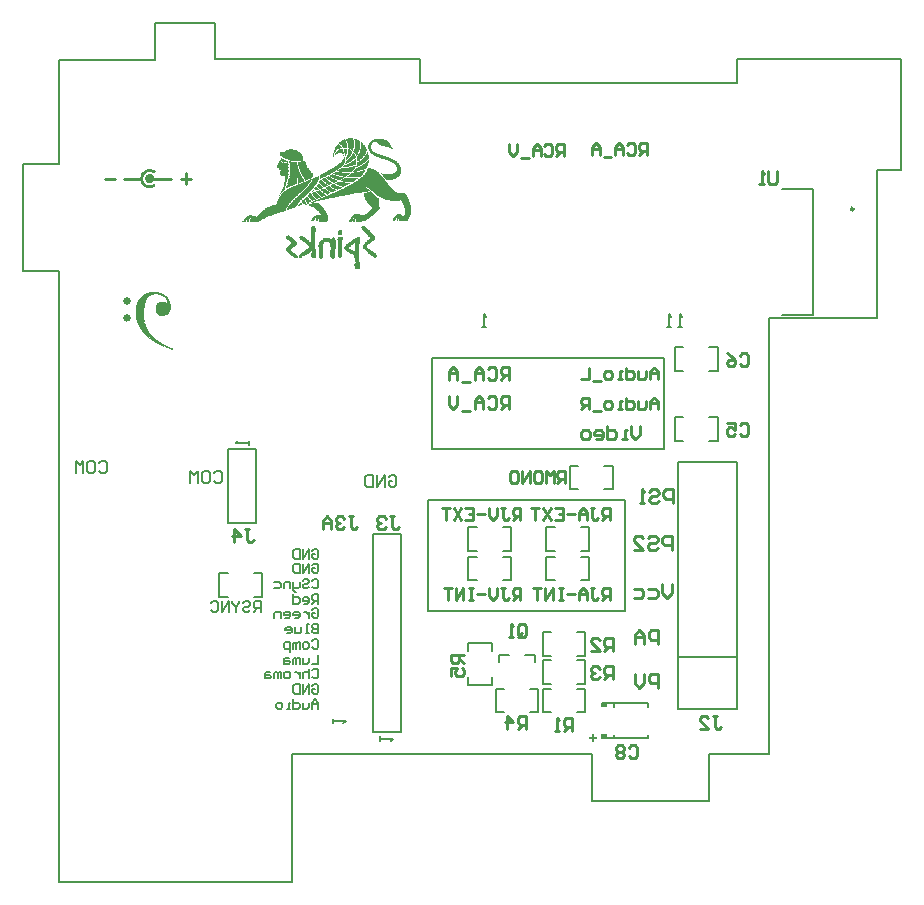
<source format=gbo>
G04*
G04 #@! TF.GenerationSoftware,Altium Limited,Altium Designer,20.2.4 (192)*
G04*
G04 Layer_Color=32896*
%FSLAX25Y25*%
%MOIN*%
G70*
G04*
G04 #@! TF.SameCoordinates,2C05E507-4EA5-4E47-A472-78439CCED8C8*
G04*
G04*
G04 #@! TF.FilePolarity,Positive*
G04*
G01*
G75*
%ADD10C,0.00787*%
%ADD11C,0.01575*%
%ADD12C,0.01000*%
%ADD83C,0.00984*%
%ADD84C,0.00630*%
%ADD85R,0.02362X0.01575*%
G36*
X88449Y-25197D02*
Y-25334D01*
X88586D01*
Y-25471D01*
Y-25608D01*
X88723D01*
Y-25745D01*
Y-25882D01*
Y-26019D01*
X88860D01*
Y-26157D01*
Y-26294D01*
Y-26431D01*
X88998D01*
Y-26568D01*
Y-26705D01*
Y-26842D01*
Y-26979D01*
X89135D01*
Y-27116D01*
Y-27253D01*
Y-27390D01*
Y-27527D01*
Y-27665D01*
Y-27802D01*
Y-27939D01*
Y-28076D01*
X88998D01*
Y-27939D01*
X87626D01*
Y-27802D01*
X87489D01*
Y-27665D01*
Y-27527D01*
X87352D01*
Y-27390D01*
Y-27253D01*
X87215D01*
Y-27116D01*
X87078D01*
Y-26979D01*
X86941D01*
Y-26842D01*
X86804D01*
Y-26705D01*
X86667D01*
Y-26568D01*
X86530D01*
Y-26431D01*
X86393D01*
Y-26294D01*
Y-26157D01*
X86530D01*
Y-26019D01*
X86667D01*
Y-25882D01*
X86941D01*
Y-25745D01*
X87078D01*
Y-25608D01*
X87215D01*
Y-25471D01*
X87489D01*
Y-25334D01*
X87764D01*
Y-25197D01*
X88175D01*
Y-25060D01*
X88449D01*
Y-25197D01*
D02*
G37*
G36*
X100924Y-25060D02*
X101336D01*
Y-25197D01*
X101747D01*
Y-25334D01*
X102021D01*
Y-25471D01*
X102295D01*
Y-25608D01*
X102432D01*
Y-25745D01*
X102569D01*
Y-25882D01*
X102707D01*
Y-26019D01*
X102844D01*
Y-26157D01*
X102981D01*
Y-26294D01*
X103118D01*
Y-26431D01*
X103255D01*
Y-26568D01*
X103392D01*
Y-26705D01*
Y-26842D01*
X103529D01*
Y-26979D01*
X103666D01*
Y-27116D01*
Y-27253D01*
X103803D01*
Y-27390D01*
Y-27527D01*
X103940D01*
Y-27665D01*
Y-27802D01*
X104077D01*
Y-27939D01*
X104215D01*
Y-28076D01*
Y-28213D01*
X104352D01*
Y-28350D01*
X104489D01*
Y-28487D01*
Y-28624D01*
X104352D01*
Y-28487D01*
X104077D01*
Y-28350D01*
X103803D01*
Y-28213D01*
X103666D01*
Y-28076D01*
X103392D01*
Y-27939D01*
X102981D01*
Y-27802D01*
X102707D01*
Y-27665D01*
X102295D01*
Y-27527D01*
X101747D01*
Y-27390D01*
X101061D01*
Y-27253D01*
X100513D01*
Y-27116D01*
X100102D01*
Y-26979D01*
X99828D01*
Y-26842D01*
X99554D01*
Y-26705D01*
X99416D01*
Y-26568D01*
X99279D01*
Y-26431D01*
X99142D01*
Y-26294D01*
X99005D01*
Y-26157D01*
X98868D01*
Y-26019D01*
X98731D01*
Y-25882D01*
X98457D01*
Y-26019D01*
X98045D01*
Y-26157D01*
X97771D01*
Y-26294D01*
X97634D01*
Y-26431D01*
X97360D01*
Y-26568D01*
X97223D01*
Y-26705D01*
Y-26842D01*
X97086D01*
Y-26979D01*
Y-27116D01*
X96949D01*
Y-27253D01*
Y-27390D01*
Y-27527D01*
Y-27665D01*
Y-27802D01*
Y-27939D01*
Y-28076D01*
Y-28213D01*
X97086D01*
Y-28350D01*
Y-28487D01*
X97223D01*
Y-28624D01*
Y-28761D01*
X97360D01*
Y-28898D01*
X97497D01*
Y-29035D01*
X97771D01*
Y-29173D01*
X97908D01*
Y-29310D01*
X98183D01*
Y-29447D01*
X98457D01*
Y-29584D01*
X98731D01*
Y-29721D01*
X99005D01*
Y-29858D01*
X99416D01*
Y-29995D01*
X99691D01*
Y-30132D01*
X100102D01*
Y-30269D01*
X100513D01*
Y-30406D01*
X100924D01*
Y-30544D01*
X101473D01*
Y-30681D01*
X101747D01*
Y-30818D01*
X102158D01*
Y-30955D01*
X102569D01*
Y-31092D01*
X102981D01*
Y-31229D01*
X103392D01*
Y-31366D01*
X103666D01*
Y-31503D01*
X103940D01*
Y-31640D01*
X104215D01*
Y-31777D01*
X104489D01*
Y-31914D01*
X104763D01*
Y-32052D01*
X104900D01*
Y-32189D01*
X105174D01*
Y-32326D01*
X105311D01*
Y-32463D01*
X105586D01*
Y-32600D01*
X105723D01*
Y-32737D01*
X105860D01*
Y-32874D01*
X105997D01*
Y-33011D01*
X106134D01*
Y-33148D01*
X106271D01*
Y-33285D01*
X106408D01*
Y-33422D01*
Y-33560D01*
X106545D01*
Y-33697D01*
X106682D01*
Y-33834D01*
Y-33971D01*
X106819D01*
Y-34108D01*
Y-34245D01*
Y-34382D01*
X106956D01*
Y-34519D01*
Y-34656D01*
Y-34793D01*
X107094D01*
Y-34930D01*
Y-35067D01*
Y-35205D01*
Y-35342D01*
Y-35479D01*
Y-35616D01*
Y-35753D01*
Y-35890D01*
Y-36027D01*
Y-36164D01*
X106956D01*
Y-36301D01*
Y-36438D01*
Y-36575D01*
X106819D01*
Y-36713D01*
Y-36850D01*
X106682D01*
Y-36987D01*
Y-37124D01*
X106545D01*
Y-37261D01*
X106408D01*
Y-37398D01*
X106271D01*
Y-37535D01*
X106134D01*
Y-37672D01*
X105997D01*
Y-37809D01*
X105723D01*
Y-37946D01*
X105586D01*
Y-38083D01*
X105311D01*
Y-38221D01*
X105037D01*
Y-38358D01*
X104626D01*
Y-38495D01*
X104215D01*
Y-38632D01*
X103529D01*
Y-38769D01*
X102432D01*
Y-38632D01*
X102021D01*
Y-38495D01*
X101884D01*
Y-38358D01*
Y-38221D01*
X101747D01*
Y-38083D01*
X101610D01*
Y-37946D01*
X101473D01*
Y-37809D01*
Y-37672D01*
X101336D01*
Y-37535D01*
X101199D01*
Y-37398D01*
X101061D01*
Y-37261D01*
X100924D01*
Y-37124D01*
Y-36987D01*
X100787D01*
Y-36850D01*
X100650D01*
Y-36713D01*
X100513D01*
Y-36575D01*
X100376D01*
Y-36438D01*
X100650D01*
Y-36575D01*
X101473D01*
Y-36713D01*
X103940D01*
Y-36575D01*
X104489D01*
Y-36438D01*
X104900D01*
Y-36301D01*
X105037D01*
Y-36164D01*
X105311D01*
Y-36027D01*
Y-35890D01*
X105448D01*
Y-35753D01*
X105586D01*
Y-35616D01*
Y-35479D01*
Y-35342D01*
Y-35205D01*
X105723D01*
Y-35067D01*
X105586D01*
Y-34930D01*
Y-34793D01*
Y-34656D01*
Y-34519D01*
Y-34382D01*
X105448D01*
Y-34245D01*
Y-34108D01*
X105311D01*
Y-33971D01*
Y-33834D01*
X105174D01*
Y-33697D01*
X105037D01*
Y-33560D01*
Y-33422D01*
X104900D01*
Y-33285D01*
X104626D01*
Y-33148D01*
X104489D01*
Y-33011D01*
X104352D01*
Y-32874D01*
X104077D01*
Y-32737D01*
X103803D01*
Y-32600D01*
X103529D01*
Y-32463D01*
X103255D01*
Y-32326D01*
X102844D01*
Y-32189D01*
X102569D01*
Y-32052D01*
X102158D01*
Y-31914D01*
X101747D01*
Y-31777D01*
X101336D01*
Y-31640D01*
X100924D01*
Y-31503D01*
X100376D01*
Y-31366D01*
X99965D01*
Y-31229D01*
X99554D01*
Y-31092D01*
X99279D01*
Y-30955D01*
X98868D01*
Y-30818D01*
X98594D01*
Y-30681D01*
X98320D01*
Y-30544D01*
X98045D01*
Y-30406D01*
X97771D01*
Y-30269D01*
X97634D01*
Y-30132D01*
X97360D01*
Y-29995D01*
X97223D01*
Y-29858D01*
X97086D01*
Y-29721D01*
X96949D01*
Y-29584D01*
X96812D01*
Y-29447D01*
X96675D01*
Y-29310D01*
X96538D01*
Y-29173D01*
Y-29035D01*
X96400D01*
Y-28898D01*
Y-28761D01*
X96263D01*
Y-28624D01*
Y-28487D01*
X96126D01*
Y-28350D01*
Y-28213D01*
Y-28076D01*
Y-27939D01*
Y-27802D01*
Y-27665D01*
Y-27527D01*
Y-27390D01*
Y-27253D01*
Y-27116D01*
Y-26979D01*
X96263D01*
Y-26842D01*
Y-26705D01*
X96400D01*
Y-26568D01*
Y-26431D01*
X96538D01*
Y-26294D01*
X96675D01*
Y-26157D01*
Y-26019D01*
X96812D01*
Y-25882D01*
X96949D01*
Y-25745D01*
X97086D01*
Y-25608D01*
X97360D01*
Y-25471D01*
X97497D01*
Y-25334D01*
X97771D01*
Y-25197D01*
X98045D01*
Y-25060D01*
X98457D01*
Y-24923D01*
X100924D01*
Y-25060D01*
D02*
G37*
G36*
X91191Y-24923D02*
Y-25060D01*
Y-25197D01*
Y-25334D01*
X91328D01*
Y-25471D01*
Y-25608D01*
Y-25745D01*
Y-25882D01*
Y-26019D01*
Y-26157D01*
Y-26294D01*
Y-26431D01*
Y-26568D01*
Y-26705D01*
Y-26842D01*
Y-26979D01*
Y-27116D01*
Y-27253D01*
Y-27390D01*
Y-27527D01*
Y-27665D01*
Y-27802D01*
Y-27939D01*
Y-28076D01*
X91191D01*
Y-28213D01*
Y-28350D01*
Y-28487D01*
Y-28624D01*
X91054D01*
Y-28761D01*
Y-28898D01*
X90780D01*
Y-28761D01*
X90643D01*
Y-28624D01*
X90505D01*
Y-28487D01*
X90231D01*
Y-28350D01*
X89957D01*
Y-28213D01*
X89683D01*
Y-28076D01*
X89409D01*
Y-27939D01*
Y-27802D01*
Y-27665D01*
Y-27527D01*
Y-27390D01*
Y-27253D01*
Y-27116D01*
Y-26979D01*
X89272D01*
Y-26842D01*
Y-26705D01*
Y-26568D01*
Y-26431D01*
X89135D01*
Y-26294D01*
Y-26157D01*
Y-26019D01*
X88998D01*
Y-25882D01*
Y-25745D01*
Y-25608D01*
X88860D01*
Y-25471D01*
Y-25334D01*
X88723D01*
Y-25197D01*
Y-25060D01*
Y-24923D01*
X89272D01*
Y-24786D01*
X91191D01*
Y-24923D01*
D02*
G37*
G36*
X71175Y-28624D02*
X71861D01*
Y-28761D01*
X72272D01*
Y-28898D01*
X72546D01*
Y-29035D01*
X72821D01*
Y-29173D01*
X73095D01*
Y-29310D01*
X73232D01*
Y-29447D01*
X73369D01*
Y-29584D01*
X73506D01*
Y-29721D01*
X73643D01*
Y-29858D01*
X73780D01*
Y-29995D01*
X73917D01*
Y-30132D01*
X74054D01*
Y-30269D01*
Y-30406D01*
X74192D01*
Y-30544D01*
Y-30681D01*
X74329D01*
Y-30818D01*
Y-30955D01*
X74466D01*
Y-31092D01*
Y-31229D01*
Y-31366D01*
Y-31503D01*
X74603D01*
Y-31640D01*
Y-31777D01*
X74466D01*
Y-31914D01*
Y-32052D01*
X74329D01*
Y-32189D01*
X73506D01*
Y-32326D01*
X70764D01*
Y-32189D01*
X70079D01*
Y-32052D01*
X69668D01*
Y-31914D01*
X69256D01*
Y-31777D01*
X68845D01*
Y-31640D01*
X68571D01*
Y-31503D01*
X68297D01*
Y-31366D01*
X68022D01*
Y-31229D01*
X67748D01*
Y-31092D01*
X67474D01*
Y-30955D01*
X67337D01*
Y-30818D01*
X67063D01*
Y-30681D01*
X66926D01*
Y-30544D01*
X66789D01*
Y-30406D01*
X66651D01*
Y-30269D01*
Y-30132D01*
Y-29995D01*
Y-29858D01*
Y-29721D01*
Y-29584D01*
X66789D01*
Y-29447D01*
X67063D01*
Y-29310D01*
X67748D01*
Y-29447D01*
X68022D01*
Y-29584D01*
X68160D01*
Y-29447D01*
X68297D01*
Y-29310D01*
Y-29173D01*
X68434D01*
Y-29035D01*
X68708D01*
Y-28898D01*
X68845D01*
Y-28761D01*
X69256D01*
Y-28624D01*
X69805D01*
Y-28487D01*
X71175D01*
Y-28624D01*
D02*
G37*
G36*
X87489Y-28350D02*
X87626D01*
Y-28487D01*
Y-28624D01*
Y-28761D01*
X87764D01*
Y-28898D01*
Y-29035D01*
Y-29173D01*
X87901D01*
Y-29310D01*
Y-29447D01*
Y-29584D01*
Y-29721D01*
Y-29858D01*
X88038D01*
Y-29995D01*
Y-30132D01*
X87764D01*
Y-29995D01*
X87489D01*
Y-29858D01*
X87215D01*
Y-29721D01*
X86119D01*
Y-29858D01*
X85707D01*
Y-29995D01*
X85433D01*
Y-30132D01*
X85296D01*
Y-30269D01*
X85159D01*
Y-30406D01*
X85022D01*
Y-30544D01*
X84885D01*
Y-30406D01*
Y-30269D01*
X85022D01*
Y-30132D01*
Y-29995D01*
Y-29858D01*
X85159D01*
Y-29721D01*
Y-29584D01*
X85296D01*
Y-29447D01*
X85433D01*
Y-29310D01*
X85570D01*
Y-29173D01*
Y-29035D01*
X85844D01*
Y-28898D01*
X85981D01*
Y-28761D01*
X86119D01*
Y-28624D01*
X86393D01*
Y-28487D01*
X86667D01*
Y-28350D01*
X87215D01*
Y-28213D01*
X87489D01*
Y-28350D01*
D02*
G37*
G36*
X91876Y-25060D02*
X92288D01*
Y-25197D01*
X92699D01*
Y-25334D01*
X92973D01*
Y-25471D01*
X93110D01*
Y-25608D01*
X93384D01*
Y-25745D01*
Y-25882D01*
Y-26019D01*
Y-26157D01*
Y-26294D01*
Y-26431D01*
Y-26568D01*
Y-26705D01*
Y-26842D01*
Y-26979D01*
Y-27116D01*
Y-27253D01*
Y-27390D01*
Y-27527D01*
Y-27665D01*
Y-27802D01*
Y-27939D01*
Y-28076D01*
Y-28213D01*
X93247D01*
Y-28350D01*
Y-28487D01*
Y-28624D01*
Y-28761D01*
X93110D01*
Y-28898D01*
Y-29035D01*
Y-29173D01*
X92973D01*
Y-29310D01*
Y-29447D01*
X92836D01*
Y-29584D01*
Y-29721D01*
X92699D01*
Y-29858D01*
Y-29995D01*
X92562D01*
Y-30132D01*
Y-30269D01*
X92425D01*
Y-30406D01*
Y-30544D01*
X92288D01*
Y-30681D01*
X92014D01*
Y-30544D01*
Y-30406D01*
Y-30269D01*
X91876D01*
Y-30132D01*
X91739D01*
Y-29995D01*
Y-29858D01*
X91602D01*
Y-29721D01*
Y-29584D01*
X91465D01*
Y-29447D01*
X91328D01*
Y-29310D01*
X91191D01*
Y-29173D01*
Y-29035D01*
X91328D01*
Y-28898D01*
Y-28761D01*
X91465D01*
Y-28624D01*
Y-28487D01*
Y-28350D01*
Y-28213D01*
X91602D01*
Y-28076D01*
Y-27939D01*
Y-27802D01*
Y-27665D01*
Y-27527D01*
Y-27390D01*
Y-27253D01*
Y-27116D01*
Y-26979D01*
Y-26842D01*
Y-26705D01*
Y-26568D01*
Y-26431D01*
Y-26294D01*
Y-26157D01*
Y-26019D01*
Y-25882D01*
Y-25745D01*
Y-25608D01*
Y-25471D01*
Y-25334D01*
X91465D01*
Y-25197D01*
Y-25060D01*
Y-24923D01*
X91876D01*
Y-25060D01*
D02*
G37*
G36*
X88998Y-28350D02*
X89135D01*
Y-28487D01*
Y-28624D01*
Y-28761D01*
Y-28898D01*
Y-29035D01*
Y-29173D01*
Y-29310D01*
Y-29447D01*
Y-29584D01*
X88998D01*
Y-29721D01*
Y-29858D01*
Y-29995D01*
Y-30132D01*
X88860D01*
Y-30269D01*
Y-30406D01*
Y-30544D01*
X88723D01*
Y-30681D01*
Y-30818D01*
X88449D01*
Y-30681D01*
X88312D01*
Y-30544D01*
Y-30406D01*
Y-30269D01*
Y-30132D01*
Y-29995D01*
Y-29858D01*
Y-29721D01*
X88175D01*
Y-29584D01*
Y-29447D01*
Y-29310D01*
Y-29173D01*
X88038D01*
Y-29035D01*
Y-28898D01*
Y-28761D01*
Y-28624D01*
X87901D01*
Y-28487D01*
Y-28350D01*
X87764D01*
Y-28213D01*
X88998D01*
Y-28350D01*
D02*
G37*
G36*
X86256Y-26705D02*
X86393D01*
Y-26842D01*
X86530D01*
Y-26979D01*
X86667D01*
Y-27116D01*
X86804D01*
Y-27253D01*
X86941D01*
Y-27390D01*
X87078D01*
Y-27527D01*
Y-27665D01*
X87215D01*
Y-27802D01*
X87352D01*
Y-27939D01*
X87215D01*
Y-28076D01*
X86667D01*
Y-28213D01*
X86256D01*
Y-28350D01*
X86119D01*
Y-28487D01*
X85844D01*
Y-28624D01*
X85707D01*
Y-28761D01*
X85433D01*
Y-28898D01*
X85296D01*
Y-29035D01*
Y-29173D01*
X85159D01*
Y-29310D01*
X85022D01*
Y-29447D01*
Y-29584D01*
X84885D01*
Y-29721D01*
X84748D01*
Y-29858D01*
Y-29995D01*
Y-30132D01*
Y-30269D01*
X84610D01*
Y-30406D01*
Y-30544D01*
Y-30681D01*
Y-30818D01*
Y-30955D01*
X84473D01*
Y-30818D01*
Y-30681D01*
Y-30544D01*
Y-30406D01*
Y-30269D01*
Y-30132D01*
Y-29995D01*
Y-29858D01*
Y-29721D01*
X84610D01*
Y-29584D01*
Y-29447D01*
Y-29310D01*
Y-29173D01*
X84748D01*
Y-29035D01*
Y-28898D01*
Y-28761D01*
X84885D01*
Y-28624D01*
Y-28487D01*
Y-28350D01*
X85022D01*
Y-28213D01*
Y-28076D01*
X85159D01*
Y-27939D01*
Y-27802D01*
X85296D01*
Y-27665D01*
Y-27527D01*
X85433D01*
Y-27390D01*
X85570D01*
Y-27253D01*
Y-27116D01*
X85707D01*
Y-26979D01*
X85844D01*
Y-26842D01*
X85981D01*
Y-26705D01*
X86119D01*
Y-26568D01*
X86256D01*
Y-26705D01*
D02*
G37*
G36*
X89683Y-28487D02*
X89957D01*
Y-28624D01*
X90231D01*
Y-28761D01*
X90368D01*
Y-28898D01*
X90505D01*
Y-29035D01*
X90780D01*
Y-29173D01*
X90917D01*
Y-29310D01*
Y-29447D01*
X90780D01*
Y-29584D01*
Y-29721D01*
X90643D01*
Y-29858D01*
Y-29995D01*
X90505D01*
Y-30132D01*
X90368D01*
Y-30269D01*
Y-30406D01*
X90231D01*
Y-30544D01*
X90094D01*
Y-30681D01*
Y-30818D01*
X89957D01*
Y-30955D01*
X89820D01*
Y-31092D01*
X89683D01*
Y-31229D01*
X89546D01*
Y-31366D01*
X89409D01*
Y-31503D01*
X89272D01*
Y-31640D01*
X89135D01*
Y-31777D01*
X88998D01*
Y-31914D01*
X88860D01*
Y-32052D01*
X88723D01*
Y-31914D01*
Y-31777D01*
Y-31640D01*
Y-31503D01*
Y-31366D01*
Y-31229D01*
Y-31092D01*
X88860D01*
Y-30955D01*
X88998D01*
Y-30818D01*
Y-30681D01*
X89135D01*
Y-30544D01*
Y-30406D01*
Y-30269D01*
X89272D01*
Y-30132D01*
Y-29995D01*
Y-29858D01*
Y-29721D01*
X89409D01*
Y-29584D01*
Y-29447D01*
Y-29310D01*
Y-29173D01*
Y-29035D01*
Y-28898D01*
Y-28761D01*
Y-28624D01*
Y-28487D01*
X89546D01*
Y-28350D01*
X89683D01*
Y-28487D01*
D02*
G37*
G36*
X93933Y-26157D02*
X94070D01*
Y-26294D01*
X94207D01*
Y-26431D01*
Y-26568D01*
X94344D01*
Y-26705D01*
X94481D01*
Y-26842D01*
X94618D01*
Y-26979D01*
X94755D01*
Y-27116D01*
X94892D01*
Y-27253D01*
Y-27390D01*
X95029D01*
Y-27527D01*
X95167D01*
Y-27665D01*
Y-27802D01*
X95304D01*
Y-27939D01*
X95441D01*
Y-28076D01*
Y-28213D01*
X95578D01*
Y-28350D01*
Y-28487D01*
Y-28624D01*
Y-28761D01*
Y-28898D01*
Y-29035D01*
X95441D01*
Y-29173D01*
Y-29310D01*
Y-29447D01*
X95304D01*
Y-29584D01*
Y-29721D01*
Y-29858D01*
X95167D01*
Y-29995D01*
X95029D01*
Y-30132D01*
Y-30269D01*
X94892D01*
Y-30406D01*
Y-30544D01*
X94755D01*
Y-30681D01*
X94618D01*
Y-30818D01*
X94481D01*
Y-30955D01*
Y-31092D01*
X94344D01*
Y-31229D01*
X94207D01*
Y-31366D01*
X94070D01*
Y-31503D01*
X93933D01*
Y-31640D01*
X93796D01*
Y-31777D01*
X93521D01*
Y-31914D01*
X93384D01*
Y-32052D01*
X93247D01*
Y-32189D01*
X92973D01*
Y-32326D01*
X92699D01*
Y-32463D01*
X92425D01*
Y-32326D01*
Y-32189D01*
Y-32052D01*
Y-31914D01*
Y-31777D01*
Y-31640D01*
Y-31503D01*
X92288D01*
Y-31366D01*
Y-31229D01*
Y-31092D01*
Y-30955D01*
X92425D01*
Y-30818D01*
X92562D01*
Y-30681D01*
Y-30544D01*
X92699D01*
Y-30406D01*
X92836D01*
Y-30269D01*
Y-30132D01*
X92973D01*
Y-29995D01*
Y-29858D01*
X93110D01*
Y-29721D01*
Y-29584D01*
X93247D01*
Y-29447D01*
Y-29310D01*
Y-29173D01*
X93384D01*
Y-29035D01*
Y-28898D01*
Y-28761D01*
X93521D01*
Y-28624D01*
Y-28487D01*
Y-28350D01*
Y-28213D01*
X93659D01*
Y-28076D01*
Y-27939D01*
Y-27802D01*
Y-27665D01*
Y-27527D01*
Y-27390D01*
Y-27253D01*
Y-27116D01*
X93796D01*
Y-26979D01*
Y-26842D01*
Y-26705D01*
Y-26568D01*
Y-26431D01*
X93659D01*
Y-26294D01*
Y-26157D01*
Y-26019D01*
X93933D01*
Y-26157D01*
D02*
G37*
G36*
X91191Y-29721D02*
X91328D01*
Y-29858D01*
Y-29995D01*
X91465D01*
Y-30132D01*
X91602D01*
Y-30269D01*
Y-30406D01*
X91739D01*
Y-30544D01*
Y-30681D01*
X91876D01*
Y-30818D01*
Y-30955D01*
Y-31092D01*
Y-31229D01*
X91739D01*
Y-31366D01*
X91602D01*
Y-31503D01*
X91465D01*
Y-31640D01*
X91328D01*
Y-31777D01*
X91191D01*
Y-31914D01*
X91054D01*
Y-32052D01*
X90780D01*
Y-32189D01*
X90643D01*
Y-32326D01*
X90505D01*
Y-32463D01*
X90231D01*
Y-32600D01*
X90094D01*
Y-32737D01*
X89820D01*
Y-32874D01*
X89546D01*
Y-33011D01*
X89272D01*
Y-33148D01*
X88998D01*
Y-33285D01*
X88723D01*
Y-33422D01*
X88449D01*
Y-33285D01*
Y-33148D01*
X88586D01*
Y-33011D01*
Y-32874D01*
Y-32737D01*
X88723D01*
Y-32600D01*
Y-32463D01*
Y-32326D01*
X88998D01*
Y-32189D01*
X89135D01*
Y-32052D01*
X89272D01*
Y-31914D01*
X89409D01*
Y-31777D01*
X89546D01*
Y-31640D01*
X89683D01*
Y-31503D01*
X89820D01*
Y-31366D01*
X89957D01*
Y-31229D01*
X90094D01*
Y-31092D01*
X90231D01*
Y-30955D01*
Y-30818D01*
X90368D01*
Y-30681D01*
X90505D01*
Y-30544D01*
X90643D01*
Y-30406D01*
Y-30269D01*
X90780D01*
Y-30132D01*
Y-29995D01*
X90917D01*
Y-29858D01*
Y-29721D01*
X91054D01*
Y-29584D01*
X91191D01*
Y-29721D01*
D02*
G37*
G36*
X88449Y-33560D02*
X88312D01*
Y-33422D01*
X88449D01*
Y-33560D01*
D02*
G37*
G36*
X95852Y-29173D02*
X95989D01*
Y-29310D01*
Y-29447D01*
Y-29584D01*
Y-29721D01*
X96126D01*
Y-29858D01*
Y-29995D01*
Y-30132D01*
Y-30269D01*
X96263D01*
Y-30406D01*
Y-30544D01*
Y-30681D01*
Y-30818D01*
Y-30955D01*
Y-31092D01*
Y-31229D01*
Y-31366D01*
Y-31503D01*
X96126D01*
Y-31640D01*
X95989D01*
Y-31777D01*
Y-31914D01*
X95852D01*
Y-32052D01*
X95715D01*
Y-32189D01*
X95578D01*
Y-32326D01*
X95441D01*
Y-32463D01*
X95304D01*
Y-32600D01*
X95167D01*
Y-32737D01*
X95029D01*
Y-32874D01*
X94755D01*
Y-33011D01*
X94618D01*
Y-33148D01*
X94481D01*
Y-33285D01*
X94207D01*
Y-33422D01*
X94070D01*
Y-33560D01*
X93796D01*
Y-33697D01*
X93521D01*
Y-33834D01*
X93247D01*
Y-33971D01*
X92973D01*
Y-34108D01*
X92699D01*
Y-34245D01*
X92288D01*
Y-34382D01*
X92151D01*
Y-34245D01*
Y-34108D01*
X92288D01*
Y-33971D01*
Y-33834D01*
Y-33697D01*
X92425D01*
Y-33560D01*
Y-33422D01*
Y-33285D01*
Y-33148D01*
Y-33011D01*
Y-32874D01*
Y-32737D01*
X92836D01*
Y-32600D01*
X93110D01*
Y-32463D01*
X93247D01*
Y-32326D01*
X93521D01*
Y-32189D01*
X93659D01*
Y-32052D01*
X93933D01*
Y-31914D01*
X94070D01*
Y-31777D01*
X94207D01*
Y-31640D01*
X94344D01*
Y-31503D01*
X94481D01*
Y-31366D01*
X94618D01*
Y-31229D01*
X94755D01*
Y-31092D01*
Y-30955D01*
X94892D01*
Y-30818D01*
X95029D01*
Y-30681D01*
X95167D01*
Y-30544D01*
Y-30406D01*
X95304D01*
Y-30269D01*
Y-30132D01*
X95441D01*
Y-29995D01*
Y-29858D01*
X95578D01*
Y-29721D01*
Y-29584D01*
X95715D01*
Y-29447D01*
Y-29310D01*
Y-29173D01*
Y-29035D01*
X95852D01*
Y-29173D01*
D02*
G37*
G36*
X92151Y-31640D02*
Y-31777D01*
Y-31914D01*
Y-32052D01*
Y-32189D01*
Y-32326D01*
Y-32463D01*
Y-32600D01*
Y-32737D01*
Y-32874D01*
Y-33011D01*
Y-33148D01*
Y-33285D01*
Y-33422D01*
X92014D01*
Y-33560D01*
X91739D01*
Y-33697D01*
X91465D01*
Y-33834D01*
X91054D01*
Y-33971D01*
X90505D01*
Y-34108D01*
X89820D01*
Y-34245D01*
X88860D01*
Y-34382D01*
X87626D01*
Y-34245D01*
X87764D01*
Y-34108D01*
X87901D01*
Y-33971D01*
X88038D01*
Y-33834D01*
X88449D01*
Y-33697D01*
X88860D01*
Y-33560D01*
X89135D01*
Y-33422D01*
X89409D01*
Y-33285D01*
X89683D01*
Y-33148D01*
X89957D01*
Y-33011D01*
X90094D01*
Y-32874D01*
X90368D01*
Y-32737D01*
X90643D01*
Y-32600D01*
X90780D01*
Y-32463D01*
X90917D01*
Y-32326D01*
X91191D01*
Y-32189D01*
X91328D01*
Y-32052D01*
X91465D01*
Y-31914D01*
X91602D01*
Y-31777D01*
X91739D01*
Y-31640D01*
X91876D01*
Y-31503D01*
X92151D01*
Y-31640D01*
D02*
G37*
G36*
X96263Y-32052D02*
Y-32189D01*
Y-32326D01*
Y-32463D01*
Y-32600D01*
Y-32737D01*
Y-32874D01*
X96126D01*
Y-33011D01*
Y-33148D01*
Y-33285D01*
Y-33422D01*
Y-33560D01*
X95989D01*
Y-33697D01*
Y-33834D01*
Y-33971D01*
X95852D01*
Y-34108D01*
Y-34245D01*
Y-34382D01*
X95715D01*
Y-34519D01*
Y-34656D01*
X95441D01*
Y-34793D01*
X95304D01*
Y-34930D01*
X94892D01*
Y-35067D01*
X94618D01*
Y-35205D01*
X94344D01*
Y-35342D01*
X93933D01*
Y-35479D01*
X93521D01*
Y-35616D01*
X92973D01*
Y-35753D01*
X92288D01*
Y-35890D01*
X91465D01*
Y-36027D01*
X91054D01*
Y-35890D01*
X91191D01*
Y-35753D01*
X91328D01*
Y-35616D01*
Y-35479D01*
X91465D01*
Y-35342D01*
X91602D01*
Y-35205D01*
X91739D01*
Y-35067D01*
Y-34930D01*
X91876D01*
Y-34793D01*
Y-34656D01*
X92288D01*
Y-34519D01*
X92699D01*
Y-34382D01*
X92973D01*
Y-34245D01*
X93384D01*
Y-34108D01*
X93659D01*
Y-33971D01*
X93933D01*
Y-33834D01*
X94070D01*
Y-33697D01*
X94344D01*
Y-33560D01*
X94481D01*
Y-33422D01*
X94755D01*
Y-33285D01*
X94892D01*
Y-33148D01*
X95029D01*
Y-33011D01*
X95304D01*
Y-32874D01*
X95441D01*
Y-32737D01*
X95578D01*
Y-32600D01*
X95715D01*
Y-32463D01*
X95852D01*
Y-32326D01*
X95989D01*
Y-32189D01*
X96126D01*
Y-32052D01*
Y-31914D01*
X96263D01*
Y-32052D01*
D02*
G37*
G36*
X92014Y-33971D02*
Y-34108D01*
X91876D01*
Y-34245D01*
Y-34382D01*
X91739D01*
Y-34519D01*
Y-34656D01*
X91602D01*
Y-34793D01*
Y-34930D01*
X91465D01*
Y-35067D01*
X91328D01*
Y-35205D01*
X91191D01*
Y-35342D01*
Y-35479D01*
X91054D01*
Y-35616D01*
X90917D01*
Y-35753D01*
X90780D01*
Y-35890D01*
X90643D01*
Y-36027D01*
X87489D01*
Y-35890D01*
X86530D01*
Y-35753D01*
X85844D01*
Y-35616D01*
Y-35479D01*
X86119D01*
Y-35342D01*
X86393D01*
Y-35205D01*
X86530D01*
Y-35067D01*
X86667D01*
Y-34930D01*
X86941D01*
Y-34793D01*
X87078D01*
Y-34656D01*
X88860D01*
Y-34519D01*
X89820D01*
Y-34382D01*
X90505D01*
Y-34245D01*
X91054D01*
Y-34108D01*
X91602D01*
Y-33971D01*
X91876D01*
Y-33834D01*
X92014D01*
Y-33971D01*
D02*
G37*
G36*
X85844Y-36027D02*
X86530D01*
Y-36164D01*
X87489D01*
Y-36301D01*
X90094D01*
Y-36438D01*
Y-36575D01*
X89820D01*
Y-36713D01*
X89683D01*
Y-36850D01*
X89546D01*
Y-36987D01*
X89272D01*
Y-37124D01*
X89135D01*
Y-37261D01*
X88860D01*
Y-37398D01*
X88723D01*
Y-37535D01*
X87764D01*
Y-37398D01*
X87078D01*
Y-37261D01*
X86393D01*
Y-37124D01*
X85844D01*
Y-36987D01*
X85433D01*
Y-36850D01*
X85022D01*
Y-36713D01*
X84748D01*
Y-36575D01*
X84473D01*
Y-36438D01*
X84610D01*
Y-36301D01*
X84885D01*
Y-36164D01*
X85022D01*
Y-36027D01*
X85296D01*
Y-35890D01*
X85844D01*
Y-36027D01*
D02*
G37*
G36*
X95441Y-35205D02*
Y-35342D01*
X95304D01*
Y-35479D01*
X95167D01*
Y-35616D01*
Y-35753D01*
X95029D01*
Y-35890D01*
X94892D01*
Y-36027D01*
Y-36164D01*
X94755D01*
Y-36301D01*
X94618D01*
Y-36438D01*
X94481D01*
Y-36575D01*
Y-36713D01*
X94344D01*
Y-36850D01*
X94207D01*
Y-36987D01*
X94070D01*
Y-37124D01*
X93933D01*
Y-37261D01*
X93796D01*
Y-37398D01*
X93659D01*
Y-37535D01*
X93384D01*
Y-37672D01*
X92151D01*
Y-37809D01*
X90094D01*
Y-37672D01*
X88998D01*
Y-37535D01*
X89135D01*
Y-37398D01*
X89409D01*
Y-37261D01*
X89546D01*
Y-37124D01*
X89820D01*
Y-36987D01*
X89957D01*
Y-36850D01*
X90094D01*
Y-36713D01*
X90231D01*
Y-36575D01*
X90368D01*
Y-36438D01*
X90643D01*
Y-36301D01*
X91465D01*
Y-36164D01*
X92425D01*
Y-36027D01*
X92973D01*
Y-35890D01*
X93521D01*
Y-35753D01*
X93933D01*
Y-35616D01*
X94344D01*
Y-35479D01*
X94755D01*
Y-35342D01*
X95029D01*
Y-35205D01*
X95304D01*
Y-35067D01*
X95441D01*
Y-35205D01*
D02*
G37*
G36*
X92973Y-38083D02*
X92836D01*
Y-38221D01*
X92562D01*
Y-38358D01*
X92425D01*
Y-38495D01*
X92151D01*
Y-38632D01*
X92014D01*
Y-38769D01*
X91739D01*
Y-38906D01*
X91465D01*
Y-39043D01*
X91328D01*
Y-39180D01*
X91054D01*
Y-39317D01*
X90917D01*
Y-39454D01*
X89272D01*
Y-39317D01*
X88312D01*
Y-39180D01*
X87626D01*
Y-39043D01*
X87078D01*
Y-38906D01*
X86941D01*
Y-38769D01*
X87215D01*
Y-38632D01*
X87489D01*
Y-38495D01*
X87626D01*
Y-38358D01*
X87901D01*
Y-38221D01*
X88175D01*
Y-38083D01*
X88449D01*
Y-37946D01*
X89957D01*
Y-38083D01*
X92425D01*
Y-37946D01*
X92973D01*
Y-38083D01*
D02*
G37*
G36*
X87901Y-30544D02*
X88038D01*
Y-30681D01*
X88175D01*
Y-30818D01*
Y-30955D01*
X88312D01*
Y-31092D01*
Y-31229D01*
X88449D01*
Y-31366D01*
Y-31503D01*
Y-31640D01*
Y-31777D01*
Y-31914D01*
Y-32052D01*
Y-32189D01*
Y-32326D01*
Y-32463D01*
Y-32600D01*
Y-32737D01*
X88312D01*
Y-32874D01*
Y-33011D01*
X88175D01*
Y-33148D01*
Y-33285D01*
X88038D01*
Y-33422D01*
X87901D01*
Y-33560D01*
Y-33697D01*
X87764D01*
Y-33834D01*
X87626D01*
Y-33971D01*
X87489D01*
Y-34108D01*
X87352D01*
Y-34245D01*
X87215D01*
Y-34382D01*
X86941D01*
Y-34519D01*
X86804D01*
Y-34656D01*
X86667D01*
Y-34793D01*
X86530D01*
Y-34930D01*
X86256D01*
Y-35067D01*
X86119D01*
Y-35205D01*
X85844D01*
Y-35342D01*
X85707D01*
Y-35479D01*
X85433D01*
Y-35616D01*
X85296D01*
Y-35753D01*
X85022D01*
Y-35890D01*
X84748D01*
Y-36027D01*
X84610D01*
Y-36164D01*
X84336D01*
Y-36301D01*
X84062D01*
Y-36438D01*
X83788D01*
Y-36575D01*
X83514D01*
Y-36713D01*
X83240D01*
Y-36850D01*
X82965D01*
Y-36987D01*
X82691D01*
Y-37124D01*
X82417D01*
Y-37261D01*
X82143D01*
Y-37398D01*
X81869D01*
Y-37535D01*
X81595D01*
Y-37672D01*
X81320D01*
Y-37809D01*
X80909D01*
Y-37946D01*
X80635D01*
Y-38083D01*
X80361D01*
Y-38221D01*
X80086D01*
Y-38083D01*
Y-37946D01*
Y-37809D01*
Y-37672D01*
Y-37535D01*
X79949D01*
Y-37398D01*
Y-37261D01*
Y-37124D01*
Y-36987D01*
X80224D01*
Y-36850D01*
X80498D01*
Y-36713D01*
X80772D01*
Y-36575D01*
X81046D01*
Y-36438D01*
X81320D01*
Y-36301D01*
X81595D01*
Y-36164D01*
X81869D01*
Y-36027D01*
X82143D01*
Y-35890D01*
X82417D01*
Y-35753D01*
X82554D01*
Y-35616D01*
X82828D01*
Y-35479D01*
X83103D01*
Y-35342D01*
X83377D01*
Y-35205D01*
X83514D01*
Y-35067D01*
X83788D01*
Y-34930D01*
X84062D01*
Y-34793D01*
X84199D01*
Y-34656D01*
X84473D01*
Y-34519D01*
X84748D01*
Y-34382D01*
X84885D01*
Y-34245D01*
X85159D01*
Y-34108D01*
X85296D01*
Y-33971D01*
X85570D01*
Y-33834D01*
X85707D01*
Y-33697D01*
X85844D01*
Y-33560D01*
X86119D01*
Y-33422D01*
X86256D01*
Y-33285D01*
X86393D01*
Y-33148D01*
X86530D01*
Y-33011D01*
X86804D01*
Y-32874D01*
X86941D01*
Y-32737D01*
X87078D01*
Y-32600D01*
X87215D01*
Y-32463D01*
Y-32326D01*
X87352D01*
Y-32189D01*
X87489D01*
Y-32052D01*
X87626D01*
Y-31914D01*
Y-31777D01*
X87764D01*
Y-31640D01*
Y-31503D01*
X87901D01*
Y-31366D01*
Y-31229D01*
Y-31092D01*
Y-30955D01*
Y-30818D01*
Y-30681D01*
X87764D01*
Y-30544D01*
Y-30406D01*
X87901D01*
Y-30544D01*
D02*
G37*
G36*
X84336Y-36850D02*
X84610D01*
Y-36987D01*
X85022D01*
Y-37124D01*
X85433D01*
Y-37261D01*
X85844D01*
Y-37398D01*
X86256D01*
Y-37535D01*
X86941D01*
Y-37672D01*
X87626D01*
Y-37809D01*
X88038D01*
Y-37946D01*
X87901D01*
Y-38083D01*
X87626D01*
Y-38221D01*
X87352D01*
Y-38358D01*
X87215D01*
Y-38495D01*
X86941D01*
Y-38632D01*
X86667D01*
Y-38769D01*
X86119D01*
Y-38632D01*
X85707D01*
Y-38495D01*
X85433D01*
Y-38358D01*
X85022D01*
Y-38221D01*
X84748D01*
Y-38083D01*
X84473D01*
Y-37946D01*
X84199D01*
Y-37809D01*
X83925D01*
Y-37672D01*
X83788D01*
Y-37535D01*
X83514D01*
Y-37398D01*
X83377D01*
Y-37261D01*
X83240D01*
Y-37124D01*
X83377D01*
Y-36987D01*
X83651D01*
Y-36850D01*
X83925D01*
Y-36713D01*
X84336D01*
Y-36850D01*
D02*
G37*
G36*
X74877Y-32463D02*
X75014D01*
Y-32600D01*
X75151D01*
Y-32737D01*
X75288D01*
Y-32874D01*
Y-33011D01*
Y-33148D01*
Y-33285D01*
Y-33422D01*
Y-33560D01*
X75563D01*
Y-33697D01*
Y-33834D01*
X75700D01*
Y-33971D01*
Y-34108D01*
Y-34245D01*
Y-34382D01*
Y-34519D01*
X75974D01*
Y-34656D01*
X76111D01*
Y-34793D01*
X76248D01*
Y-34930D01*
Y-35067D01*
X76385D01*
Y-35205D01*
Y-35342D01*
X76248D01*
Y-35479D01*
X76659D01*
Y-35616D01*
X76796D01*
Y-35753D01*
X76933D01*
Y-35890D01*
X77070D01*
Y-36027D01*
Y-36164D01*
Y-36301D01*
X77345D01*
Y-36438D01*
X77619D01*
Y-36575D01*
X77756D01*
Y-36713D01*
Y-36850D01*
Y-36987D01*
Y-37124D01*
Y-37261D01*
Y-37398D01*
X77619D01*
Y-37535D01*
Y-37672D01*
X77482D01*
Y-37809D01*
X77345D01*
Y-37946D01*
X77070D01*
Y-38083D01*
X76933D01*
Y-38221D01*
X76659D01*
Y-38358D01*
X76248D01*
Y-38495D01*
X75974D01*
Y-38632D01*
X75563D01*
Y-38769D01*
X75288D01*
Y-38906D01*
X75014D01*
Y-38769D01*
Y-38632D01*
X74877D01*
Y-38495D01*
Y-38358D01*
X74740D01*
Y-38221D01*
Y-38083D01*
X74603D01*
Y-37946D01*
Y-37809D01*
X74466D01*
Y-37672D01*
Y-37535D01*
X74329D01*
Y-37398D01*
X74192D01*
Y-37261D01*
Y-37124D01*
X74054D01*
Y-36987D01*
Y-36850D01*
X73917D01*
Y-36713D01*
Y-36575D01*
X73780D01*
Y-36438D01*
Y-36301D01*
X73643D01*
Y-36164D01*
Y-36027D01*
X73506D01*
Y-35890D01*
Y-35753D01*
Y-35616D01*
X73369D01*
Y-35479D01*
Y-35342D01*
X73232D01*
Y-35205D01*
Y-35067D01*
Y-34930D01*
X73095D01*
Y-34793D01*
Y-34656D01*
Y-34519D01*
X72958D01*
Y-34382D01*
Y-34245D01*
Y-34108D01*
X72821D01*
Y-33971D01*
Y-33834D01*
Y-33697D01*
X72684D01*
Y-33560D01*
Y-33422D01*
Y-33285D01*
Y-33148D01*
X72546D01*
Y-33011D01*
Y-32874D01*
Y-32737D01*
Y-32600D01*
X73780D01*
Y-32463D01*
X74329D01*
Y-32326D01*
X74877D01*
Y-32463D01*
D02*
G37*
G36*
X82965Y-37398D02*
X83103D01*
Y-37535D01*
X83240D01*
Y-37672D01*
X83377D01*
Y-37809D01*
X83651D01*
Y-37946D01*
X83788D01*
Y-38083D01*
X84062D01*
Y-38221D01*
X84336D01*
Y-38358D01*
X84610D01*
Y-38495D01*
X85022D01*
Y-38632D01*
X85296D01*
Y-38769D01*
X85707D01*
Y-38906D01*
X85981D01*
Y-39043D01*
X85844D01*
Y-39180D01*
X85570D01*
Y-39317D01*
X85296D01*
Y-39454D01*
X85022D01*
Y-39592D01*
X84748D01*
Y-39729D01*
X84473D01*
Y-39592D01*
X84336D01*
Y-39454D01*
X84062D01*
Y-39317D01*
X83925D01*
Y-39180D01*
X83651D01*
Y-39043D01*
X83377D01*
Y-38906D01*
X83240D01*
Y-38769D01*
X82965D01*
Y-38632D01*
X82828D01*
Y-38495D01*
X82691D01*
Y-38358D01*
X82417D01*
Y-38221D01*
X82280D01*
Y-38083D01*
X82143D01*
Y-37946D01*
X82006D01*
Y-37809D01*
Y-37672D01*
X82280D01*
Y-37535D01*
X82554D01*
Y-37398D01*
X82828D01*
Y-37261D01*
X82965D01*
Y-37398D01*
D02*
G37*
G36*
X72958Y-35205D02*
Y-35342D01*
Y-35479D01*
X73095D01*
Y-35616D01*
Y-35753D01*
Y-35890D01*
X73232D01*
Y-36027D01*
Y-36164D01*
X73369D01*
Y-36301D01*
Y-36438D01*
X73506D01*
Y-36575D01*
Y-36713D01*
X73643D01*
Y-36850D01*
Y-36987D01*
X73780D01*
Y-37124D01*
Y-37261D01*
X73917D01*
Y-37398D01*
Y-37535D01*
X74054D01*
Y-37672D01*
Y-37809D01*
X74192D01*
Y-37946D01*
X74329D01*
Y-38083D01*
Y-38221D01*
X74466D01*
Y-38358D01*
Y-38495D01*
X74603D01*
Y-38632D01*
X74740D01*
Y-38769D01*
Y-38906D01*
X74877D01*
Y-39043D01*
X74603D01*
Y-39180D01*
X74329D01*
Y-39317D01*
X73917D01*
Y-39454D01*
X73643D01*
Y-39592D01*
X73232D01*
Y-39729D01*
X72958D01*
Y-39866D01*
X72546D01*
Y-39729D01*
Y-39592D01*
Y-39454D01*
Y-39317D01*
X72684D01*
Y-39180D01*
Y-39043D01*
Y-38906D01*
Y-38769D01*
Y-38632D01*
Y-38495D01*
Y-38358D01*
Y-38221D01*
Y-38083D01*
X72821D01*
Y-37946D01*
Y-37809D01*
Y-37672D01*
Y-37535D01*
Y-37398D01*
Y-37261D01*
Y-37124D01*
Y-36987D01*
Y-36850D01*
Y-36713D01*
Y-36575D01*
Y-36438D01*
Y-36301D01*
Y-36164D01*
Y-36027D01*
Y-35890D01*
Y-35753D01*
Y-35616D01*
Y-35479D01*
Y-35342D01*
Y-35205D01*
Y-35067D01*
X72958D01*
Y-35205D01*
D02*
G37*
G36*
X81732Y-38083D02*
X81869D01*
Y-38221D01*
X82006D01*
Y-38358D01*
X82143D01*
Y-38495D01*
X82417D01*
Y-38632D01*
X82554D01*
Y-38769D01*
X82691D01*
Y-38906D01*
X82965D01*
Y-39043D01*
X83103D01*
Y-39180D01*
X83377D01*
Y-39317D01*
X83514D01*
Y-39454D01*
X83788D01*
Y-39592D01*
X83925D01*
Y-39729D01*
X84199D01*
Y-39866D01*
Y-40003D01*
X83925D01*
Y-40140D01*
X83514D01*
Y-40277D01*
X83240D01*
Y-40414D01*
X82965D01*
Y-40277D01*
X82691D01*
Y-40140D01*
X82554D01*
Y-40003D01*
X82417D01*
Y-39866D01*
X82143D01*
Y-39729D01*
X82006D01*
Y-39592D01*
X81869D01*
Y-39454D01*
X81732D01*
Y-39317D01*
X81595D01*
Y-39180D01*
X81320D01*
Y-39043D01*
X81183D01*
Y-38906D01*
X81046D01*
Y-38769D01*
X80909D01*
Y-38632D01*
X80772D01*
Y-38495D01*
X80635D01*
Y-38358D01*
X80909D01*
Y-38221D01*
X81183D01*
Y-38083D01*
X81457D01*
Y-37946D01*
X81732D01*
Y-38083D01*
D02*
G37*
G36*
X86941Y-39317D02*
X87626D01*
Y-39454D01*
X88312D01*
Y-39592D01*
X89135D01*
Y-39729D01*
X90094D01*
Y-39866D01*
X89957D01*
Y-40003D01*
X89683D01*
Y-40140D01*
X89409D01*
Y-40277D01*
X89135D01*
Y-40414D01*
X88860D01*
Y-40551D01*
X88586D01*
Y-40688D01*
X88312D01*
Y-40825D01*
X88038D01*
Y-40962D01*
X87489D01*
Y-40825D01*
X86941D01*
Y-40688D01*
X86530D01*
Y-40551D01*
X86256D01*
Y-40414D01*
X85844D01*
Y-40277D01*
X85570D01*
Y-40140D01*
X85296D01*
Y-40003D01*
X85022D01*
Y-39866D01*
Y-39729D01*
X85433D01*
Y-39592D01*
X85707D01*
Y-39454D01*
X85981D01*
Y-39317D01*
X86256D01*
Y-39180D01*
X86941D01*
Y-39317D01*
D02*
G37*
G36*
X80498Y-38769D02*
X80635D01*
Y-38906D01*
X80772D01*
Y-39043D01*
X80909D01*
Y-39180D01*
X81046D01*
Y-39317D01*
X81320D01*
Y-39454D01*
X81457D01*
Y-39592D01*
X81595D01*
Y-39729D01*
X81732D01*
Y-39866D01*
X81869D01*
Y-40003D01*
X82006D01*
Y-40140D01*
X82280D01*
Y-40277D01*
X82417D01*
Y-40414D01*
X82691D01*
Y-40551D01*
Y-40688D01*
X82280D01*
Y-40825D01*
X81869D01*
Y-40962D01*
X81595D01*
Y-41100D01*
X81320D01*
Y-40962D01*
X81183D01*
Y-40825D01*
X80909D01*
Y-40688D01*
X80772D01*
Y-40551D01*
X80635D01*
Y-40414D01*
X80498D01*
Y-40277D01*
X80361D01*
Y-40140D01*
X80224D01*
Y-40003D01*
X80086D01*
Y-39866D01*
X79949D01*
Y-39729D01*
X79812D01*
Y-39592D01*
X79675D01*
Y-39454D01*
Y-39317D01*
X79812D01*
Y-39180D01*
Y-39043D01*
Y-38906D01*
X79949D01*
Y-38769D01*
X80086D01*
Y-38632D01*
X80498D01*
Y-38769D01*
D02*
G37*
G36*
X70216Y-32600D02*
X71039D01*
Y-32737D01*
X72272D01*
Y-32874D01*
X72409D01*
Y-33011D01*
Y-33148D01*
Y-33285D01*
Y-33422D01*
Y-33560D01*
Y-33697D01*
Y-33834D01*
X72546D01*
Y-33971D01*
Y-34108D01*
Y-34245D01*
Y-34382D01*
Y-34519D01*
Y-34656D01*
Y-34793D01*
Y-34930D01*
Y-35067D01*
Y-35205D01*
Y-35342D01*
Y-35479D01*
Y-35616D01*
Y-35753D01*
Y-35890D01*
Y-36027D01*
Y-36164D01*
Y-36301D01*
Y-36438D01*
Y-36575D01*
Y-36713D01*
Y-36850D01*
Y-36987D01*
Y-37124D01*
Y-37261D01*
Y-37398D01*
Y-37535D01*
Y-37672D01*
Y-37809D01*
Y-37946D01*
Y-38083D01*
X72409D01*
Y-38221D01*
Y-38358D01*
Y-38495D01*
Y-38632D01*
Y-38769D01*
Y-38906D01*
Y-39043D01*
Y-39180D01*
Y-39317D01*
X72272D01*
Y-39454D01*
Y-39592D01*
Y-39729D01*
Y-39866D01*
Y-40003D01*
X72135D01*
Y-40140D01*
X71724D01*
Y-40277D01*
X71313D01*
Y-40414D01*
X70901D01*
Y-40551D01*
X70627D01*
Y-40688D01*
X70216D01*
Y-40825D01*
X69942D01*
Y-40962D01*
X69668D01*
Y-41100D01*
X69393D01*
Y-41237D01*
X69119D01*
Y-41374D01*
X68845D01*
Y-41237D01*
Y-41100D01*
Y-40962D01*
Y-40825D01*
X68982D01*
Y-40688D01*
Y-40551D01*
X69119D01*
Y-40414D01*
X69256D01*
Y-40277D01*
Y-40140D01*
X69119D01*
Y-40003D01*
Y-39866D01*
Y-39729D01*
X69256D01*
Y-39592D01*
Y-39454D01*
Y-39317D01*
X69393D01*
Y-39180D01*
X69530D01*
Y-39043D01*
Y-38906D01*
Y-38769D01*
Y-38632D01*
Y-38495D01*
Y-38358D01*
X69668D01*
Y-38221D01*
X69805D01*
Y-38083D01*
Y-37946D01*
X69942D01*
Y-37809D01*
Y-37672D01*
X69805D01*
Y-37535D01*
Y-37398D01*
Y-37261D01*
X69942D01*
Y-37124D01*
Y-36987D01*
X70079D01*
Y-36850D01*
Y-36713D01*
X69942D01*
Y-36575D01*
Y-36438D01*
Y-36301D01*
Y-36164D01*
Y-36027D01*
X70079D01*
Y-35890D01*
Y-35753D01*
X70216D01*
Y-35616D01*
X70079D01*
Y-35479D01*
Y-35342D01*
X69942D01*
Y-35205D01*
Y-35067D01*
Y-34930D01*
X70079D01*
Y-34793D01*
Y-34656D01*
X70216D01*
Y-34519D01*
X70079D01*
Y-34382D01*
X69942D01*
Y-34245D01*
Y-34108D01*
Y-33971D01*
Y-33834D01*
Y-33697D01*
X70079D01*
Y-33560D01*
Y-33422D01*
Y-33285D01*
X69942D01*
Y-33148D01*
X69805D01*
Y-33011D01*
Y-32874D01*
Y-32737D01*
Y-32600D01*
Y-32463D01*
X70216D01*
Y-32600D01*
D02*
G37*
G36*
X79675Y-40003D02*
X79812D01*
Y-40140D01*
X79949D01*
Y-40277D01*
X80086D01*
Y-40414D01*
X80224D01*
Y-40551D01*
X80361D01*
Y-40688D01*
X80498D01*
Y-40825D01*
X80772D01*
Y-40962D01*
X80909D01*
Y-41100D01*
X81046D01*
Y-41237D01*
Y-41374D01*
X80635D01*
Y-41511D01*
X80224D01*
Y-41648D01*
X79812D01*
Y-41511D01*
X79675D01*
Y-41374D01*
X79538D01*
Y-41237D01*
X79401D01*
Y-41100D01*
X79264D01*
Y-40962D01*
X79127D01*
Y-40825D01*
X78990D01*
Y-40688D01*
Y-40551D01*
Y-40414D01*
X79127D01*
Y-40277D01*
X79264D01*
Y-40140D01*
Y-40003D01*
X79401D01*
Y-39866D01*
X79675D01*
Y-40003D01*
D02*
G37*
G36*
X84748Y-40140D02*
X85022D01*
Y-40277D01*
X85159D01*
Y-40414D01*
X85433D01*
Y-40551D01*
X85844D01*
Y-40688D01*
X86119D01*
Y-40825D01*
X86530D01*
Y-40962D01*
X86941D01*
Y-41100D01*
X87352D01*
Y-41237D01*
X87215D01*
Y-41374D01*
X86941D01*
Y-41511D01*
X86667D01*
Y-41648D01*
X86393D01*
Y-41785D01*
X86119D01*
Y-41922D01*
X85570D01*
Y-41785D01*
X85296D01*
Y-41648D01*
X84885D01*
Y-41511D01*
X84748D01*
Y-41374D01*
X84473D01*
Y-41237D01*
X84199D01*
Y-41100D01*
X83925D01*
Y-40962D01*
X83788D01*
Y-40825D01*
X83514D01*
Y-40688D01*
X83377D01*
Y-40551D01*
X83651D01*
Y-40414D01*
X83925D01*
Y-40277D01*
X84199D01*
Y-40140D01*
X84473D01*
Y-40003D01*
X84748D01*
Y-40140D01*
D02*
G37*
G36*
X78853Y-40962D02*
Y-41100D01*
X78990D01*
Y-41237D01*
X79127D01*
Y-41374D01*
X79264D01*
Y-41511D01*
X79401D01*
Y-41648D01*
X79538D01*
Y-41785D01*
Y-41922D01*
X79127D01*
Y-42059D01*
X78716D01*
Y-42196D01*
X78579D01*
Y-42059D01*
X78441D01*
Y-41922D01*
X78304D01*
Y-41785D01*
Y-41648D01*
X78167D01*
Y-41511D01*
Y-41374D01*
X78304D01*
Y-41237D01*
X78441D01*
Y-41100D01*
X78579D01*
Y-40962D01*
X78716D01*
Y-40825D01*
X78853D01*
Y-40962D01*
D02*
G37*
G36*
X78030Y-41922D02*
X78167D01*
Y-42059D01*
Y-42196D01*
X78304D01*
Y-42333D01*
X78030D01*
Y-42470D01*
X77619D01*
Y-42608D01*
X77208D01*
Y-42470D01*
X77345D01*
Y-42333D01*
X77482D01*
Y-42196D01*
X77619D01*
Y-42059D01*
X77756D01*
Y-41922D01*
X77893D01*
Y-41785D01*
X78030D01*
Y-41922D01*
D02*
G37*
G36*
X83240Y-40962D02*
X83377D01*
Y-41100D01*
X83651D01*
Y-41237D01*
X83788D01*
Y-41374D01*
X84062D01*
Y-41511D01*
X84336D01*
Y-41648D01*
X84610D01*
Y-41785D01*
X84885D01*
Y-41922D01*
X85159D01*
Y-42059D01*
X85433D01*
Y-42196D01*
X85296D01*
Y-42333D01*
X85022D01*
Y-42470D01*
X84610D01*
Y-42608D01*
X84336D01*
Y-42745D01*
X83925D01*
Y-42608D01*
X83514D01*
Y-42470D01*
X83377D01*
Y-42333D01*
X83103D01*
Y-42196D01*
X82828D01*
Y-42059D01*
X82554D01*
Y-41922D01*
X82417D01*
Y-41785D01*
X82143D01*
Y-41648D01*
X82006D01*
Y-41511D01*
X81869D01*
Y-41374D01*
X81732D01*
Y-41237D01*
X82006D01*
Y-41100D01*
X82280D01*
Y-40962D01*
X82691D01*
Y-40825D01*
X83240D01*
Y-40962D01*
D02*
G37*
G36*
X77208Y-42745D02*
X77070D01*
Y-42608D01*
X77208D01*
Y-42745D01*
D02*
G37*
G36*
X81595Y-41648D02*
X81732D01*
Y-41785D01*
X81869D01*
Y-41922D01*
X82143D01*
Y-42059D01*
X82280D01*
Y-42196D01*
X82554D01*
Y-42333D01*
X82691D01*
Y-42470D01*
X82965D01*
Y-42608D01*
X83240D01*
Y-42745D01*
X83514D01*
Y-42882D01*
X83651D01*
Y-43019D01*
X83377D01*
Y-43156D01*
X83103D01*
Y-43293D01*
X82828D01*
Y-43430D01*
X82554D01*
Y-43567D01*
X82417D01*
Y-43430D01*
X82143D01*
Y-43293D01*
X81869D01*
Y-43156D01*
X81595D01*
Y-43019D01*
X81457D01*
Y-42882D01*
X81183D01*
Y-42745D01*
X81046D01*
Y-42608D01*
X80909D01*
Y-42470D01*
X80635D01*
Y-42333D01*
X80498D01*
Y-42196D01*
X80361D01*
Y-42059D01*
X80224D01*
Y-41922D01*
Y-41785D01*
X80635D01*
Y-41648D01*
X80909D01*
Y-41511D01*
X81595D01*
Y-41648D01*
D02*
G37*
G36*
X67474Y-31503D02*
X67611D01*
Y-31640D01*
X67885D01*
Y-31777D01*
X68160D01*
Y-31914D01*
X68571D01*
Y-32052D01*
X68845D01*
Y-32189D01*
X69256D01*
Y-32326D01*
X69393D01*
Y-32463D01*
Y-32600D01*
Y-32737D01*
Y-32874D01*
Y-33011D01*
Y-33148D01*
X69530D01*
Y-33285D01*
X69668D01*
Y-33422D01*
Y-33560D01*
X69530D01*
Y-33697D01*
Y-33834D01*
Y-33971D01*
Y-34108D01*
Y-34245D01*
Y-34382D01*
X69668D01*
Y-34519D01*
Y-34656D01*
Y-34793D01*
X69530D01*
Y-34930D01*
Y-35067D01*
Y-35205D01*
Y-35342D01*
X69668D01*
Y-35479D01*
Y-35616D01*
X69805D01*
Y-35753D01*
X69668D01*
Y-35890D01*
Y-36027D01*
X69530D01*
Y-36164D01*
Y-36301D01*
Y-36438D01*
Y-36575D01*
Y-36713D01*
X69668D01*
Y-36850D01*
Y-36987D01*
X69530D01*
Y-37124D01*
X69393D01*
Y-37261D01*
Y-37398D01*
Y-37535D01*
Y-37672D01*
Y-37809D01*
X69530D01*
Y-37946D01*
X69393D01*
Y-38083D01*
X69256D01*
Y-38221D01*
Y-38358D01*
X69119D01*
Y-38495D01*
Y-38632D01*
Y-38769D01*
Y-38906D01*
Y-39043D01*
Y-39180D01*
X68982D01*
Y-39317D01*
X68845D01*
Y-39454D01*
Y-39592D01*
X68708D01*
Y-39729D01*
Y-39866D01*
Y-40003D01*
Y-40140D01*
Y-40277D01*
X68845D01*
Y-40414D01*
X68708D01*
Y-40551D01*
X68571D01*
Y-40688D01*
X68434D01*
Y-40825D01*
Y-40962D01*
Y-41100D01*
Y-41237D01*
Y-41374D01*
Y-41511D01*
X68571D01*
Y-41648D01*
X68434D01*
Y-41785D01*
X68297D01*
Y-41922D01*
X68160D01*
Y-42059D01*
X68022D01*
Y-42196D01*
X67885D01*
Y-42333D01*
X67748D01*
Y-42470D01*
X67611D01*
Y-42608D01*
X67474D01*
Y-42745D01*
X67337D01*
Y-42882D01*
X67200D01*
Y-43019D01*
X67063D01*
Y-43156D01*
Y-43293D01*
X66926D01*
Y-43430D01*
X66789D01*
Y-43567D01*
Y-43704D01*
X66651D01*
Y-43841D01*
X66514D01*
Y-43704D01*
Y-43567D01*
X66651D01*
Y-43430D01*
Y-43293D01*
X66789D01*
Y-43156D01*
X66926D01*
Y-43019D01*
Y-42882D01*
X67063D01*
Y-42745D01*
Y-42608D01*
X67200D01*
Y-42470D01*
Y-42333D01*
X67337D01*
Y-42196D01*
Y-42059D01*
X67474D01*
Y-41922D01*
Y-41785D01*
X67611D01*
Y-41648D01*
Y-41511D01*
X67748D01*
Y-41374D01*
Y-41237D01*
Y-41100D01*
X67885D01*
Y-40962D01*
Y-40825D01*
Y-40688D01*
Y-40551D01*
X68022D01*
Y-40414D01*
Y-40277D01*
Y-40140D01*
X68160D01*
Y-40003D01*
Y-39866D01*
Y-39729D01*
Y-39592D01*
Y-39454D01*
X68297D01*
Y-39317D01*
Y-39180D01*
Y-39043D01*
Y-38906D01*
Y-38769D01*
Y-38632D01*
X68434D01*
Y-38495D01*
Y-38358D01*
Y-38221D01*
Y-38083D01*
Y-37946D01*
Y-37809D01*
Y-37672D01*
Y-37535D01*
Y-37398D01*
X67063D01*
Y-37261D01*
X66926D01*
Y-37124D01*
X66789D01*
Y-36987D01*
X66651D01*
Y-36850D01*
Y-36713D01*
Y-36575D01*
X66789D01*
Y-36438D01*
Y-36301D01*
Y-36164D01*
X66651D01*
Y-36027D01*
Y-35890D01*
Y-35753D01*
Y-35616D01*
X67063D01*
Y-35479D01*
Y-35342D01*
X66514D01*
Y-35205D01*
X66377D01*
Y-35067D01*
Y-34930D01*
Y-34793D01*
Y-34656D01*
X65966D01*
Y-34519D01*
X65692D01*
Y-34382D01*
X65555D01*
Y-34245D01*
Y-34108D01*
X65692D01*
Y-33971D01*
X65829D01*
Y-33834D01*
X65966D01*
Y-33697D01*
Y-33560D01*
Y-33422D01*
X66103D01*
Y-33285D01*
Y-33148D01*
X66240D01*
Y-33011D01*
Y-32874D01*
X66377D01*
Y-32737D01*
X66514D01*
Y-32600D01*
Y-32463D01*
X66651D01*
Y-32326D01*
Y-32189D01*
X66789D01*
Y-32052D01*
Y-31914D01*
X66926D01*
Y-31777D01*
X67063D01*
Y-31640D01*
Y-31503D01*
Y-31366D01*
X67474D01*
Y-31503D01*
D02*
G37*
G36*
X66514Y-43979D02*
Y-44116D01*
X66377D01*
Y-43979D01*
Y-43841D01*
X66514D01*
Y-43979D01*
D02*
G37*
G36*
X79949Y-42196D02*
X80086D01*
Y-42333D01*
X80224D01*
Y-42470D01*
X80361D01*
Y-42608D01*
X80635D01*
Y-42745D01*
X80772D01*
Y-42882D01*
X80909D01*
Y-43019D01*
X81046D01*
Y-43156D01*
X81320D01*
Y-43293D01*
X81457D01*
Y-43430D01*
X81732D01*
Y-43567D01*
X82006D01*
Y-43704D01*
Y-43841D01*
X81595D01*
Y-43979D01*
X81183D01*
Y-44116D01*
X80909D01*
Y-44253D01*
X80498D01*
Y-44116D01*
X80361D01*
Y-43979D01*
X80086D01*
Y-43841D01*
X79949D01*
Y-43704D01*
X79812D01*
Y-43567D01*
X79675D01*
Y-43430D01*
X79538D01*
Y-43293D01*
X79401D01*
Y-43156D01*
X79264D01*
Y-43019D01*
X79127D01*
Y-42882D01*
Y-42745D01*
X78990D01*
Y-42608D01*
X78853D01*
Y-42470D01*
Y-42333D01*
X79127D01*
Y-42196D01*
X79538D01*
Y-42059D01*
X79949D01*
Y-42196D01*
D02*
G37*
G36*
X66377Y-44253D02*
X66240D01*
Y-44116D01*
X66377D01*
Y-44253D01*
D02*
G37*
G36*
X78579Y-42745D02*
X78716D01*
Y-42882D01*
X78853D01*
Y-43019D01*
X78990D01*
Y-43156D01*
X79127D01*
Y-43293D01*
Y-43430D01*
X79264D01*
Y-43567D01*
X79401D01*
Y-43704D01*
X79538D01*
Y-43841D01*
X79675D01*
Y-43979D01*
X79812D01*
Y-44116D01*
X80086D01*
Y-44253D01*
X80224D01*
Y-44390D01*
Y-44527D01*
X79949D01*
Y-44664D01*
X79675D01*
Y-44801D01*
X79264D01*
Y-44938D01*
X78716D01*
Y-44801D01*
X78579D01*
Y-44664D01*
X78441D01*
Y-44527D01*
Y-44390D01*
X78304D01*
Y-44253D01*
X78167D01*
Y-44116D01*
X78030D01*
Y-43979D01*
X77893D01*
Y-43841D01*
X77756D01*
Y-43704D01*
X77619D01*
Y-43567D01*
Y-43430D01*
X77482D01*
Y-43293D01*
X77345D01*
Y-43156D01*
X77208D01*
Y-43019D01*
Y-42882D01*
X77619D01*
Y-42745D01*
X78030D01*
Y-42608D01*
X78579D01*
Y-42745D01*
D02*
G37*
G36*
X77070Y-43293D02*
Y-43430D01*
X77208D01*
Y-43567D01*
X77345D01*
Y-43704D01*
X77482D01*
Y-43841D01*
Y-43979D01*
X77619D01*
Y-44116D01*
X77756D01*
Y-44253D01*
X77893D01*
Y-44390D01*
X78030D01*
Y-44527D01*
X78167D01*
Y-44664D01*
X78304D01*
Y-44801D01*
X78441D01*
Y-44938D01*
X78579D01*
Y-45075D01*
Y-45212D01*
X78304D01*
Y-45349D01*
X78030D01*
Y-45487D01*
X77619D01*
Y-45624D01*
X77345D01*
Y-45487D01*
X77208D01*
Y-45349D01*
X77070D01*
Y-45212D01*
X76933D01*
Y-45075D01*
X76796D01*
Y-44938D01*
X76659D01*
Y-44801D01*
X76522D01*
Y-44664D01*
Y-44527D01*
X76385D01*
Y-44390D01*
X76248D01*
Y-44253D01*
X76111D01*
Y-44116D01*
X75974D01*
Y-43979D01*
Y-43841D01*
Y-43704D01*
X76111D01*
Y-43567D01*
X76248D01*
Y-43430D01*
X76385D01*
Y-43293D01*
X76522D01*
Y-43156D01*
X77070D01*
Y-43293D01*
D02*
G37*
G36*
X75837Y-44253D02*
Y-44390D01*
X75974D01*
Y-44527D01*
X76111D01*
Y-44664D01*
X76248D01*
Y-44801D01*
Y-44938D01*
X76385D01*
Y-45075D01*
X76522D01*
Y-45212D01*
X76659D01*
Y-45349D01*
X76796D01*
Y-45487D01*
X76933D01*
Y-45624D01*
X77070D01*
Y-45761D01*
Y-45898D01*
X76659D01*
Y-46035D01*
X76248D01*
Y-46172D01*
X75974D01*
Y-46309D01*
X75700D01*
Y-46172D01*
X75563D01*
Y-46035D01*
Y-45898D01*
X75425D01*
Y-45761D01*
Y-45624D01*
X75288D01*
Y-45487D01*
Y-45349D01*
X75151D01*
Y-45212D01*
Y-45075D01*
X75014D01*
Y-44938D01*
Y-44801D01*
Y-44664D01*
X75151D01*
Y-44527D01*
X75288D01*
Y-44390D01*
X75425D01*
Y-44253D01*
X75563D01*
Y-44116D01*
X75837D01*
Y-44253D01*
D02*
G37*
G36*
X74877Y-45212D02*
Y-45349D01*
Y-45487D01*
X75014D01*
Y-45624D01*
Y-45761D01*
X75151D01*
Y-45898D01*
Y-46035D01*
X75288D01*
Y-46172D01*
Y-46309D01*
X75425D01*
Y-46446D01*
X75288D01*
Y-46583D01*
X75014D01*
Y-46720D01*
X74466D01*
Y-46583D01*
X74329D01*
Y-46446D01*
X74192D01*
Y-46309D01*
Y-46172D01*
X74054D01*
Y-46035D01*
Y-45898D01*
Y-45761D01*
Y-45624D01*
X74192D01*
Y-45487D01*
X74329D01*
Y-45349D01*
X74466D01*
Y-45212D01*
X74603D01*
Y-45075D01*
X74877D01*
Y-45212D01*
D02*
G37*
G36*
X75151Y-46995D02*
X74740D01*
Y-46857D01*
X75151D01*
Y-46995D01*
D02*
G37*
G36*
X74740Y-47132D02*
X74603D01*
Y-46995D01*
X74740D01*
Y-47132D01*
D02*
G37*
G36*
X73780Y-46172D02*
X73917D01*
Y-46309D01*
Y-46446D01*
X74054D01*
Y-46583D01*
Y-46720D01*
X74192D01*
Y-46857D01*
Y-46995D01*
X73917D01*
Y-47132D01*
X73506D01*
Y-47269D01*
X73232D01*
Y-47406D01*
X72821D01*
Y-47269D01*
Y-47132D01*
X72958D01*
Y-46995D01*
Y-46857D01*
X73095D01*
Y-46720D01*
X73232D01*
Y-46583D01*
X73369D01*
Y-46446D01*
Y-46309D01*
X73506D01*
Y-46172D01*
X73643D01*
Y-46035D01*
X73780D01*
Y-46172D01*
D02*
G37*
G36*
X72821Y-47543D02*
X72684D01*
Y-47406D01*
X72821D01*
Y-47543D01*
D02*
G37*
G36*
X79538Y-37535D02*
Y-37672D01*
X79675D01*
Y-37809D01*
Y-37946D01*
Y-38083D01*
Y-38221D01*
X79538D01*
Y-38358D01*
Y-38495D01*
Y-38632D01*
Y-38769D01*
X79401D01*
Y-38906D01*
Y-39043D01*
Y-39180D01*
X79264D01*
Y-39317D01*
Y-39454D01*
X79127D01*
Y-39592D01*
X78990D01*
Y-39729D01*
Y-39866D01*
X78853D01*
Y-40003D01*
X78716D01*
Y-40140D01*
Y-40277D01*
X78579D01*
Y-40414D01*
X78441D01*
Y-40551D01*
X78304D01*
Y-40688D01*
Y-40825D01*
X78167D01*
Y-40962D01*
X78030D01*
Y-41100D01*
X77893D01*
Y-41237D01*
X77756D01*
Y-41374D01*
X77619D01*
Y-41511D01*
Y-41648D01*
X77482D01*
Y-41785D01*
X77345D01*
Y-41922D01*
X77208D01*
Y-42059D01*
X77070D01*
Y-42196D01*
X76933D01*
Y-42333D01*
X76796D01*
Y-42470D01*
X76659D01*
Y-42608D01*
X76522D01*
Y-42745D01*
X76385D01*
Y-42882D01*
X76248D01*
Y-43019D01*
X76111D01*
Y-43156D01*
X75974D01*
Y-43293D01*
X75837D01*
Y-43430D01*
X75700D01*
Y-43567D01*
X75563D01*
Y-43704D01*
X75425D01*
Y-43841D01*
X75288D01*
Y-43979D01*
X75151D01*
Y-44116D01*
X75014D01*
Y-44253D01*
X74740D01*
Y-44390D01*
X74603D01*
Y-44527D01*
X74466D01*
Y-44664D01*
X74329D01*
Y-44801D01*
X74192D01*
Y-44938D01*
X74054D01*
Y-45075D01*
X73917D01*
Y-45212D01*
X73780D01*
Y-45349D01*
X73643D01*
Y-45487D01*
X73506D01*
Y-45624D01*
Y-45761D01*
X73369D01*
Y-45898D01*
X73232D01*
Y-46035D01*
X73095D01*
Y-46172D01*
X72958D01*
Y-46309D01*
X72821D01*
Y-46446D01*
X72684D01*
Y-46583D01*
Y-46720D01*
X72546D01*
Y-46857D01*
X72409D01*
Y-46995D01*
Y-47132D01*
X72272D01*
Y-47269D01*
Y-47406D01*
X72135D01*
Y-47543D01*
Y-47680D01*
X71998D01*
Y-47817D01*
X71587D01*
Y-47954D01*
X71039D01*
Y-48091D01*
X70627D01*
Y-48228D01*
X70216D01*
Y-48365D01*
X69805D01*
Y-48502D01*
X69393D01*
Y-48640D01*
X68982D01*
Y-48502D01*
Y-48365D01*
X69119D01*
Y-48228D01*
Y-48091D01*
Y-47954D01*
X69256D01*
Y-47817D01*
Y-47680D01*
X69393D01*
Y-47543D01*
X69530D01*
Y-47406D01*
Y-47269D01*
X69668D01*
Y-47132D01*
X69805D01*
Y-46995D01*
X69942D01*
Y-46857D01*
Y-46720D01*
X70079D01*
Y-46583D01*
X70216D01*
Y-46446D01*
X70353D01*
Y-46309D01*
X70490D01*
Y-46172D01*
X70627D01*
Y-46035D01*
X70764D01*
Y-45898D01*
X70901D01*
Y-45761D01*
X71039D01*
Y-45624D01*
X71175D01*
Y-45487D01*
X71313D01*
Y-45349D01*
X71450D01*
Y-45212D01*
X71587D01*
Y-45075D01*
X71724D01*
Y-44938D01*
X71861D01*
Y-44801D01*
X71998D01*
Y-44664D01*
X72135D01*
Y-44527D01*
X72272D01*
Y-44390D01*
X72409D01*
Y-44253D01*
X72546D01*
Y-44116D01*
X72821D01*
Y-43979D01*
X72958D01*
Y-43841D01*
X73095D01*
Y-43704D01*
X73232D01*
Y-43567D01*
X73369D01*
Y-43430D01*
X73506D01*
Y-43293D01*
X73643D01*
Y-43156D01*
X73780D01*
Y-43019D01*
X73917D01*
Y-42882D01*
X74054D01*
Y-42745D01*
X74192D01*
Y-42608D01*
X74329D01*
Y-42470D01*
X74466D01*
Y-42333D01*
X74603D01*
Y-42196D01*
X74740D01*
Y-42059D01*
X74877D01*
Y-41922D01*
X75014D01*
Y-41785D01*
X75151D01*
Y-41648D01*
X75288D01*
Y-41511D01*
X75425D01*
Y-41374D01*
X75563D01*
Y-41237D01*
X75700D01*
Y-41100D01*
X75837D01*
Y-40962D01*
X75974D01*
Y-40825D01*
X76111D01*
Y-40688D01*
X76248D01*
Y-40551D01*
Y-40414D01*
X76385D01*
Y-40277D01*
X76522D01*
Y-40140D01*
X76659D01*
Y-40003D01*
Y-39866D01*
X76796D01*
Y-39729D01*
X76933D01*
Y-39592D01*
Y-39454D01*
X77070D01*
Y-39317D01*
X77208D01*
Y-39180D01*
Y-39043D01*
X77345D01*
Y-38906D01*
Y-38769D01*
X77482D01*
Y-38632D01*
Y-38495D01*
Y-38358D01*
Y-38221D01*
X77756D01*
Y-38083D01*
X78030D01*
Y-37946D01*
X78304D01*
Y-37809D01*
X78579D01*
Y-37672D01*
X78990D01*
Y-37535D01*
X79264D01*
Y-37398D01*
X79538D01*
Y-37535D01*
D02*
G37*
G36*
X79401Y-46309D02*
X79675D01*
Y-46446D01*
X79812D01*
Y-46583D01*
X79949D01*
Y-46720D01*
X80086D01*
Y-46857D01*
X80224D01*
Y-46995D01*
X80361D01*
Y-47132D01*
X80498D01*
Y-47269D01*
X80635D01*
Y-47406D01*
X80772D01*
Y-47543D01*
X80909D01*
Y-47680D01*
X81046D01*
Y-47817D01*
Y-47954D01*
X81183D01*
Y-48091D01*
X81320D01*
Y-48228D01*
Y-48365D01*
X81457D01*
Y-48502D01*
X81595D01*
Y-48640D01*
Y-48777D01*
X81732D01*
Y-48914D01*
X81869D01*
Y-49051D01*
Y-49188D01*
X82006D01*
Y-49325D01*
Y-49462D01*
X82143D01*
Y-49599D01*
Y-49736D01*
X82280D01*
Y-49873D01*
Y-50011D01*
Y-50148D01*
X82417D01*
Y-50285D01*
Y-50422D01*
X82554D01*
Y-50559D01*
Y-50696D01*
Y-50833D01*
Y-50970D01*
Y-51107D01*
X82691D01*
Y-51244D01*
Y-51381D01*
Y-51518D01*
Y-51656D01*
Y-51793D01*
Y-51930D01*
Y-52067D01*
Y-52204D01*
Y-52341D01*
X82554D01*
Y-52478D01*
X82417D01*
Y-52615D01*
X82143D01*
Y-52752D01*
X81457D01*
Y-52615D01*
X79812D01*
Y-52478D01*
X79538D01*
Y-52341D01*
Y-52204D01*
Y-52067D01*
Y-51930D01*
Y-51793D01*
Y-51656D01*
X79401D01*
Y-51793D01*
Y-51930D01*
X79264D01*
Y-52067D01*
Y-52204D01*
X79127D01*
Y-52341D01*
Y-52478D01*
X78579D01*
Y-52341D01*
Y-52204D01*
Y-52067D01*
Y-51930D01*
Y-51793D01*
Y-51656D01*
Y-51518D01*
X78716D01*
Y-51381D01*
Y-51244D01*
X78579D01*
Y-51381D01*
X78441D01*
Y-51518D01*
Y-51656D01*
X78304D01*
Y-51793D01*
Y-51930D01*
X78167D01*
Y-52067D01*
Y-52204D01*
Y-52341D01*
Y-52478D01*
X76933D01*
Y-52341D01*
X77070D01*
Y-52204D01*
Y-52067D01*
X77208D01*
Y-51930D01*
Y-51793D01*
X77345D01*
Y-51656D01*
X77482D01*
Y-51518D01*
Y-51381D01*
X77619D01*
Y-51244D01*
X77756D01*
Y-51107D01*
X77893D01*
Y-50970D01*
X78030D01*
Y-50833D01*
X78167D01*
Y-50696D01*
X78441D01*
Y-50559D01*
X78716D01*
Y-50422D01*
X79127D01*
Y-50285D01*
X80224D01*
Y-50422D01*
X80498D01*
Y-50285D01*
X80361D01*
Y-50148D01*
X80224D01*
Y-50011D01*
Y-49873D01*
X80086D01*
Y-49736D01*
X79949D01*
Y-49599D01*
X79812D01*
Y-49462D01*
Y-49325D01*
X79675D01*
Y-49188D01*
X79538D01*
Y-49051D01*
X79401D01*
Y-48914D01*
X79127D01*
Y-48777D01*
X78990D01*
Y-48640D01*
X78853D01*
Y-48502D01*
X78716D01*
Y-48365D01*
X78441D01*
Y-48228D01*
X78304D01*
Y-48091D01*
X78030D01*
Y-47954D01*
X77893D01*
Y-47817D01*
X77619D01*
Y-47680D01*
X77345D01*
Y-47543D01*
X77070D01*
Y-47406D01*
X76796D01*
Y-47269D01*
X76385D01*
Y-47132D01*
X75837D01*
Y-46995D01*
X75974D01*
Y-46857D01*
X76522D01*
Y-46720D01*
X76933D01*
Y-46583D01*
X77482D01*
Y-46446D01*
X78030D01*
Y-46309D01*
X78579D01*
Y-46172D01*
X79401D01*
Y-46309D01*
D02*
G37*
G36*
X96949Y-34930D02*
X97497D01*
Y-35067D01*
X97908D01*
Y-35205D01*
X98183D01*
Y-35342D01*
X98457D01*
Y-35479D01*
X98594D01*
Y-35616D01*
X98868D01*
Y-35753D01*
X99005D01*
Y-35890D01*
X99142D01*
Y-36027D01*
X99416D01*
Y-36164D01*
X99554D01*
Y-36301D01*
X99691D01*
Y-36438D01*
X99828D01*
Y-36575D01*
X99965D01*
Y-36713D01*
X100102D01*
Y-36850D01*
X100239D01*
Y-36987D01*
X100376D01*
Y-37124D01*
X100513D01*
Y-37261D01*
X100650D01*
Y-37398D01*
Y-37535D01*
X100787D01*
Y-37672D01*
X100924D01*
Y-37809D01*
X101061D01*
Y-37946D01*
X101199D01*
Y-38083D01*
X101336D01*
Y-38221D01*
Y-38358D01*
X101473D01*
Y-38495D01*
X101610D01*
Y-38632D01*
X101747D01*
Y-38769D01*
Y-38906D01*
X101884D01*
Y-39043D01*
X102021D01*
Y-39180D01*
X102158D01*
Y-39317D01*
X102295D01*
Y-39454D01*
Y-39592D01*
X102432D01*
Y-39729D01*
X102569D01*
Y-39866D01*
X102707D01*
Y-40003D01*
Y-40140D01*
X102844D01*
Y-40277D01*
X102981D01*
Y-40414D01*
X103118D01*
Y-40551D01*
X103255D01*
Y-40688D01*
X103392D01*
Y-40825D01*
Y-40962D01*
X103529D01*
Y-41100D01*
X103666D01*
Y-41237D01*
X103803D01*
Y-41374D01*
X103940D01*
Y-41511D01*
X104077D01*
Y-41648D01*
X104215D01*
Y-41785D01*
X104352D01*
Y-41922D01*
X104489D01*
Y-42059D01*
X104626D01*
Y-42196D01*
X104900D01*
Y-42333D01*
X105037D01*
Y-42470D01*
X105174D01*
Y-42608D01*
X105448D01*
Y-42745D01*
X105723D01*
Y-42882D01*
X105997D01*
Y-43019D01*
X106545D01*
Y-43156D01*
X107642D01*
Y-43019D01*
X108327D01*
Y-43156D01*
X108465D01*
Y-43293D01*
X108601D01*
Y-43430D01*
X108739D01*
Y-43567D01*
Y-43704D01*
X108876D01*
Y-43841D01*
X109013D01*
Y-43979D01*
Y-44116D01*
X109150D01*
Y-44253D01*
Y-44390D01*
X109287D01*
Y-44527D01*
Y-44664D01*
X109424D01*
Y-44801D01*
Y-44938D01*
X109561D01*
Y-45075D01*
Y-45212D01*
Y-45349D01*
X109698D01*
Y-45487D01*
Y-45624D01*
X109835D01*
Y-45761D01*
Y-45898D01*
Y-46035D01*
X109973D01*
Y-46172D01*
Y-46309D01*
Y-46446D01*
Y-46583D01*
X110110D01*
Y-46720D01*
Y-46857D01*
Y-46995D01*
Y-47132D01*
X110247D01*
Y-47269D01*
Y-47406D01*
Y-47543D01*
Y-47680D01*
Y-47817D01*
Y-47954D01*
Y-48091D01*
X110384D01*
Y-48228D01*
Y-48365D01*
Y-48502D01*
Y-48640D01*
Y-48777D01*
Y-48914D01*
Y-49051D01*
Y-49188D01*
Y-49325D01*
Y-49462D01*
Y-49599D01*
X110247D01*
Y-49736D01*
Y-49873D01*
Y-50011D01*
Y-50148D01*
Y-50285D01*
X110110D01*
Y-50422D01*
Y-50559D01*
Y-50696D01*
Y-50833D01*
X109973D01*
Y-50970D01*
Y-51107D01*
X109835D01*
Y-51244D01*
Y-51381D01*
X109698D01*
Y-51518D01*
Y-51656D01*
X109561D01*
Y-51793D01*
X109424D01*
Y-51930D01*
X109287D01*
Y-52067D01*
Y-52204D01*
X109150D01*
Y-52341D01*
X109013D01*
Y-52478D01*
X108601D01*
Y-52341D01*
X107094D01*
Y-52478D01*
X106271D01*
Y-52341D01*
Y-52204D01*
Y-52067D01*
Y-51930D01*
Y-51793D01*
Y-51656D01*
Y-51518D01*
X106134D01*
Y-51656D01*
Y-51793D01*
Y-51930D01*
Y-52067D01*
Y-52204D01*
X105997D01*
Y-52341D01*
Y-52478D01*
X105586D01*
Y-52341D01*
Y-52204D01*
Y-52067D01*
Y-51930D01*
Y-51793D01*
Y-51656D01*
Y-51518D01*
Y-51381D01*
X105448D01*
Y-51518D01*
Y-51656D01*
X105311D01*
Y-51793D01*
Y-51930D01*
Y-52067D01*
X105174D01*
Y-52204D01*
Y-52341D01*
Y-52478D01*
X104215D01*
Y-52341D01*
Y-52204D01*
Y-52067D01*
X104352D01*
Y-51930D01*
Y-51793D01*
Y-51656D01*
X104489D01*
Y-51518D01*
Y-51381D01*
X104626D01*
Y-51244D01*
Y-51107D01*
X104763D01*
Y-50970D01*
X104900D01*
Y-50833D01*
X105037D01*
Y-50696D01*
X105174D01*
Y-50559D01*
X105311D01*
Y-50422D01*
X105586D01*
Y-50285D01*
X105860D01*
Y-50148D01*
X106956D01*
Y-50285D01*
X107094D01*
Y-50422D01*
X107368D01*
Y-50559D01*
X107505D01*
Y-50696D01*
X108053D01*
Y-50559D01*
X108190D01*
Y-50422D01*
Y-50285D01*
X108327D01*
Y-50148D01*
Y-50011D01*
Y-49873D01*
Y-49736D01*
Y-49599D01*
Y-49462D01*
X108465D01*
Y-49325D01*
Y-49188D01*
Y-49051D01*
X108327D01*
Y-48914D01*
Y-48777D01*
Y-48640D01*
Y-48502D01*
Y-48365D01*
Y-48228D01*
Y-48091D01*
X108190D01*
Y-47954D01*
Y-47817D01*
Y-47680D01*
Y-47543D01*
X108053D01*
Y-47406D01*
Y-47269D01*
X107916D01*
Y-47132D01*
Y-46995D01*
Y-46857D01*
X107779D01*
Y-46720D01*
Y-46583D01*
X107642D01*
Y-46446D01*
Y-46309D01*
X107505D01*
Y-46172D01*
X107368D01*
Y-46035D01*
Y-45898D01*
X107231D01*
Y-45761D01*
X107094D01*
Y-45624D01*
X106956D01*
Y-45487D01*
X106819D01*
Y-45624D01*
X103392D01*
Y-45487D01*
X102707D01*
Y-45349D01*
X102158D01*
Y-45212D01*
X101747D01*
Y-45075D01*
X101336D01*
Y-44938D01*
X100924D01*
Y-44801D01*
X100650D01*
Y-44664D01*
X100376D01*
Y-44527D01*
X100239D01*
Y-44390D01*
X99965D01*
Y-44253D01*
X99691D01*
Y-44116D01*
X99554D01*
Y-43979D01*
X99279D01*
Y-43841D01*
X99142D01*
Y-43704D01*
X98868D01*
Y-43567D01*
X98731D01*
Y-43430D01*
X98594D01*
Y-43293D01*
X98457D01*
Y-43156D01*
X98183D01*
Y-43019D01*
X98045D01*
Y-42882D01*
X97908D01*
Y-42745D01*
X97771D01*
Y-42608D01*
X97634D01*
Y-42470D01*
X97497D01*
Y-42333D01*
X97223D01*
Y-42196D01*
X97086D01*
Y-42059D01*
X96949D01*
Y-41922D01*
X96812D01*
Y-41785D01*
X96675D01*
Y-41648D01*
X96400D01*
Y-41511D01*
X96263D01*
Y-41374D01*
X96126D01*
Y-41237D01*
X95852D01*
Y-41100D01*
X95578D01*
Y-40962D01*
X95304D01*
Y-41100D01*
X95441D01*
Y-41237D01*
X95578D01*
Y-41374D01*
X95852D01*
Y-41511D01*
X95989D01*
Y-41648D01*
X96126D01*
Y-41785D01*
X96263D01*
Y-41922D01*
X96400D01*
Y-42059D01*
X96538D01*
Y-42196D01*
X96675D01*
Y-42333D01*
X96812D01*
Y-42470D01*
X96949D01*
Y-42608D01*
X97086D01*
Y-42745D01*
X97223D01*
Y-42882D01*
X97360D01*
Y-43019D01*
X97497D01*
Y-43156D01*
X97634D01*
Y-43293D01*
X97771D01*
Y-43430D01*
X97908D01*
Y-43567D01*
X98183D01*
Y-43704D01*
X98320D01*
Y-43841D01*
X98457D01*
Y-43979D01*
X98594D01*
Y-44116D01*
X98731D01*
Y-44253D01*
X98868D01*
Y-44390D01*
X99142D01*
Y-44527D01*
X99279D01*
Y-44664D01*
X99554D01*
Y-44801D01*
X99691D01*
Y-44938D01*
Y-45075D01*
X99554D01*
Y-45212D01*
Y-45349D01*
Y-45487D01*
Y-45624D01*
Y-45761D01*
Y-45898D01*
Y-46035D01*
Y-46172D01*
Y-46309D01*
Y-46446D01*
Y-46583D01*
Y-46720D01*
Y-46857D01*
Y-46995D01*
Y-47132D01*
X99691D01*
Y-47269D01*
Y-47406D01*
Y-47543D01*
X99828D01*
Y-47680D01*
Y-47817D01*
X100102D01*
Y-47954D01*
Y-48091D01*
X99965D01*
Y-48228D01*
X99828D01*
Y-48365D01*
X99691D01*
Y-48502D01*
X99554D01*
Y-48640D01*
X99416D01*
Y-48777D01*
X99279D01*
Y-48914D01*
X99142D01*
Y-49051D01*
X99005D01*
Y-49188D01*
X98868D01*
Y-49325D01*
X98731D01*
Y-49462D01*
X98594D01*
Y-49599D01*
X98457D01*
Y-49736D01*
X98320D01*
Y-49873D01*
X98183D01*
Y-50011D01*
X98045D01*
Y-50148D01*
X97908D01*
Y-50285D01*
X97771D01*
Y-50422D01*
X97634D01*
Y-50559D01*
X97497D01*
Y-50696D01*
X97360D01*
Y-50833D01*
X97086D01*
Y-50970D01*
X96949D01*
Y-51107D01*
X96812D01*
Y-51244D01*
X96538D01*
Y-51381D01*
X96400D01*
Y-51518D01*
X96263D01*
Y-51656D01*
X95989D01*
Y-51793D01*
X95852D01*
Y-51930D01*
X95578D01*
Y-52067D01*
X95304D01*
Y-52204D01*
X94892D01*
Y-52341D01*
X94481D01*
Y-52478D01*
X94070D01*
Y-52615D01*
X92151D01*
Y-52478D01*
Y-52341D01*
Y-52204D01*
X92014D01*
Y-52067D01*
Y-51930D01*
X92151D01*
Y-51793D01*
Y-51656D01*
Y-51518D01*
Y-51381D01*
Y-51244D01*
X92014D01*
Y-51381D01*
X91876D01*
Y-51518D01*
Y-51656D01*
Y-51793D01*
X91739D01*
Y-51930D01*
Y-52067D01*
Y-52204D01*
Y-52341D01*
Y-52478D01*
Y-52615D01*
X91191D01*
Y-52478D01*
Y-52341D01*
Y-52204D01*
Y-52067D01*
Y-51930D01*
Y-51793D01*
Y-51656D01*
Y-51518D01*
X91328D01*
Y-51381D01*
Y-51244D01*
X91191D01*
Y-51381D01*
X91054D01*
Y-51518D01*
Y-51656D01*
Y-51793D01*
X90917D01*
Y-51930D01*
Y-52067D01*
Y-52204D01*
X90780D01*
Y-52341D01*
Y-52478D01*
Y-52615D01*
X89820D01*
Y-52478D01*
Y-52341D01*
Y-52204D01*
Y-52067D01*
X89957D01*
Y-51930D01*
Y-51793D01*
X90094D01*
Y-51656D01*
Y-51518D01*
X90231D01*
Y-51381D01*
X90368D01*
Y-51244D01*
Y-51107D01*
X90505D01*
Y-50970D01*
X90643D01*
Y-50833D01*
X90780D01*
Y-50696D01*
X90917D01*
Y-50559D01*
X91054D01*
Y-50422D01*
X91328D01*
Y-50285D01*
X91465D01*
Y-50148D01*
X91876D01*
Y-50011D01*
X92699D01*
Y-50148D01*
X93521D01*
Y-50285D01*
X94070D01*
Y-50422D01*
X94755D01*
Y-50285D01*
X95029D01*
Y-50148D01*
X95304D01*
Y-50011D01*
X95441D01*
Y-49873D01*
X95715D01*
Y-49736D01*
X95852D01*
Y-49599D01*
X95989D01*
Y-49462D01*
X96126D01*
Y-49325D01*
X96263D01*
Y-49188D01*
X96400D01*
Y-49051D01*
X96538D01*
Y-48914D01*
X96675D01*
Y-48777D01*
X96812D01*
Y-48640D01*
X96949D01*
Y-48502D01*
X97086D01*
Y-48365D01*
Y-48228D01*
X97223D01*
Y-48091D01*
X97360D01*
Y-47954D01*
Y-47817D01*
X97497D01*
Y-47680D01*
X97223D01*
Y-47543D01*
X97086D01*
Y-47406D01*
X96949D01*
Y-47269D01*
X96812D01*
Y-47132D01*
X96675D01*
Y-46995D01*
X96538D01*
Y-46857D01*
X96400D01*
Y-46720D01*
X96263D01*
Y-46583D01*
X96126D01*
Y-46446D01*
X95989D01*
Y-46309D01*
X95852D01*
Y-46172D01*
X95715D01*
Y-46035D01*
Y-45898D01*
X95578D01*
Y-45761D01*
X95441D01*
Y-45624D01*
Y-45487D01*
X95304D01*
Y-45349D01*
Y-45212D01*
X95167D01*
Y-45075D01*
Y-44938D01*
X95029D01*
Y-44801D01*
Y-44664D01*
X94892D01*
Y-44527D01*
Y-44390D01*
Y-44253D01*
X94755D01*
Y-44116D01*
Y-43979D01*
Y-43841D01*
X94618D01*
Y-43704D01*
Y-43567D01*
Y-43430D01*
Y-43293D01*
Y-43156D01*
Y-43019D01*
X94892D01*
Y-42882D01*
X95715D01*
Y-42745D01*
X96675D01*
Y-42608D01*
Y-42470D01*
X95989D01*
Y-42608D01*
X95029D01*
Y-42745D01*
X94070D01*
Y-42882D01*
X93247D01*
Y-43019D01*
X92425D01*
Y-43156D01*
X91465D01*
Y-43293D01*
X90780D01*
Y-43430D01*
X89957D01*
Y-43567D01*
X89135D01*
Y-43704D01*
X88449D01*
Y-43841D01*
X87626D01*
Y-43979D01*
X86941D01*
Y-44116D01*
X86256D01*
Y-44253D01*
X85570D01*
Y-44390D01*
X84885D01*
Y-44527D01*
X84199D01*
Y-44664D01*
X83514D01*
Y-44801D01*
X82965D01*
Y-44938D01*
X82280D01*
Y-45075D01*
X81732D01*
Y-45212D01*
X81046D01*
Y-45349D01*
X80498D01*
Y-45487D01*
X79949D01*
Y-45624D01*
X79401D01*
Y-45761D01*
X78853D01*
Y-45898D01*
X78304D01*
Y-46035D01*
X77893D01*
Y-46172D01*
X77345D01*
Y-46309D01*
X76796D01*
Y-46446D01*
X76385D01*
Y-46583D01*
X75974D01*
Y-46720D01*
X75563D01*
Y-46857D01*
X75151D01*
Y-46720D01*
X75425D01*
Y-46583D01*
X75837D01*
Y-46446D01*
X76248D01*
Y-46309D01*
X76522D01*
Y-46172D01*
X76933D01*
Y-46035D01*
X77345D01*
Y-45898D01*
X77619D01*
Y-45761D01*
X77893D01*
Y-45624D01*
X78304D01*
Y-45487D01*
X78716D01*
Y-45349D01*
X78990D01*
Y-45212D01*
X79264D01*
Y-45075D01*
X79675D01*
Y-44938D01*
X80086D01*
Y-44801D01*
X80361D01*
Y-44664D01*
X80772D01*
Y-44527D01*
X81046D01*
Y-44390D01*
X81457D01*
Y-44253D01*
X81732D01*
Y-44116D01*
X82143D01*
Y-43979D01*
X82417D01*
Y-43841D01*
X82691D01*
Y-43704D01*
X83103D01*
Y-43567D01*
X83377D01*
Y-43430D01*
X83651D01*
Y-43293D01*
X84062D01*
Y-43156D01*
X84336D01*
Y-43019D01*
X84610D01*
Y-42882D01*
X85022D01*
Y-42745D01*
X85296D01*
Y-42608D01*
X85570D01*
Y-42470D01*
X85844D01*
Y-42333D01*
X86256D01*
Y-42196D01*
X86530D01*
Y-42059D01*
X86804D01*
Y-41922D01*
X87078D01*
Y-41785D01*
X87352D01*
Y-41648D01*
X87626D01*
Y-41511D01*
X87901D01*
Y-41374D01*
X88175D01*
Y-41237D01*
X88449D01*
Y-41100D01*
X88723D01*
Y-40962D01*
X88998D01*
Y-40825D01*
X89272D01*
Y-40688D01*
X89546D01*
Y-40551D01*
X89820D01*
Y-40414D01*
X89957D01*
Y-40277D01*
X90231D01*
Y-40140D01*
X90505D01*
Y-40003D01*
X90780D01*
Y-39866D01*
X91054D01*
Y-39729D01*
X91191D01*
Y-39592D01*
X91465D01*
Y-39454D01*
X91602D01*
Y-39317D01*
X91876D01*
Y-39180D01*
X92014D01*
Y-39043D01*
X92288D01*
Y-38906D01*
X92562D01*
Y-38769D01*
X92699D01*
Y-38632D01*
X92836D01*
Y-38495D01*
X93110D01*
Y-38358D01*
X93247D01*
Y-38221D01*
X93384D01*
Y-38083D01*
X93659D01*
Y-37946D01*
X93796D01*
Y-37809D01*
X93933D01*
Y-37672D01*
X94070D01*
Y-37535D01*
X94207D01*
Y-37398D01*
X94344D01*
Y-37261D01*
X94481D01*
Y-37124D01*
X94618D01*
Y-36987D01*
X94755D01*
Y-36850D01*
X94892D01*
Y-36713D01*
X95029D01*
Y-36575D01*
X95167D01*
Y-36438D01*
Y-36301D01*
X95304D01*
Y-36164D01*
X95441D01*
Y-36027D01*
Y-35890D01*
X95578D01*
Y-35753D01*
Y-35616D01*
X95715D01*
Y-35479D01*
Y-35342D01*
X95852D01*
Y-35205D01*
Y-35067D01*
Y-34930D01*
X95989D01*
Y-34793D01*
X96949D01*
Y-34930D01*
D02*
G37*
G36*
X77208Y-38495D02*
Y-38632D01*
X77070D01*
Y-38769D01*
Y-38906D01*
X76933D01*
Y-39043D01*
Y-39180D01*
X76796D01*
Y-39317D01*
Y-39454D01*
X76659D01*
Y-39592D01*
X76522D01*
Y-39729D01*
Y-39866D01*
X76385D01*
Y-40003D01*
X76248D01*
Y-40140D01*
X76111D01*
Y-40277D01*
Y-40414D01*
X75974D01*
Y-40551D01*
X75837D01*
Y-40688D01*
X75700D01*
Y-40825D01*
X75563D01*
Y-40962D01*
X75425D01*
Y-41100D01*
X75288D01*
Y-41237D01*
X75151D01*
Y-41374D01*
X75014D01*
Y-41511D01*
X74877D01*
Y-41648D01*
X74740D01*
Y-41785D01*
X74603D01*
Y-41922D01*
X74466D01*
Y-42059D01*
X74329D01*
Y-42196D01*
X74192D01*
Y-42333D01*
X74054D01*
Y-42470D01*
X73917D01*
Y-42608D01*
X73780D01*
Y-42745D01*
X73643D01*
Y-42882D01*
X73506D01*
Y-43019D01*
X73369D01*
Y-43156D01*
X73095D01*
Y-43293D01*
X72958D01*
Y-43430D01*
X72821D01*
Y-43567D01*
X72684D01*
Y-43704D01*
X72546D01*
Y-43841D01*
X72409D01*
Y-43979D01*
X72272D01*
Y-44116D01*
X72135D01*
Y-44253D01*
X71998D01*
Y-44390D01*
X71861D01*
Y-44527D01*
X71724D01*
Y-44664D01*
X71587D01*
Y-44801D01*
X71450D01*
Y-44938D01*
X71313D01*
Y-45075D01*
X71175D01*
Y-45212D01*
X71039D01*
Y-45349D01*
X70901D01*
Y-45487D01*
X70764D01*
Y-45624D01*
X70627D01*
Y-45761D01*
X70490D01*
Y-45898D01*
X70353D01*
Y-46035D01*
X70216D01*
Y-46172D01*
X70079D01*
Y-46309D01*
X69942D01*
Y-46446D01*
X69805D01*
Y-46583D01*
Y-46720D01*
X69668D01*
Y-46857D01*
X69530D01*
Y-46995D01*
Y-47132D01*
X69393D01*
Y-47269D01*
X69256D01*
Y-47406D01*
Y-47543D01*
X69119D01*
Y-47680D01*
Y-47817D01*
X68982D01*
Y-47954D01*
Y-48091D01*
X68845D01*
Y-48228D01*
Y-48365D01*
Y-48502D01*
Y-48640D01*
X68708D01*
Y-48777D01*
X68571D01*
Y-48914D01*
X68297D01*
Y-49051D01*
X67885D01*
Y-49188D01*
X67474D01*
Y-49325D01*
X67063D01*
Y-49462D01*
X66651D01*
Y-49599D01*
X66240D01*
Y-49736D01*
X65829D01*
Y-49873D01*
X65418D01*
Y-50011D01*
X65006D01*
Y-50148D01*
X64732D01*
Y-50285D01*
X64321D01*
Y-50422D01*
X63910D01*
Y-50559D01*
X63498D01*
Y-50696D01*
X63224D01*
Y-50833D01*
X62813D01*
Y-50970D01*
X62539D01*
Y-51107D01*
X62128D01*
Y-51244D01*
X61853D01*
Y-51381D01*
X61579D01*
Y-51518D01*
X61305D01*
Y-51656D01*
X61031D01*
Y-51793D01*
X60757D01*
Y-51930D01*
X60482D01*
Y-52067D01*
X60208D01*
Y-52204D01*
X60071D01*
Y-52341D01*
X59797D01*
Y-52478D01*
X59660D01*
Y-52615D01*
X59386D01*
Y-52752D01*
X59111D01*
Y-52615D01*
X56644D01*
Y-52478D01*
Y-52341D01*
Y-52204D01*
Y-52067D01*
Y-51930D01*
X56781D01*
Y-51793D01*
Y-51656D01*
X56918D01*
Y-51518D01*
Y-51381D01*
X56781D01*
Y-51518D01*
X56644D01*
Y-51656D01*
X56507D01*
Y-51793D01*
X56370D01*
Y-51930D01*
Y-52067D01*
Y-52204D01*
X56233D01*
Y-52341D01*
Y-52478D01*
Y-52615D01*
X55684D01*
Y-52478D01*
Y-52341D01*
Y-52204D01*
Y-52067D01*
X55821D01*
Y-51930D01*
Y-51793D01*
X55958D01*
Y-51656D01*
Y-51518D01*
X55821D01*
Y-51656D01*
X55684D01*
Y-51793D01*
X55547D01*
Y-51930D01*
X55410D01*
Y-52067D01*
Y-52204D01*
Y-52341D01*
X55273D01*
Y-52478D01*
Y-52615D01*
X54176D01*
Y-52478D01*
X54313D01*
Y-52341D01*
X54450D01*
Y-52204D01*
X54588D01*
Y-52067D01*
X54725D01*
Y-51930D01*
Y-51793D01*
X54862D01*
Y-51656D01*
X54999D01*
Y-51518D01*
Y-51381D01*
X55136D01*
Y-51244D01*
X55273D01*
Y-51107D01*
X55410D01*
Y-50970D01*
X55547D01*
Y-50833D01*
X55684D01*
Y-50696D01*
X55821D01*
Y-50559D01*
X56233D01*
Y-50422D01*
X57329D01*
Y-50559D01*
X58015D01*
Y-50696D01*
X58426D01*
Y-50833D01*
X58700D01*
Y-50970D01*
X59111D01*
Y-50833D01*
X59249D01*
Y-50696D01*
Y-50559D01*
X59386D01*
Y-50422D01*
X59523D01*
Y-50285D01*
X59660D01*
Y-50148D01*
X59797D01*
Y-50011D01*
Y-49873D01*
X59934D01*
Y-49736D01*
X60071D01*
Y-49599D01*
X60208D01*
Y-49462D01*
X60345D01*
Y-49325D01*
X60482D01*
Y-49188D01*
X60757D01*
Y-49051D01*
X60894D01*
Y-48914D01*
X61031D01*
Y-48777D01*
X61168D01*
Y-48640D01*
X61305D01*
Y-48502D01*
X61579D01*
Y-48365D01*
X61716D01*
Y-48228D01*
X61853D01*
Y-48091D01*
X62128D01*
Y-47954D01*
X62402D01*
Y-47817D01*
X62676D01*
Y-47680D01*
X62950D01*
Y-47543D01*
X63224D01*
Y-47406D01*
X63498D01*
Y-47269D01*
X63910D01*
Y-47132D01*
X64184D01*
Y-46995D01*
X64732D01*
Y-46857D01*
X65418D01*
Y-46720D01*
X65555D01*
Y-46583D01*
X65692D01*
Y-46446D01*
Y-46309D01*
Y-46172D01*
X65829D01*
Y-46035D01*
Y-45898D01*
Y-45761D01*
X65966D01*
Y-45624D01*
Y-45487D01*
Y-45349D01*
X66103D01*
Y-45212D01*
Y-45075D01*
Y-44938D01*
X66240D01*
Y-44801D01*
Y-44664D01*
X66377D01*
Y-44527D01*
Y-44390D01*
X66514D01*
Y-44253D01*
X66651D01*
Y-44116D01*
Y-43979D01*
X66789D01*
Y-43841D01*
X66926D01*
Y-43704D01*
Y-43567D01*
X67063D01*
Y-43430D01*
X67200D01*
Y-43293D01*
X67337D01*
Y-43156D01*
X67474D01*
Y-43019D01*
X67611D01*
Y-42882D01*
X67748D01*
Y-42745D01*
X67885D01*
Y-42608D01*
X68022D01*
Y-42470D01*
X68160D01*
Y-42333D01*
X68434D01*
Y-42196D01*
X68571D01*
Y-42059D01*
X68708D01*
Y-41922D01*
X68982D01*
Y-41785D01*
X69256D01*
Y-41648D01*
X69393D01*
Y-41511D01*
X69668D01*
Y-41374D01*
X69942D01*
Y-41237D01*
X70353D01*
Y-41100D01*
X70627D01*
Y-40962D01*
X70901D01*
Y-40825D01*
X71313D01*
Y-40688D01*
X71724D01*
Y-40551D01*
X71998D01*
Y-40414D01*
X72409D01*
Y-40277D01*
X72684D01*
Y-40140D01*
X73095D01*
Y-40003D01*
X73506D01*
Y-39866D01*
X73780D01*
Y-39729D01*
X74192D01*
Y-39592D01*
X74466D01*
Y-39454D01*
X74877D01*
Y-39317D01*
X75151D01*
Y-39180D01*
X75425D01*
Y-39043D01*
X75837D01*
Y-38906D01*
X76111D01*
Y-38769D01*
X76522D01*
Y-38632D01*
X76796D01*
Y-38495D01*
X77070D01*
Y-38358D01*
X77208D01*
Y-38495D01*
D02*
G37*
G36*
X87352Y-55357D02*
X87489D01*
Y-55494D01*
Y-55631D01*
Y-55768D01*
Y-55905D01*
Y-56042D01*
Y-56180D01*
Y-56317D01*
Y-56454D01*
Y-56591D01*
Y-56728D01*
Y-56865D01*
X87078D01*
Y-57002D01*
X86119D01*
Y-56865D01*
Y-56728D01*
Y-56591D01*
Y-56454D01*
Y-56317D01*
Y-56180D01*
Y-56042D01*
Y-55905D01*
Y-55768D01*
Y-55631D01*
X86256D01*
Y-55494D01*
X86393D01*
Y-55357D01*
X86941D01*
Y-55220D01*
X87352D01*
Y-55357D01*
D02*
G37*
G36*
X84748Y-57962D02*
X84885D01*
Y-58099D01*
X85022D01*
Y-58236D01*
Y-58373D01*
X85159D01*
Y-58510D01*
Y-58647D01*
Y-58784D01*
X85296D01*
Y-58921D01*
Y-59059D01*
Y-59196D01*
Y-59333D01*
Y-59470D01*
Y-59607D01*
Y-59744D01*
Y-59881D01*
Y-60018D01*
Y-60155D01*
Y-60292D01*
Y-60430D01*
Y-60567D01*
Y-60704D01*
Y-60841D01*
Y-60978D01*
Y-61115D01*
Y-61252D01*
Y-61389D01*
Y-61526D01*
Y-61663D01*
Y-61800D01*
X85159D01*
Y-61937D01*
Y-62075D01*
Y-62212D01*
Y-62349D01*
Y-62486D01*
Y-62623D01*
Y-62760D01*
Y-62897D01*
Y-63034D01*
X85022D01*
Y-63171D01*
Y-63308D01*
Y-63446D01*
Y-63583D01*
Y-63720D01*
Y-63857D01*
Y-63994D01*
Y-64131D01*
Y-64268D01*
X85159D01*
Y-64405D01*
Y-64542D01*
X85022D01*
Y-64679D01*
X84885D01*
Y-64816D01*
X84748D01*
Y-64954D01*
X84062D01*
Y-64816D01*
X83788D01*
Y-64679D01*
Y-64542D01*
X83651D01*
Y-64405D01*
Y-64268D01*
X83514D01*
Y-64131D01*
Y-63994D01*
Y-63857D01*
Y-63720D01*
Y-63583D01*
Y-63446D01*
Y-63308D01*
Y-63171D01*
Y-63034D01*
Y-62897D01*
Y-62760D01*
Y-62623D01*
Y-62486D01*
Y-62349D01*
Y-62212D01*
Y-62075D01*
X83651D01*
Y-61937D01*
Y-61800D01*
Y-61663D01*
Y-61526D01*
Y-61389D01*
Y-61252D01*
Y-61115D01*
X83514D01*
Y-60978D01*
Y-60841D01*
Y-60704D01*
Y-60567D01*
Y-60430D01*
Y-60292D01*
X83377D01*
Y-60155D01*
Y-60018D01*
X83240D01*
Y-59881D01*
Y-59744D01*
X83103D01*
Y-59607D01*
X82965D01*
Y-59470D01*
X82554D01*
Y-59333D01*
X82143D01*
Y-59470D01*
X81457D01*
Y-59607D01*
X81320D01*
Y-59744D01*
Y-59881D01*
X81183D01*
Y-60018D01*
Y-60155D01*
Y-60292D01*
Y-60430D01*
Y-60567D01*
X81046D01*
Y-60704D01*
Y-60841D01*
Y-60978D01*
Y-61115D01*
Y-61252D01*
Y-61389D01*
Y-61526D01*
Y-61663D01*
Y-61800D01*
Y-61937D01*
Y-62075D01*
Y-62212D01*
Y-62349D01*
Y-62486D01*
Y-62623D01*
Y-62760D01*
Y-62897D01*
Y-63034D01*
Y-63171D01*
Y-63308D01*
Y-63446D01*
Y-63583D01*
Y-63720D01*
Y-63857D01*
Y-63994D01*
Y-64131D01*
Y-64268D01*
Y-64405D01*
Y-64542D01*
X80909D01*
Y-64679D01*
X80772D01*
Y-64816D01*
X80635D01*
Y-64954D01*
X80086D01*
Y-64816D01*
X79812D01*
Y-64679D01*
Y-64542D01*
X79675D01*
Y-64405D01*
Y-64268D01*
X79538D01*
Y-64131D01*
Y-63994D01*
Y-63857D01*
Y-63720D01*
Y-63583D01*
Y-63446D01*
Y-63308D01*
Y-63171D01*
Y-63034D01*
Y-62897D01*
Y-62760D01*
Y-62623D01*
Y-62486D01*
X79675D01*
Y-62349D01*
X79538D01*
Y-62212D01*
Y-62075D01*
Y-61937D01*
Y-61800D01*
Y-61663D01*
Y-61526D01*
Y-61389D01*
Y-61252D01*
Y-61115D01*
Y-60978D01*
X79401D01*
Y-60841D01*
Y-60704D01*
Y-60567D01*
Y-60430D01*
Y-60292D01*
X79538D01*
Y-60155D01*
Y-60018D01*
X79675D01*
Y-59881D01*
Y-59744D01*
X79812D01*
Y-59607D01*
Y-59470D01*
X79949D01*
Y-59333D01*
Y-59196D01*
X80086D01*
Y-59059D01*
X80224D01*
Y-58921D01*
X80361D01*
Y-58784D01*
X80635D01*
Y-58647D01*
X80772D01*
Y-58510D01*
X80909D01*
Y-58373D01*
X81046D01*
Y-58236D01*
X81183D01*
Y-58099D01*
X81595D01*
Y-57962D01*
X83240D01*
Y-58099D01*
X83514D01*
Y-58236D01*
X83925D01*
Y-58099D01*
X84199D01*
Y-57962D01*
X84473D01*
Y-57825D01*
X84748D01*
Y-57962D01*
D02*
G37*
G36*
X78167Y-54123D02*
X78441D01*
Y-54260D01*
Y-54397D01*
Y-54535D01*
X78579D01*
Y-54672D01*
Y-54809D01*
Y-54946D01*
Y-55083D01*
Y-55220D01*
Y-55357D01*
Y-55494D01*
Y-55631D01*
Y-55768D01*
Y-55905D01*
X78441D01*
Y-56042D01*
Y-56180D01*
Y-56317D01*
Y-56454D01*
Y-56591D01*
Y-56728D01*
Y-56865D01*
Y-57002D01*
Y-57139D01*
Y-57276D01*
Y-57414D01*
Y-57551D01*
Y-57688D01*
Y-57825D01*
Y-57962D01*
Y-58099D01*
Y-58236D01*
Y-58373D01*
Y-58510D01*
Y-58647D01*
Y-58784D01*
Y-58921D01*
Y-59059D01*
Y-59196D01*
Y-59333D01*
Y-59470D01*
Y-59607D01*
Y-59744D01*
Y-59881D01*
Y-60018D01*
Y-60155D01*
Y-60292D01*
Y-60430D01*
Y-60567D01*
Y-60704D01*
Y-60841D01*
Y-60978D01*
Y-61115D01*
Y-61252D01*
Y-61389D01*
Y-61526D01*
X78579D01*
Y-61663D01*
Y-61800D01*
Y-61937D01*
Y-62075D01*
Y-62212D01*
Y-62349D01*
Y-62486D01*
Y-62623D01*
Y-62760D01*
X78716D01*
Y-62897D01*
Y-63034D01*
Y-63171D01*
Y-63308D01*
Y-63446D01*
Y-63583D01*
X78853D01*
Y-63720D01*
Y-63857D01*
Y-63994D01*
Y-64131D01*
Y-64268D01*
Y-64405D01*
X78579D01*
Y-64542D01*
X77208D01*
Y-64405D01*
X77070D01*
Y-64268D01*
X76933D01*
Y-64131D01*
Y-63994D01*
Y-63857D01*
Y-63720D01*
Y-63583D01*
Y-63446D01*
Y-63308D01*
Y-63171D01*
X77070D01*
Y-63034D01*
Y-62897D01*
X77208D01*
Y-62760D01*
Y-62623D01*
Y-62486D01*
Y-62349D01*
X77070D01*
Y-62486D01*
X76933D01*
Y-62623D01*
X76796D01*
Y-62760D01*
X76659D01*
Y-62897D01*
X76385D01*
Y-63034D01*
X76248D01*
Y-63171D01*
X75974D01*
Y-63308D01*
X75837D01*
Y-63446D01*
X75563D01*
Y-63583D01*
X75288D01*
Y-63720D01*
X75151D01*
Y-63857D01*
X74877D01*
Y-63994D01*
X74466D01*
Y-64131D01*
X74192D01*
Y-64268D01*
X74054D01*
Y-64405D01*
X73917D01*
Y-64542D01*
X73780D01*
Y-64679D01*
X73643D01*
Y-64816D01*
X73506D01*
Y-64954D01*
X73232D01*
Y-64816D01*
X73095D01*
Y-64679D01*
X72958D01*
Y-64542D01*
Y-64405D01*
Y-64268D01*
Y-64131D01*
Y-63994D01*
Y-63857D01*
Y-63720D01*
Y-63583D01*
X73232D01*
Y-63446D01*
X73369D01*
Y-63308D01*
X73506D01*
Y-63171D01*
X73780D01*
Y-63034D01*
X74054D01*
Y-62897D01*
X74192D01*
Y-62760D01*
X74466D01*
Y-62623D01*
X74603D01*
Y-62486D01*
X74877D01*
Y-62349D01*
X75014D01*
Y-62212D01*
X75151D01*
Y-62075D01*
X75288D01*
Y-61937D01*
X75425D01*
Y-61800D01*
X75700D01*
Y-61663D01*
X75837D01*
Y-61526D01*
X75974D01*
Y-61389D01*
X76248D01*
Y-61252D01*
X76385D01*
Y-61115D01*
Y-60978D01*
X76522D01*
Y-60841D01*
X76385D01*
Y-60704D01*
X76248D01*
Y-60567D01*
X76111D01*
Y-60430D01*
X75974D01*
Y-60292D01*
X75837D01*
Y-60155D01*
X75563D01*
Y-60018D01*
X75425D01*
Y-59881D01*
X75288D01*
Y-59744D01*
X75151D01*
Y-59607D01*
X74877D01*
Y-59470D01*
X74740D01*
Y-59333D01*
X74603D01*
Y-59196D01*
X74329D01*
Y-59059D01*
X74192D01*
Y-58921D01*
X74054D01*
Y-58784D01*
X73917D01*
Y-58647D01*
X73643D01*
Y-58510D01*
X73506D01*
Y-58373D01*
X73369D01*
Y-58236D01*
X73232D01*
Y-58099D01*
Y-57962D01*
X73095D01*
Y-57825D01*
Y-57688D01*
X73232D01*
Y-57551D01*
Y-57414D01*
X73369D01*
Y-57276D01*
X74192D01*
Y-57414D01*
X74329D01*
Y-57551D01*
X74603D01*
Y-57688D01*
X74740D01*
Y-57825D01*
X75014D01*
Y-57962D01*
X75151D01*
Y-58099D01*
X75288D01*
Y-58236D01*
X75425D01*
Y-58373D01*
X75700D01*
Y-58510D01*
X75837D01*
Y-58647D01*
X76111D01*
Y-58784D01*
X76248D01*
Y-58921D01*
X76385D01*
Y-59059D01*
X76522D01*
Y-59196D01*
X76659D01*
Y-59333D01*
X76796D01*
Y-59470D01*
X76933D01*
Y-59607D01*
X77070D01*
Y-59470D01*
Y-59333D01*
Y-59196D01*
Y-59059D01*
Y-58921D01*
Y-58784D01*
Y-58647D01*
Y-58510D01*
Y-58373D01*
Y-58236D01*
Y-58099D01*
Y-57962D01*
Y-57825D01*
Y-57688D01*
Y-57551D01*
Y-57414D01*
Y-57276D01*
Y-57139D01*
Y-57002D01*
Y-56865D01*
Y-56728D01*
Y-56591D01*
Y-56454D01*
Y-56317D01*
Y-56180D01*
Y-56042D01*
Y-55905D01*
Y-55768D01*
Y-55631D01*
Y-55494D01*
Y-55357D01*
Y-55220D01*
Y-55083D01*
Y-54946D01*
Y-54809D01*
Y-54672D01*
Y-54535D01*
Y-54397D01*
X77208D01*
Y-54260D01*
X77345D01*
Y-54123D01*
X77619D01*
Y-53986D01*
X78167D01*
Y-54123D01*
D02*
G37*
G36*
X95029D02*
X95167D01*
Y-54260D01*
X95304D01*
Y-54397D01*
X95441D01*
Y-54535D01*
X95578D01*
Y-54672D01*
X95715D01*
Y-54809D01*
X95852D01*
Y-54946D01*
X95989D01*
Y-55083D01*
X96126D01*
Y-55220D01*
X96263D01*
Y-55357D01*
X96400D01*
Y-55494D01*
X96538D01*
Y-55631D01*
X96675D01*
Y-55768D01*
X96812D01*
Y-55905D01*
X96949D01*
Y-56042D01*
X97086D01*
Y-56180D01*
X97223D01*
Y-56317D01*
X97360D01*
Y-56454D01*
Y-56591D01*
X97497D01*
Y-56728D01*
X97634D01*
Y-56865D01*
X97771D01*
Y-57002D01*
X97908D01*
Y-57139D01*
X98045D01*
Y-57276D01*
X98183D01*
Y-57414D01*
X98320D01*
Y-57551D01*
X98457D01*
Y-57688D01*
Y-57825D01*
Y-57962D01*
Y-58099D01*
Y-58236D01*
X98320D01*
Y-58373D01*
Y-58510D01*
X98183D01*
Y-58647D01*
X98045D01*
Y-58784D01*
X97908D01*
Y-58921D01*
X97771D01*
Y-59059D01*
X97497D01*
Y-59196D01*
X97360D01*
Y-59333D01*
X97223D01*
Y-59470D01*
X97086D01*
Y-59607D01*
X96812D01*
Y-59744D01*
X96675D01*
Y-59881D01*
X96538D01*
Y-60018D01*
X96263D01*
Y-60155D01*
X96126D01*
Y-60292D01*
X95989D01*
Y-60430D01*
X95852D01*
Y-60567D01*
Y-60704D01*
X95715D01*
Y-60841D01*
Y-60978D01*
X95852D01*
Y-61115D01*
Y-61252D01*
X95989D01*
Y-61389D01*
X96126D01*
Y-61526D01*
X96263D01*
Y-61663D01*
X96400D01*
Y-61800D01*
X96538D01*
Y-61937D01*
X96812D01*
Y-62075D01*
X96949D01*
Y-62212D01*
X97223D01*
Y-62349D01*
X97497D01*
Y-62486D01*
X97771D01*
Y-62623D01*
X98045D01*
Y-62760D01*
X98183D01*
Y-62897D01*
X98320D01*
Y-63034D01*
X98594D01*
Y-63171D01*
Y-63308D01*
X98731D01*
Y-63446D01*
X98868D01*
Y-63583D01*
Y-63720D01*
X99005D01*
Y-63857D01*
Y-63994D01*
Y-64131D01*
Y-64268D01*
Y-64405D01*
X98868D01*
Y-64542D01*
X98045D01*
Y-64405D01*
X97771D01*
Y-64268D01*
X97634D01*
Y-64131D01*
X97360D01*
Y-63994D01*
X97223D01*
Y-63857D01*
X97086D01*
Y-63720D01*
X96949D01*
Y-63583D01*
X96675D01*
Y-63446D01*
X96538D01*
Y-63308D01*
X96400D01*
Y-63171D01*
X96126D01*
Y-63034D01*
X95989D01*
Y-62897D01*
Y-62760D01*
X95852D01*
Y-62623D01*
X95715D01*
Y-62486D01*
X95578D01*
Y-62349D01*
X95441D01*
Y-62212D01*
X95304D01*
Y-62075D01*
X95029D01*
Y-61937D01*
X94892D01*
Y-61800D01*
X94755D01*
Y-61663D01*
X94618D01*
Y-61526D01*
X94481D01*
Y-61389D01*
X94344D01*
Y-61252D01*
Y-61115D01*
X94207D01*
Y-60978D01*
Y-60841D01*
Y-60704D01*
X94344D01*
Y-60567D01*
X94481D01*
Y-60430D01*
Y-60292D01*
X94618D01*
Y-60155D01*
X94755D01*
Y-60018D01*
Y-59881D01*
X94892D01*
Y-59744D01*
X95029D01*
Y-59607D01*
X95167D01*
Y-59470D01*
X95304D01*
Y-59333D01*
X95441D01*
Y-59196D01*
X95578D01*
Y-59059D01*
X95715D01*
Y-58921D01*
X95852D01*
Y-58784D01*
X95989D01*
Y-58647D01*
X96126D01*
Y-58510D01*
X96263D01*
Y-58373D01*
X96400D01*
Y-58236D01*
X96675D01*
Y-58099D01*
Y-57962D01*
X96538D01*
Y-57825D01*
X96400D01*
Y-57688D01*
X96263D01*
Y-57551D01*
X96126D01*
Y-57414D01*
Y-57276D01*
X95989D01*
Y-57139D01*
X95852D01*
Y-57002D01*
X95715D01*
Y-56865D01*
X95578D01*
Y-56728D01*
X95441D01*
Y-56591D01*
Y-56454D01*
X95304D01*
Y-56317D01*
X95167D01*
Y-56180D01*
X95029D01*
Y-56042D01*
X94892D01*
Y-55905D01*
X94618D01*
Y-55768D01*
X94481D01*
Y-55631D01*
X94207D01*
Y-55494D01*
Y-55357D01*
X94070D01*
Y-55220D01*
Y-55083D01*
X93933D01*
Y-54946D01*
Y-54809D01*
Y-54672D01*
X93796D01*
Y-54535D01*
Y-54397D01*
Y-54260D01*
X94070D01*
Y-54123D01*
X94618D01*
Y-53986D01*
X95029D01*
Y-54123D01*
D02*
G37*
G36*
X69805Y-57276D02*
X69942D01*
Y-57414D01*
X70079D01*
Y-57551D01*
X70216D01*
Y-57688D01*
X70490D01*
Y-57825D01*
X70627D01*
Y-57962D01*
X70764D01*
Y-58099D01*
X71039D01*
Y-58236D01*
X71175D01*
Y-58373D01*
X71313D01*
Y-58510D01*
X71450D01*
Y-58647D01*
X71587D01*
Y-58784D01*
X71724D01*
Y-58921D01*
X71861D01*
Y-59059D01*
X71998D01*
Y-59196D01*
X72135D01*
Y-59333D01*
X72272D01*
Y-59470D01*
X72409D01*
Y-59607D01*
Y-59744D01*
Y-59881D01*
Y-60018D01*
Y-60155D01*
X72272D01*
Y-60292D01*
X72135D01*
Y-60430D01*
X71998D01*
Y-60567D01*
X71724D01*
Y-60704D01*
X71587D01*
Y-60841D01*
X71450D01*
Y-60978D01*
X71175D01*
Y-61115D01*
X71039D01*
Y-61252D01*
X70764D01*
Y-61389D01*
X70627D01*
Y-61526D01*
X70353D01*
Y-61663D01*
Y-61800D01*
X70216D01*
Y-61937D01*
Y-62075D01*
X70353D01*
Y-62212D01*
X70490D01*
Y-62349D01*
X70627D01*
Y-62486D01*
X70764D01*
Y-62623D01*
X70901D01*
Y-62760D01*
X71175D01*
Y-62897D01*
X71450D01*
Y-63034D01*
X71724D01*
Y-63171D01*
X71861D01*
Y-63308D01*
X71998D01*
Y-63446D01*
X72135D01*
Y-63583D01*
X72272D01*
Y-63720D01*
X72409D01*
Y-63857D01*
X72546D01*
Y-63994D01*
Y-64131D01*
Y-64268D01*
Y-64405D01*
Y-64542D01*
X71450D01*
Y-64405D01*
X71313D01*
Y-64268D01*
X71039D01*
Y-64131D01*
X70764D01*
Y-63994D01*
X70353D01*
Y-63857D01*
X70216D01*
Y-63720D01*
X70079D01*
Y-63583D01*
Y-63446D01*
X69942D01*
Y-63308D01*
X69805D01*
Y-63171D01*
X69668D01*
Y-63034D01*
X69393D01*
Y-62897D01*
X69256D01*
Y-62760D01*
X69119D01*
Y-62623D01*
X68982D01*
Y-62486D01*
X68845D01*
Y-62349D01*
X68708D01*
Y-62212D01*
Y-62075D01*
X68571D01*
Y-61937D01*
Y-61800D01*
Y-61663D01*
X68708D01*
Y-61526D01*
X68845D01*
Y-61389D01*
X68982D01*
Y-61252D01*
Y-61115D01*
X69119D01*
Y-60978D01*
X69256D01*
Y-60841D01*
X69393D01*
Y-60704D01*
X69530D01*
Y-60567D01*
X69668D01*
Y-60430D01*
X69805D01*
Y-60292D01*
X69942D01*
Y-60155D01*
X70216D01*
Y-60018D01*
X70353D01*
Y-59881D01*
X70490D01*
Y-59744D01*
Y-59607D01*
X70353D01*
Y-59470D01*
X70216D01*
Y-59333D01*
X70079D01*
Y-59196D01*
Y-59059D01*
X69942D01*
Y-58921D01*
X69805D01*
Y-58784D01*
X69530D01*
Y-58647D01*
X69256D01*
Y-58510D01*
X69119D01*
Y-58373D01*
X68982D01*
Y-58236D01*
X68845D01*
Y-58099D01*
Y-57962D01*
X68708D01*
Y-57825D01*
Y-57688D01*
Y-57551D01*
Y-57414D01*
X68982D01*
Y-57276D01*
X69530D01*
Y-57139D01*
X69805D01*
Y-57276D01*
D02*
G37*
G36*
X87489Y-57825D02*
X87626D01*
Y-57962D01*
Y-58099D01*
Y-58236D01*
Y-58373D01*
Y-58510D01*
X87489D01*
Y-58647D01*
Y-58784D01*
Y-58921D01*
Y-59059D01*
Y-59196D01*
Y-59333D01*
Y-59470D01*
X87352D01*
Y-59607D01*
Y-59744D01*
Y-59881D01*
Y-60018D01*
Y-60155D01*
Y-60292D01*
Y-60430D01*
Y-60567D01*
Y-60704D01*
Y-60841D01*
Y-60978D01*
Y-61115D01*
Y-61252D01*
X87215D01*
Y-61389D01*
Y-61526D01*
Y-61663D01*
Y-61800D01*
Y-61937D01*
Y-62075D01*
Y-62212D01*
Y-62349D01*
Y-62486D01*
Y-62623D01*
Y-62760D01*
Y-62897D01*
Y-63034D01*
Y-63171D01*
Y-63308D01*
Y-63446D01*
Y-63583D01*
Y-63720D01*
Y-63857D01*
Y-63994D01*
Y-64131D01*
Y-64268D01*
Y-64405D01*
X87078D01*
Y-64542D01*
Y-64679D01*
X86804D01*
Y-64816D01*
X86667D01*
Y-64679D01*
X86393D01*
Y-64542D01*
X86256D01*
Y-64405D01*
X86119D01*
Y-64268D01*
X85981D01*
Y-64131D01*
Y-63994D01*
Y-63857D01*
Y-63720D01*
Y-63583D01*
Y-63446D01*
Y-63308D01*
Y-63171D01*
Y-63034D01*
Y-62897D01*
Y-62760D01*
Y-62623D01*
Y-62486D01*
Y-62349D01*
Y-62212D01*
Y-62075D01*
Y-61937D01*
Y-61800D01*
Y-61663D01*
Y-61526D01*
Y-61389D01*
Y-61252D01*
Y-61115D01*
X86119D01*
Y-60978D01*
Y-60841D01*
Y-60704D01*
Y-60567D01*
Y-60430D01*
Y-60292D01*
Y-60155D01*
Y-60018D01*
Y-59881D01*
Y-59744D01*
Y-59607D01*
Y-59470D01*
Y-59333D01*
Y-59196D01*
X85981D01*
Y-59059D01*
Y-58921D01*
Y-58784D01*
Y-58647D01*
Y-58510D01*
X85844D01*
Y-58373D01*
Y-58236D01*
X85981D01*
Y-58099D01*
Y-57962D01*
Y-57825D01*
X86119D01*
Y-57688D01*
X87489D01*
Y-57825D01*
D02*
G37*
G36*
X93384Y-57688D02*
Y-57825D01*
Y-57962D01*
Y-58099D01*
Y-58236D01*
Y-58373D01*
Y-58510D01*
Y-58647D01*
Y-58784D01*
Y-58921D01*
Y-59059D01*
X93247D01*
Y-59196D01*
Y-59333D01*
Y-59470D01*
Y-59607D01*
Y-59744D01*
Y-59881D01*
X93110D01*
Y-60018D01*
Y-60155D01*
Y-60292D01*
Y-60430D01*
Y-60567D01*
Y-60704D01*
Y-60841D01*
Y-60978D01*
Y-61115D01*
Y-61252D01*
X92973D01*
Y-61389D01*
Y-61526D01*
Y-61663D01*
Y-61800D01*
Y-61937D01*
Y-62075D01*
Y-62212D01*
Y-62349D01*
Y-62486D01*
Y-62623D01*
Y-62760D01*
Y-62897D01*
Y-63034D01*
Y-63171D01*
Y-63308D01*
Y-63446D01*
Y-63583D01*
Y-63720D01*
Y-63857D01*
Y-63994D01*
Y-64131D01*
Y-64268D01*
Y-64405D01*
Y-64542D01*
Y-64679D01*
Y-64816D01*
Y-64954D01*
Y-65091D01*
Y-65228D01*
Y-65365D01*
Y-65502D01*
X93110D01*
Y-65639D01*
Y-65776D01*
Y-65913D01*
Y-66050D01*
X93247D01*
Y-66187D01*
Y-66324D01*
Y-66461D01*
Y-66599D01*
Y-66736D01*
X93384D01*
Y-66873D01*
Y-67010D01*
Y-67147D01*
Y-67284D01*
Y-67421D01*
X93521D01*
Y-67558D01*
Y-67695D01*
Y-67832D01*
Y-67970D01*
Y-68107D01*
X93384D01*
Y-68244D01*
X92014D01*
Y-68381D01*
X91739D01*
Y-68244D01*
X91602D01*
Y-68107D01*
Y-67970D01*
Y-67832D01*
Y-67695D01*
Y-67558D01*
Y-67421D01*
X91465D01*
Y-67284D01*
Y-67147D01*
Y-67010D01*
Y-66873D01*
Y-66736D01*
X91602D01*
Y-66599D01*
X91739D01*
Y-66461D01*
Y-66324D01*
Y-66187D01*
X91876D01*
Y-66050D01*
X91739D01*
Y-65913D01*
Y-65776D01*
Y-65639D01*
Y-65502D01*
Y-65365D01*
Y-65228D01*
X91602D01*
Y-65091D01*
Y-64954D01*
Y-64816D01*
Y-64679D01*
Y-64542D01*
X91465D01*
Y-64405D01*
Y-64268D01*
Y-64131D01*
Y-63994D01*
Y-63857D01*
Y-63720D01*
X91328D01*
Y-63583D01*
X91054D01*
Y-63446D01*
X90643D01*
Y-63308D01*
X90368D01*
Y-63171D01*
X90094D01*
Y-63034D01*
X89820D01*
Y-62897D01*
X89683D01*
Y-62760D01*
X89409D01*
Y-62623D01*
X89135D01*
Y-62486D01*
X88998D01*
Y-62349D01*
X88723D01*
Y-62212D01*
X88586D01*
Y-62075D01*
X88449D01*
Y-61937D01*
X88312D01*
Y-61800D01*
X88175D01*
Y-61663D01*
X88038D01*
Y-61526D01*
X87901D01*
Y-61389D01*
Y-61252D01*
Y-61115D01*
X88038D01*
Y-60978D01*
X88175D01*
Y-60841D01*
X88312D01*
Y-60704D01*
X88449D01*
Y-60567D01*
X88586D01*
Y-60430D01*
X88723D01*
Y-60292D01*
X88860D01*
Y-60155D01*
X88998D01*
Y-60018D01*
X89135D01*
Y-59881D01*
X89272D01*
Y-59744D01*
X89409D01*
Y-59607D01*
X89683D01*
Y-59470D01*
X89820D01*
Y-59333D01*
X90094D01*
Y-59196D01*
X90231D01*
Y-59059D01*
X90505D01*
Y-58921D01*
X90780D01*
Y-58784D01*
Y-58647D01*
X90917D01*
Y-58510D01*
X91054D01*
Y-58373D01*
X91328D01*
Y-58236D01*
X91739D01*
Y-58099D01*
X92014D01*
Y-57962D01*
X92288D01*
Y-57825D01*
X92562D01*
Y-57688D01*
X92973D01*
Y-57551D01*
X93384D01*
Y-57688D01*
D02*
G37*
G36*
X25205Y-76009D02*
X25706D01*
Y-76051D01*
X26040D01*
Y-76092D01*
X26291D01*
Y-76134D01*
X26458D01*
Y-76176D01*
X26583D01*
Y-76218D01*
X26709D01*
Y-76259D01*
X26834D01*
Y-76301D01*
X26876D01*
Y-76343D01*
X26918D01*
Y-76301D01*
X26959D01*
Y-76343D01*
X27127D01*
Y-76385D01*
X27210D01*
Y-76427D01*
X27294D01*
Y-76468D01*
X27419D01*
Y-76510D01*
X27503D01*
Y-76552D01*
X27586D01*
Y-76594D01*
X27670D01*
Y-76635D01*
X27753D01*
Y-76677D01*
X27837D01*
Y-76719D01*
X27879D01*
Y-76761D01*
X27962D01*
Y-76802D01*
X28004D01*
Y-76844D01*
X28087D01*
Y-76886D01*
X28129D01*
Y-76928D01*
X28171D01*
Y-76970D01*
X28296D01*
Y-77011D01*
X28338D01*
Y-77053D01*
X28380D01*
Y-77095D01*
X28422D01*
Y-77137D01*
X28505D01*
Y-77179D01*
X28547D01*
Y-77220D01*
Y-77262D01*
X28672D01*
Y-77304D01*
X28714D01*
Y-77346D01*
X28756D01*
Y-77387D01*
X28798D01*
Y-77429D01*
X28839D01*
Y-77471D01*
X28881D01*
Y-77513D01*
X28923D01*
Y-77555D01*
X28965D01*
Y-77596D01*
X29007D01*
Y-77638D01*
X29048D01*
Y-77680D01*
X29090D01*
Y-77722D01*
X29132D01*
Y-77763D01*
X29174D01*
Y-77805D01*
X29215D01*
Y-77847D01*
X29257D01*
Y-77889D01*
Y-77931D01*
X29299D01*
Y-77972D01*
X29341D01*
Y-78014D01*
X29383D01*
Y-78056D01*
Y-78098D01*
X29424D01*
Y-78139D01*
X29466D01*
Y-78181D01*
X29508D01*
Y-78223D01*
Y-78265D01*
X29550D01*
Y-78307D01*
X29592D01*
Y-78348D01*
Y-78390D01*
X29633D01*
Y-78432D01*
Y-78474D01*
X29675D01*
Y-78515D01*
X29717D01*
Y-78557D01*
Y-78599D01*
X29759D01*
Y-78641D01*
Y-78683D01*
X29800D01*
Y-78724D01*
Y-78766D01*
X29842D01*
Y-78808D01*
Y-78850D01*
X29884D01*
Y-78891D01*
X29842D01*
Y-78933D01*
X29926D01*
Y-78975D01*
Y-79017D01*
Y-79059D01*
X29967D01*
Y-79100D01*
Y-79142D01*
Y-79184D01*
X30009D01*
Y-79226D01*
Y-79268D01*
X30051D01*
Y-79309D01*
Y-79351D01*
Y-79393D01*
X30093D01*
Y-79435D01*
Y-79476D01*
Y-79518D01*
Y-79560D01*
X30135D01*
Y-79602D01*
Y-79643D01*
Y-79685D01*
X30176D01*
Y-79727D01*
Y-79769D01*
Y-79811D01*
Y-79852D01*
X30218D01*
Y-79894D01*
Y-79936D01*
Y-79978D01*
Y-80019D01*
Y-80061D01*
Y-80103D01*
X30260D01*
Y-80145D01*
Y-80187D01*
Y-80228D01*
X30218D01*
Y-80270D01*
X30260D01*
Y-80312D01*
Y-80354D01*
Y-80396D01*
Y-80437D01*
Y-80479D01*
Y-80521D01*
X30302D01*
Y-80563D01*
Y-80604D01*
Y-80646D01*
Y-80688D01*
Y-80730D01*
Y-80771D01*
Y-80813D01*
Y-80855D01*
Y-80897D01*
Y-80939D01*
Y-80980D01*
Y-81022D01*
Y-81064D01*
Y-81106D01*
Y-81147D01*
Y-81189D01*
Y-81231D01*
Y-81273D01*
X30260D01*
Y-81231D01*
X30218D01*
Y-81273D01*
X30260D01*
Y-81315D01*
Y-81356D01*
Y-81398D01*
Y-81440D01*
Y-81482D01*
Y-81524D01*
Y-81565D01*
Y-81607D01*
X30218D01*
Y-81649D01*
Y-81691D01*
Y-81732D01*
Y-81774D01*
X30176D01*
Y-81816D01*
X30218D01*
Y-81858D01*
X30176D01*
Y-81899D01*
Y-81941D01*
Y-81983D01*
X30135D01*
Y-82025D01*
Y-82067D01*
Y-82108D01*
Y-82150D01*
X30093D01*
Y-82192D01*
Y-82234D01*
Y-82276D01*
X30051D01*
Y-82317D01*
Y-82359D01*
Y-82401D01*
X30009D01*
Y-82443D01*
Y-82485D01*
X29967D01*
Y-82526D01*
Y-82568D01*
Y-82610D01*
X29926D01*
Y-82652D01*
Y-82693D01*
X29884D01*
Y-82735D01*
Y-82777D01*
X29842D01*
Y-82819D01*
Y-82860D01*
X29800D01*
Y-82902D01*
Y-82944D01*
X29759D01*
Y-82986D01*
Y-83028D01*
X29717D01*
Y-83069D01*
X29675D01*
Y-83111D01*
Y-83153D01*
X29633D01*
Y-83195D01*
X29592D01*
Y-83236D01*
Y-83278D01*
X29550D01*
Y-83320D01*
X29508D01*
Y-83362D01*
X29466D01*
Y-83404D01*
X29424D01*
Y-83445D01*
X29383D01*
Y-83487D01*
X29341D01*
Y-83529D01*
X29299D01*
Y-83571D01*
X29257D01*
Y-83529D01*
Y-83487D01*
X29215D01*
Y-83529D01*
Y-83571D01*
X29257D01*
Y-83613D01*
X29174D01*
Y-83654D01*
X29132D01*
Y-83696D01*
X29048D01*
Y-83738D01*
X29007D01*
Y-83696D01*
X28965D01*
Y-83738D01*
X29007D01*
Y-83780D01*
X28923D01*
Y-83821D01*
X28839D01*
Y-83863D01*
X28798D01*
Y-83821D01*
X28756D01*
Y-83863D01*
Y-83905D01*
X28672D01*
Y-83947D01*
X28589D01*
Y-83988D01*
X28464D01*
Y-84030D01*
X28255D01*
Y-84072D01*
X28213D01*
Y-84030D01*
X28171D01*
Y-84072D01*
X28004D01*
Y-84114D01*
X27837D01*
Y-84072D01*
X27795D01*
Y-84114D01*
X27294D01*
Y-84072D01*
X27043D01*
Y-84030D01*
X26834D01*
Y-83988D01*
Y-83947D01*
X26792D01*
Y-83988D01*
X26709D01*
Y-83947D01*
X26583D01*
Y-83905D01*
X26500D01*
Y-83863D01*
X26416D01*
Y-83821D01*
X26333D01*
Y-83780D01*
X26291D01*
Y-83738D01*
X26207D01*
Y-83696D01*
X26124D01*
Y-83654D01*
X26082D01*
Y-83613D01*
X26040D01*
Y-83571D01*
X25957D01*
Y-83529D01*
Y-83487D01*
X25873D01*
Y-83445D01*
X25831D01*
Y-83404D01*
Y-83362D01*
X25790D01*
Y-83320D01*
X25748D01*
Y-83278D01*
X25706D01*
Y-83236D01*
X25664D01*
Y-83195D01*
Y-83153D01*
X25622D01*
Y-83111D01*
X25581D01*
Y-83069D01*
Y-83028D01*
X25539D01*
Y-82986D01*
Y-82944D01*
X25497D01*
Y-82902D01*
Y-82860D01*
X25455D01*
Y-82819D01*
Y-82777D01*
X25414D01*
Y-82735D01*
Y-82693D01*
Y-82652D01*
X25372D01*
Y-82610D01*
Y-82568D01*
X25330D01*
Y-82526D01*
Y-82485D01*
Y-82443D01*
X25288D01*
Y-82401D01*
Y-82359D01*
Y-82317D01*
Y-82276D01*
Y-82234D01*
Y-82192D01*
X25247D01*
Y-82150D01*
Y-82108D01*
Y-82067D01*
Y-82025D01*
Y-81983D01*
Y-81941D01*
Y-81899D01*
X25205D01*
Y-81858D01*
Y-81816D01*
Y-81774D01*
Y-81732D01*
Y-81691D01*
Y-81649D01*
Y-81607D01*
Y-81565D01*
Y-81524D01*
Y-81482D01*
Y-81440D01*
Y-81398D01*
X25247D01*
Y-81356D01*
X25205D01*
Y-81315D01*
X25247D01*
Y-81273D01*
Y-81231D01*
Y-81189D01*
Y-81147D01*
Y-81106D01*
Y-81064D01*
Y-81022D01*
Y-80980D01*
X25288D01*
Y-80939D01*
Y-80897D01*
Y-80855D01*
Y-80813D01*
Y-80771D01*
Y-80730D01*
X25330D01*
Y-80688D01*
Y-80646D01*
Y-80604D01*
X25372D01*
Y-80563D01*
Y-80521D01*
Y-80479D01*
X25414D01*
Y-80437D01*
Y-80396D01*
Y-80354D01*
X25455D01*
Y-80312D01*
Y-80270D01*
X25497D01*
Y-80228D01*
X25539D01*
Y-80187D01*
Y-80145D01*
X25581D01*
Y-80187D01*
X25622D01*
Y-80145D01*
X25581D01*
Y-80103D01*
Y-80061D01*
X25622D01*
Y-80019D01*
X25706D01*
Y-79978D01*
X25664D01*
Y-79936D01*
X25706D01*
Y-79894D01*
X25748D01*
Y-79852D01*
X25790D01*
Y-79811D01*
X25873D01*
Y-79769D01*
Y-79727D01*
X25915D01*
Y-79685D01*
X25957D01*
Y-79643D01*
X26040D01*
Y-79602D01*
X26082D01*
Y-79560D01*
X26124D01*
Y-79518D01*
X26207D01*
Y-79476D01*
X26291D01*
Y-79518D01*
X26333D01*
Y-79476D01*
X26291D01*
Y-79435D01*
X26333D01*
Y-79393D01*
X26416D01*
Y-79351D01*
X26542D01*
Y-79309D01*
X26667D01*
Y-79268D01*
X26751D01*
Y-79226D01*
X26792D01*
Y-79268D01*
X26834D01*
Y-79226D01*
X26959D01*
Y-79184D01*
X27252D01*
Y-79142D01*
X27461D01*
Y-79184D01*
X27753D01*
Y-79226D01*
X27920D01*
Y-79268D01*
X28046D01*
Y-79309D01*
X28171D01*
Y-79351D01*
X28255D01*
Y-79393D01*
X28338D01*
Y-79435D01*
X28464D01*
Y-79476D01*
X28547D01*
Y-79518D01*
X28631D01*
Y-79560D01*
X28672D01*
Y-79602D01*
X28714D01*
Y-79643D01*
X28798D01*
Y-79685D01*
X28839D01*
Y-79727D01*
X28881D01*
Y-79769D01*
X28965D01*
Y-79811D01*
X29007D01*
Y-79852D01*
X29048D01*
Y-79894D01*
Y-79936D01*
X29174D01*
Y-79894D01*
Y-79852D01*
Y-79811D01*
Y-79769D01*
Y-79727D01*
Y-79685D01*
Y-79643D01*
Y-79602D01*
Y-79560D01*
Y-79518D01*
Y-79476D01*
Y-79435D01*
Y-79393D01*
X29132D01*
Y-79351D01*
Y-79309D01*
Y-79268D01*
Y-79226D01*
Y-79184D01*
X29090D01*
Y-79142D01*
Y-79100D01*
Y-79059D01*
X29048D01*
Y-79017D01*
Y-78975D01*
Y-78933D01*
X29007D01*
Y-78891D01*
Y-78850D01*
X28965D01*
Y-78808D01*
Y-78766D01*
X28923D01*
Y-78724D01*
X28965D01*
Y-78683D01*
X28881D01*
Y-78641D01*
Y-78599D01*
X28839D01*
Y-78557D01*
Y-78515D01*
X28798D01*
Y-78474D01*
Y-78432D01*
X28756D01*
Y-78390D01*
X28714D01*
Y-78348D01*
Y-78307D01*
X28672D01*
Y-78265D01*
Y-78223D01*
X28589D01*
Y-78181D01*
X28547D01*
Y-78139D01*
X28505D01*
Y-78098D01*
Y-78056D01*
X28422D01*
Y-78014D01*
Y-77972D01*
X28380D01*
Y-77931D01*
X28296D01*
Y-77889D01*
X28255D01*
Y-77847D01*
X28213D01*
Y-77805D01*
X28171D01*
Y-77763D01*
X28087D01*
Y-77722D01*
X28046D01*
Y-77680D01*
X28004D01*
Y-77638D01*
X27920D01*
Y-77596D01*
X27879D01*
Y-77555D01*
X27837D01*
Y-77513D01*
X27753D01*
Y-77471D01*
X27670D01*
Y-77429D01*
X27628D01*
Y-77387D01*
X27586D01*
Y-77346D01*
X27503D01*
Y-77304D01*
X27419D01*
Y-77262D01*
X27336D01*
Y-77220D01*
X27252D01*
Y-77179D01*
X27168D01*
Y-77137D01*
X27043D01*
Y-77095D01*
X26918D01*
Y-77053D01*
X26834D01*
Y-77011D01*
X26709D01*
Y-76970D01*
X26583D01*
Y-76928D01*
X26416D01*
Y-76886D01*
X26207D01*
Y-76844D01*
X26166D01*
Y-76802D01*
X26124D01*
Y-76844D01*
X25957D01*
Y-76802D01*
Y-76761D01*
X25915D01*
Y-76802D01*
X25622D01*
Y-76761D01*
X25038D01*
Y-76802D01*
X24954D01*
Y-76761D01*
X24912D01*
Y-76802D01*
X24662D01*
Y-76761D01*
X24620D01*
Y-76802D01*
X24662D01*
Y-76844D01*
X24453D01*
Y-76886D01*
X24244D01*
Y-76928D01*
X24118D01*
Y-76970D01*
X24035D01*
Y-77011D01*
X23951D01*
Y-77053D01*
X23868D01*
Y-77095D01*
X23784D01*
Y-77137D01*
X23701D01*
Y-77179D01*
X23617D01*
Y-77220D01*
X23534D01*
Y-77262D01*
X23492D01*
Y-77304D01*
X23408D01*
Y-77346D01*
X23367D01*
Y-77387D01*
X23325D01*
Y-77429D01*
X23241D01*
Y-77471D01*
X23199D01*
Y-77513D01*
X23158D01*
Y-77555D01*
X23116D01*
Y-77596D01*
X23074D01*
Y-77638D01*
X23032D01*
Y-77680D01*
X22990D01*
Y-77722D01*
X22949D01*
Y-77763D01*
X22907D01*
Y-77805D01*
X22865D01*
Y-77847D01*
X22823D01*
Y-77889D01*
X22782D01*
Y-77931D01*
X22740D01*
Y-77972D01*
Y-78014D01*
X22698D01*
Y-78056D01*
X22656D01*
Y-78098D01*
Y-78139D01*
X22614D01*
Y-78181D01*
X22573D01*
Y-78139D01*
X22531D01*
Y-78181D01*
X22573D01*
Y-78223D01*
X22531D01*
Y-78265D01*
Y-78307D01*
X22489D01*
Y-78348D01*
X22447D01*
Y-78390D01*
Y-78432D01*
X22406D01*
Y-78474D01*
Y-78515D01*
X22364D01*
Y-78557D01*
X22322D01*
Y-78599D01*
Y-78641D01*
X22280D01*
Y-78683D01*
Y-78724D01*
X22238D01*
Y-78766D01*
Y-78808D01*
X22197D01*
Y-78850D01*
Y-78891D01*
X22155D01*
Y-78933D01*
Y-78975D01*
Y-79017D01*
X22113D01*
Y-79059D01*
Y-79100D01*
X22071D01*
Y-79142D01*
Y-79184D01*
X22030D01*
Y-79226D01*
Y-79268D01*
Y-79309D01*
X21988D01*
Y-79351D01*
Y-79393D01*
X21946D01*
Y-79435D01*
Y-79476D01*
Y-79518D01*
Y-79560D01*
X21904D01*
Y-79602D01*
Y-79643D01*
Y-79685D01*
X21862D01*
Y-79727D01*
Y-79769D01*
Y-79811D01*
Y-79852D01*
X21821D01*
Y-79894D01*
Y-79936D01*
Y-79978D01*
Y-80019D01*
X21779D01*
Y-80061D01*
Y-80103D01*
Y-80145D01*
Y-80187D01*
X21737D01*
Y-80228D01*
Y-80270D01*
Y-80312D01*
Y-80354D01*
X21695D01*
Y-80396D01*
Y-80437D01*
Y-80479D01*
Y-80521D01*
Y-80563D01*
X21654D01*
Y-80521D01*
X21612D01*
Y-80563D01*
X21654D01*
Y-80604D01*
Y-80646D01*
Y-80688D01*
Y-80730D01*
Y-80771D01*
Y-80813D01*
X21612D01*
Y-80855D01*
Y-80897D01*
Y-80939D01*
Y-80980D01*
Y-81022D01*
Y-81064D01*
Y-81106D01*
X21570D01*
Y-81147D01*
Y-81189D01*
Y-81231D01*
Y-81273D01*
Y-81315D01*
Y-81356D01*
X21528D01*
Y-81398D01*
Y-81440D01*
Y-81482D01*
Y-81524D01*
Y-81565D01*
Y-81607D01*
X21486D01*
Y-81649D01*
Y-81691D01*
Y-81732D01*
Y-81774D01*
Y-81816D01*
Y-81858D01*
Y-81899D01*
Y-81941D01*
Y-81983D01*
X21445D01*
Y-82025D01*
Y-82067D01*
Y-82108D01*
Y-82150D01*
Y-82192D01*
Y-82234D01*
Y-82276D01*
Y-82317D01*
Y-82359D01*
Y-82401D01*
Y-82443D01*
Y-82485D01*
Y-82526D01*
X21403D01*
Y-82568D01*
Y-82610D01*
Y-82652D01*
Y-82693D01*
Y-82735D01*
Y-82777D01*
Y-82819D01*
Y-82860D01*
Y-82902D01*
Y-82944D01*
Y-82986D01*
Y-83028D01*
Y-83069D01*
Y-83111D01*
Y-83153D01*
Y-83195D01*
Y-83236D01*
Y-83278D01*
Y-83320D01*
Y-83362D01*
Y-83404D01*
Y-83445D01*
Y-83487D01*
Y-83529D01*
Y-83571D01*
Y-83613D01*
Y-83654D01*
Y-83696D01*
Y-83738D01*
Y-83780D01*
Y-83821D01*
Y-83863D01*
Y-83905D01*
Y-83947D01*
Y-83988D01*
Y-84030D01*
X21445D01*
Y-84072D01*
Y-84114D01*
Y-84156D01*
Y-84197D01*
Y-84239D01*
Y-84281D01*
Y-84323D01*
Y-84364D01*
Y-84406D01*
Y-84448D01*
Y-84490D01*
Y-84532D01*
Y-84573D01*
Y-84615D01*
X21486D01*
Y-84657D01*
Y-84699D01*
Y-84741D01*
Y-84782D01*
Y-84824D01*
Y-84866D01*
Y-84908D01*
Y-84949D01*
X21528D01*
Y-84991D01*
Y-85033D01*
Y-85075D01*
Y-85116D01*
Y-85158D01*
X21486D01*
Y-85200D01*
X21528D01*
Y-85242D01*
X21570D01*
Y-85284D01*
Y-85325D01*
Y-85367D01*
Y-85409D01*
Y-85451D01*
Y-85492D01*
Y-85534D01*
X21612D01*
Y-85576D01*
Y-85618D01*
Y-85660D01*
Y-85701D01*
Y-85743D01*
Y-85785D01*
Y-85827D01*
X21654D01*
Y-85869D01*
Y-85910D01*
Y-85952D01*
Y-85994D01*
X21695D01*
Y-86036D01*
Y-86077D01*
Y-86119D01*
Y-86161D01*
Y-86203D01*
X21737D01*
Y-86245D01*
Y-86286D01*
Y-86328D01*
X21779D01*
Y-86370D01*
Y-86412D01*
Y-86453D01*
Y-86495D01*
X21821D01*
Y-86537D01*
Y-86579D01*
Y-86621D01*
X21862D01*
Y-86662D01*
Y-86704D01*
Y-86746D01*
Y-86788D01*
X21904D01*
Y-86830D01*
Y-86871D01*
Y-86913D01*
X21946D01*
Y-86955D01*
Y-86997D01*
Y-87038D01*
X21988D01*
Y-87080D01*
Y-87122D01*
Y-87164D01*
X22030D01*
Y-87205D01*
Y-87247D01*
X22071D01*
Y-87289D01*
Y-87331D01*
X22113D01*
Y-87373D01*
Y-87414D01*
Y-87456D01*
X22155D01*
Y-87498D01*
Y-87540D01*
X22197D01*
Y-87581D01*
Y-87623D01*
Y-87665D01*
X22238D01*
Y-87707D01*
Y-87749D01*
X22280D01*
Y-87790D01*
X22238D01*
Y-87832D01*
X22322D01*
Y-87874D01*
Y-87916D01*
X22364D01*
Y-87958D01*
Y-87999D01*
X22406D01*
Y-88041D01*
Y-88083D01*
X22447D01*
Y-88125D01*
Y-88166D01*
X22489D01*
Y-88208D01*
X22447D01*
Y-88250D01*
X22531D01*
Y-88292D01*
Y-88333D01*
X22573D01*
Y-88375D01*
Y-88417D01*
X22614D01*
Y-88459D01*
Y-88501D01*
X22656D01*
Y-88542D01*
Y-88584D01*
X22698D01*
Y-88626D01*
X22740D01*
Y-88668D01*
Y-88709D01*
X22782D01*
Y-88751D01*
Y-88793D01*
X22823D01*
Y-88835D01*
X22865D01*
Y-88877D01*
Y-88918D01*
X22907D01*
Y-88960D01*
X22949D01*
Y-89002D01*
Y-89044D01*
X22990D01*
Y-89086D01*
X23032D01*
Y-89127D01*
Y-89169D01*
X23074D01*
Y-89211D01*
X23116D01*
Y-89253D01*
Y-89294D01*
X23158D01*
Y-89336D01*
X23199D01*
Y-89378D01*
Y-89420D01*
X23241D01*
Y-89461D01*
X23283D01*
Y-89503D01*
Y-89545D01*
X23325D01*
Y-89587D01*
X23367D01*
Y-89629D01*
X23408D01*
Y-89670D01*
Y-89712D01*
X23450D01*
Y-89754D01*
X23492D01*
Y-89796D01*
X23534D01*
Y-89837D01*
Y-89879D01*
X23575D01*
Y-89921D01*
X23617D01*
Y-89963D01*
X23659D01*
Y-90005D01*
X23701D01*
Y-90047D01*
Y-90088D01*
X23742D01*
Y-90130D01*
X23784D01*
Y-90172D01*
X23826D01*
Y-90214D01*
X23868D01*
Y-90255D01*
X23910D01*
Y-90297D01*
X23951D01*
Y-90339D01*
Y-90381D01*
X23993D01*
Y-90422D01*
X24035D01*
Y-90464D01*
X24077D01*
Y-90506D01*
X24118D01*
Y-90548D01*
X24160D01*
Y-90590D01*
X24202D01*
Y-90631D01*
X24244D01*
Y-90673D01*
X24286D01*
Y-90715D01*
X24327D01*
Y-90757D01*
X24369D01*
Y-90798D01*
X24411D01*
Y-90840D01*
X24453D01*
Y-90882D01*
X24495D01*
Y-90924D01*
Y-90966D01*
X24578D01*
Y-91007D01*
Y-91049D01*
X24620D01*
Y-91091D01*
X24662D01*
Y-91133D01*
X24745D01*
Y-91175D01*
Y-91216D01*
X24829D01*
Y-91258D01*
Y-91300D01*
Y-91342D01*
X24870D01*
Y-91383D01*
X24912D01*
Y-91342D01*
X24870D01*
Y-91300D01*
X24912D01*
Y-91342D01*
X24954D01*
Y-91383D01*
X24996D01*
Y-91425D01*
X25038D01*
Y-91467D01*
X25079D01*
Y-91509D01*
X25121D01*
Y-91550D01*
X25205D01*
Y-91592D01*
X25247D01*
Y-91634D01*
X25288D01*
Y-91676D01*
X25330D01*
Y-91718D01*
X25372D01*
Y-91759D01*
X25414D01*
Y-91801D01*
X25455D01*
Y-91843D01*
X25497D01*
Y-91885D01*
X25581D01*
Y-91926D01*
X25622D01*
Y-91968D01*
X25664D01*
Y-92010D01*
X25748D01*
Y-92052D01*
X25790D01*
Y-92094D01*
X25831D01*
Y-92135D01*
X25915D01*
Y-92177D01*
X25957D01*
Y-92219D01*
X25999D01*
Y-92261D01*
Y-92303D01*
X26040D01*
Y-92261D01*
X26082D01*
Y-92303D01*
X26124D01*
Y-92344D01*
X26166D01*
Y-92386D01*
Y-92428D01*
X26207D01*
Y-92386D01*
X26249D01*
Y-92428D01*
X26291D01*
Y-92470D01*
X26375D01*
Y-92511D01*
X26416D01*
Y-92553D01*
X26458D01*
Y-92595D01*
X26542D01*
Y-92637D01*
X26583D01*
Y-92678D01*
X26667D01*
Y-92720D01*
X26751D01*
Y-92762D01*
X26792D01*
Y-92804D01*
Y-92846D01*
X26834D01*
Y-92804D01*
X26876D01*
Y-92846D01*
X26918D01*
Y-92887D01*
X27001D01*
Y-92929D01*
X27085D01*
Y-92971D01*
X27127D01*
Y-93013D01*
X27168D01*
Y-93054D01*
X27252D01*
Y-93096D01*
X27336D01*
Y-93138D01*
X27377D01*
Y-93180D01*
X27461D01*
Y-93222D01*
X27544D01*
Y-93263D01*
X27586D01*
Y-93305D01*
X27670D01*
Y-93347D01*
X27753D01*
Y-93389D01*
X27837D01*
Y-93431D01*
X27920D01*
Y-93472D01*
X28004D01*
Y-93514D01*
X28046D01*
Y-93556D01*
X28129D01*
Y-93598D01*
X28213D01*
Y-93639D01*
Y-93681D01*
X28255D01*
Y-93639D01*
X28338D01*
Y-93681D01*
X28380D01*
Y-93723D01*
X28464D01*
Y-93765D01*
X28547D01*
Y-93807D01*
X28672D01*
Y-93848D01*
X28714D01*
Y-93890D01*
X28798D01*
Y-93932D01*
X28923D01*
Y-93974D01*
X29007D01*
Y-94015D01*
X29090D01*
Y-94057D01*
X29174D01*
Y-94099D01*
X29299D01*
Y-94141D01*
X29383D01*
Y-94183D01*
X29466D01*
Y-94224D01*
X29592D01*
Y-94266D01*
X29675D01*
Y-94308D01*
X29759D01*
Y-94350D01*
X29842D01*
Y-94392D01*
X29967D01*
Y-94433D01*
X30051D01*
Y-94475D01*
X30135D01*
Y-94517D01*
X30176D01*
Y-94559D01*
X30344D01*
Y-94600D01*
X30427D01*
Y-94642D01*
X30511D01*
Y-94684D01*
X30594D01*
Y-94726D01*
X30636D01*
Y-94767D01*
X30678D01*
Y-94726D01*
X30720D01*
Y-94767D01*
X30803D01*
Y-94809D01*
X30887D01*
Y-94851D01*
X30970D01*
Y-94893D01*
Y-94935D01*
X31054D01*
Y-94976D01*
X31096D01*
Y-95018D01*
X31137D01*
Y-95060D01*
X31096D01*
Y-95102D01*
Y-95144D01*
X31012D01*
Y-95185D01*
X30887D01*
Y-95227D01*
X30636D01*
Y-95185D01*
X30511D01*
Y-95144D01*
X30427D01*
Y-95102D01*
X30302D01*
Y-95060D01*
X30135D01*
Y-95018D01*
X30009D01*
Y-94976D01*
X29884D01*
Y-94935D01*
X29800D01*
Y-94893D01*
X29675D01*
Y-94851D01*
X29550D01*
Y-94809D01*
X29424D01*
Y-94767D01*
X29299D01*
Y-94726D01*
X29174D01*
Y-94684D01*
X29090D01*
Y-94642D01*
X28965D01*
Y-94600D01*
X28839D01*
Y-94559D01*
X28756D01*
Y-94517D01*
X28631D01*
Y-94475D01*
Y-94433D01*
X28589D01*
Y-94475D01*
X28505D01*
Y-94433D01*
X28380D01*
Y-94392D01*
Y-94350D01*
X28338D01*
Y-94392D01*
X28296D01*
Y-94350D01*
X28213D01*
Y-94308D01*
X28087D01*
Y-94266D01*
X28004D01*
Y-94224D01*
X27920D01*
Y-94183D01*
X27837D01*
Y-94141D01*
X27711D01*
Y-94099D01*
X27628D01*
Y-94057D01*
Y-94015D01*
X27586D01*
Y-94057D01*
X27544D01*
Y-94015D01*
X27461D01*
Y-93974D01*
X27336D01*
Y-93932D01*
X27252D01*
Y-93890D01*
X27168D01*
Y-93848D01*
X27043D01*
Y-93807D01*
X26959D01*
Y-93765D01*
X26876D01*
Y-93723D01*
X26792D01*
Y-93681D01*
X26709D01*
Y-93639D01*
X26625D01*
Y-93598D01*
X26542D01*
Y-93556D01*
X26458D01*
Y-93514D01*
X26375D01*
Y-93472D01*
X26291D01*
Y-93431D01*
X26207D01*
Y-93389D01*
X26166D01*
Y-93347D01*
X26040D01*
Y-93305D01*
X25999D01*
Y-93263D01*
X25957D01*
Y-93222D01*
X25915D01*
Y-93263D01*
X25873D01*
Y-93222D01*
X25831D01*
Y-93180D01*
X25748D01*
Y-93138D01*
X25664D01*
Y-93096D01*
X25581D01*
Y-93054D01*
X25497D01*
Y-93013D01*
X25414D01*
Y-92971D01*
X25330D01*
Y-92929D01*
Y-92887D01*
X25205D01*
Y-92846D01*
X25163D01*
Y-92804D01*
X25079D01*
Y-92762D01*
X25038D01*
Y-92720D01*
X24954D01*
Y-92678D01*
X24870D01*
Y-92637D01*
Y-92595D01*
X24829D01*
Y-92637D01*
X24787D01*
Y-92595D01*
X24745D01*
Y-92553D01*
X24662D01*
Y-92511D01*
X24620D01*
Y-92470D01*
X24536D01*
Y-92428D01*
X24495D01*
Y-92386D01*
X24453D01*
Y-92344D01*
X24327D01*
Y-92303D01*
X24286D01*
Y-92261D01*
X24202D01*
Y-92219D01*
X24160D01*
Y-92177D01*
X24077D01*
Y-92135D01*
X24035D01*
Y-92094D01*
X23951D01*
Y-92052D01*
X23910D01*
Y-92010D01*
X23868D01*
Y-91968D01*
X23784D01*
Y-91926D01*
X23742D01*
Y-91885D01*
X23659D01*
Y-91843D01*
Y-91801D01*
X23575D01*
Y-91759D01*
X23492D01*
Y-91718D01*
X23450D01*
Y-91676D01*
X23408D01*
Y-91634D01*
X23325D01*
Y-91592D01*
X23283D01*
Y-91550D01*
Y-91509D01*
X23158D01*
Y-91467D01*
X23116D01*
Y-91425D01*
X23074D01*
Y-91383D01*
X23032D01*
Y-91342D01*
X22949D01*
Y-91300D01*
X22907D01*
Y-91258D01*
X22865D01*
Y-91216D01*
X22823D01*
Y-91175D01*
X22740D01*
Y-91133D01*
X22698D01*
Y-91091D01*
X22656D01*
Y-91049D01*
X22614D01*
Y-91007D01*
X22573D01*
Y-90966D01*
X22531D01*
Y-90924D01*
X22489D01*
Y-90882D01*
X22406D01*
Y-90840D01*
X22364D01*
Y-90798D01*
X22322D01*
Y-90757D01*
X22280D01*
Y-90715D01*
X22238D01*
Y-90673D01*
X22197D01*
Y-90631D01*
X22155D01*
Y-90590D01*
X22071D01*
Y-90548D01*
X22030D01*
Y-90506D01*
X21988D01*
Y-90464D01*
X21946D01*
Y-90422D01*
X21904D01*
Y-90381D01*
X21862D01*
Y-90339D01*
X21821D01*
Y-90297D01*
X21779D01*
Y-90255D01*
X21737D01*
Y-90214D01*
X21695D01*
Y-90172D01*
X21654D01*
Y-90130D01*
X21612D01*
Y-90088D01*
X21570D01*
Y-90047D01*
X21528D01*
Y-90005D01*
X21486D01*
Y-89963D01*
X21445D01*
Y-89921D01*
X21403D01*
Y-89879D01*
X21361D01*
Y-89837D01*
X21319D01*
Y-89796D01*
Y-89754D01*
X21278D01*
Y-89712D01*
X21236D01*
Y-89670D01*
X21194D01*
Y-89629D01*
X21152D01*
Y-89587D01*
X21110D01*
Y-89545D01*
X21069D01*
Y-89503D01*
X21027D01*
Y-89461D01*
Y-89420D01*
X20985D01*
Y-89378D01*
X20943D01*
Y-89336D01*
X20901D01*
Y-89294D01*
X20860D01*
Y-89253D01*
X20818D01*
Y-89211D01*
Y-89169D01*
X20776D01*
Y-89127D01*
X20734D01*
Y-89086D01*
X20693D01*
Y-89044D01*
X20651D01*
Y-89002D01*
Y-88960D01*
X20609D01*
Y-88918D01*
X20567D01*
Y-88877D01*
Y-88835D01*
X20526D01*
Y-88793D01*
X20484D01*
Y-88751D01*
Y-88709D01*
X20442D01*
Y-88668D01*
X20400D01*
Y-88626D01*
X20358D01*
Y-88584D01*
Y-88542D01*
X20317D01*
Y-88501D01*
X20275D01*
Y-88459D01*
X20317D01*
Y-88417D01*
X20233D01*
Y-88375D01*
X20191D01*
Y-88333D01*
Y-88292D01*
X20150D01*
Y-88250D01*
X20108D01*
Y-88208D01*
Y-88166D01*
X20066D01*
Y-88125D01*
Y-88083D01*
X20024D01*
Y-88041D01*
X19982D01*
Y-87999D01*
Y-87958D01*
X19941D01*
Y-87916D01*
X19982D01*
Y-87874D01*
X19899D01*
Y-87832D01*
Y-87790D01*
X19857D01*
Y-87749D01*
Y-87707D01*
X19815D01*
Y-87665D01*
X19773D01*
Y-87623D01*
Y-87581D01*
X19732D01*
Y-87540D01*
Y-87498D01*
X19690D01*
Y-87456D01*
X19732D01*
Y-87414D01*
X19648D01*
Y-87373D01*
Y-87331D01*
X19606D01*
Y-87289D01*
Y-87247D01*
X19648D01*
Y-87289D01*
X19690D01*
Y-87247D01*
X19648D01*
Y-87205D01*
X19565D01*
Y-87164D01*
X19523D01*
Y-87122D01*
Y-87080D01*
X19481D01*
Y-87038D01*
Y-86997D01*
X19439D01*
Y-86955D01*
Y-86913D01*
Y-86871D01*
X19398D01*
Y-86830D01*
Y-86788D01*
X19356D01*
Y-86746D01*
Y-86704D01*
Y-86662D01*
X19314D01*
Y-86621D01*
Y-86579D01*
X19272D01*
Y-86537D01*
Y-86495D01*
Y-86453D01*
X19230D01*
Y-86412D01*
Y-86370D01*
X19189D01*
Y-86328D01*
Y-86286D01*
Y-86245D01*
X19147D01*
Y-86203D01*
Y-86161D01*
Y-86119D01*
X19105D01*
Y-86077D01*
Y-86036D01*
Y-85994D01*
X19063D01*
Y-85952D01*
Y-85910D01*
X19022D01*
Y-85869D01*
Y-85827D01*
Y-85785D01*
Y-85743D01*
X18980D01*
Y-85701D01*
Y-85660D01*
Y-85618D01*
Y-85576D01*
X18938D01*
Y-85534D01*
Y-85492D01*
X18980D01*
Y-85451D01*
X18896D01*
Y-85409D01*
Y-85367D01*
Y-85325D01*
Y-85284D01*
X18854D01*
Y-85242D01*
Y-85200D01*
Y-85158D01*
Y-85116D01*
X18813D01*
Y-85075D01*
Y-85033D01*
Y-84991D01*
Y-84949D01*
X18771D01*
Y-84908D01*
Y-84866D01*
Y-84824D01*
Y-84782D01*
X18729D01*
Y-84741D01*
Y-84699D01*
Y-84657D01*
Y-84615D01*
Y-84573D01*
Y-84532D01*
X18687D01*
Y-84490D01*
Y-84448D01*
Y-84406D01*
Y-84364D01*
Y-84323D01*
Y-84281D01*
Y-84239D01*
Y-84197D01*
Y-84156D01*
Y-84114D01*
X18645D01*
Y-84072D01*
Y-84030D01*
Y-83988D01*
Y-83947D01*
Y-83905D01*
Y-83863D01*
Y-83821D01*
Y-83780D01*
Y-83738D01*
X18604D01*
Y-83696D01*
Y-83654D01*
Y-83613D01*
Y-83571D01*
Y-83529D01*
Y-83487D01*
Y-83445D01*
Y-83404D01*
Y-83362D01*
Y-83320D01*
Y-83278D01*
Y-83236D01*
Y-83195D01*
Y-83153D01*
Y-83111D01*
Y-83069D01*
Y-83028D01*
Y-82986D01*
Y-82944D01*
Y-82902D01*
Y-82860D01*
Y-82819D01*
X18645D01*
Y-82777D01*
X18604D01*
Y-82735D01*
Y-82693D01*
Y-82652D01*
Y-82610D01*
Y-82568D01*
Y-82526D01*
Y-82485D01*
Y-82443D01*
Y-82401D01*
Y-82359D01*
Y-82317D01*
Y-82276D01*
Y-82234D01*
Y-82192D01*
Y-82150D01*
X18645D01*
Y-82108D01*
X18687D01*
Y-82067D01*
X18645D01*
Y-82025D01*
Y-81983D01*
Y-81941D01*
Y-81899D01*
Y-81858D01*
X18687D01*
Y-81816D01*
X18645D01*
Y-81774D01*
Y-81732D01*
Y-81691D01*
X18687D01*
Y-81649D01*
Y-81607D01*
Y-81565D01*
Y-81524D01*
X18729D01*
Y-81482D01*
X18687D01*
Y-81440D01*
Y-81398D01*
Y-81356D01*
Y-81315D01*
X18729D01*
Y-81273D01*
X18687D01*
Y-81231D01*
X18729D01*
Y-81189D01*
Y-81147D01*
Y-81106D01*
Y-81064D01*
Y-81022D01*
Y-80980D01*
X18771D01*
Y-80939D01*
Y-80897D01*
X18813D01*
Y-80855D01*
X18771D01*
Y-80813D01*
Y-80771D01*
X18813D01*
Y-80730D01*
Y-80688D01*
Y-80646D01*
X18854D01*
Y-80604D01*
Y-80563D01*
Y-80521D01*
Y-80479D01*
X18896D01*
Y-80437D01*
Y-80396D01*
Y-80354D01*
Y-80312D01*
X18938D01*
Y-80270D01*
Y-80228D01*
Y-80187D01*
X18980D01*
Y-80145D01*
Y-80103D01*
Y-80061D01*
X19022D01*
Y-80019D01*
Y-79978D01*
Y-79936D01*
Y-79894D01*
X19063D01*
Y-79852D01*
Y-79811D01*
Y-79769D01*
X19105D01*
Y-79727D01*
Y-79685D01*
X19147D01*
Y-79643D01*
Y-79602D01*
Y-79560D01*
X19189D01*
Y-79518D01*
Y-79476D01*
X19230D01*
Y-79435D01*
Y-79393D01*
X19272D01*
Y-79351D01*
Y-79309D01*
X19314D01*
Y-79268D01*
Y-79226D01*
Y-79184D01*
X19356D01*
Y-79142D01*
Y-79100D01*
X19398D01*
Y-79059D01*
Y-79017D01*
X19439D01*
Y-78975D01*
X19481D01*
Y-78933D01*
Y-78891D01*
X19523D01*
Y-78850D01*
Y-78808D01*
X19565D01*
Y-78766D01*
Y-78724D01*
X19606D01*
Y-78683D01*
Y-78641D01*
X19648D01*
Y-78599D01*
X19690D01*
Y-78557D01*
X19732D01*
Y-78515D01*
Y-78474D01*
X19773D01*
Y-78432D01*
Y-78390D01*
X19815D01*
Y-78348D01*
X19857D01*
Y-78307D01*
X19899D01*
Y-78265D01*
Y-78223D01*
X19941D01*
Y-78181D01*
X19982D01*
Y-78139D01*
Y-78098D01*
X20024D01*
Y-78056D01*
X20066D01*
Y-78014D01*
X20108D01*
Y-77972D01*
X20150D01*
Y-77931D01*
Y-77889D01*
X20191D01*
Y-77847D01*
X20233D01*
Y-77805D01*
X20275D01*
Y-77763D01*
X20317D01*
Y-77722D01*
X20358D01*
Y-77680D01*
X20400D01*
Y-77638D01*
X20442D01*
Y-77596D01*
X20484D01*
Y-77555D01*
X20526D01*
Y-77513D01*
X20567D01*
Y-77471D01*
X20609D01*
Y-77429D01*
X20651D01*
Y-77387D01*
X20693D01*
Y-77346D01*
X20776D01*
Y-77304D01*
Y-77262D01*
X20860D01*
Y-77220D01*
X20901D01*
Y-77179D01*
X20943D01*
Y-77137D01*
X21027D01*
Y-77095D01*
X21069D01*
Y-77053D01*
X21110D01*
Y-77011D01*
X21152D01*
Y-77053D01*
X21194D01*
Y-77011D01*
Y-76970D01*
X21236D01*
Y-76928D01*
X21319D01*
Y-76886D01*
X21361D01*
Y-76844D01*
X21445D01*
Y-76802D01*
X21528D01*
Y-76761D01*
X21570D01*
Y-76719D01*
X21654D01*
Y-76677D01*
X21737D01*
Y-76635D01*
X21821D01*
Y-76594D01*
X21904D01*
Y-76552D01*
X22030D01*
Y-76510D01*
X22113D01*
Y-76468D01*
X22238D01*
Y-76427D01*
X22322D01*
Y-76385D01*
X22489D01*
Y-76343D01*
X22614D01*
Y-76385D01*
Y-76427D01*
X22656D01*
Y-76385D01*
Y-76343D01*
X22614D01*
Y-76301D01*
X22740D01*
Y-76259D01*
X22907D01*
Y-76218D01*
X23032D01*
Y-76176D01*
X23199D01*
Y-76134D01*
X23408D01*
Y-76092D01*
X23659D01*
Y-76051D01*
X23993D01*
Y-76009D01*
X24495D01*
Y-75967D01*
X24620D01*
Y-76009D01*
X24662D01*
Y-75967D01*
X24703D01*
Y-76009D01*
X24745D01*
Y-75967D01*
X25205D01*
Y-76009D01*
D02*
G37*
G36*
X15846Y-77805D02*
X16055D01*
Y-77847D01*
X16181D01*
Y-77889D01*
X16264D01*
Y-77931D01*
X16348D01*
Y-77972D01*
X16389D01*
Y-78014D01*
Y-78056D01*
X16431D01*
Y-78098D01*
Y-78139D01*
X16473D01*
Y-78181D01*
X16515D01*
Y-78139D01*
X16473D01*
Y-78098D01*
Y-78056D01*
X16431D01*
Y-78014D01*
X16473D01*
Y-78056D01*
X16515D01*
Y-78098D01*
X16556D01*
Y-78139D01*
X16598D01*
Y-78181D01*
Y-78223D01*
X16682D01*
Y-78265D01*
Y-78307D01*
X16724D01*
Y-78348D01*
X16765D01*
Y-78390D01*
Y-78432D01*
X16807D01*
Y-78474D01*
Y-78515D01*
X16849D01*
Y-78557D01*
Y-78599D01*
X16807D01*
Y-78641D01*
X16849D01*
Y-78683D01*
X16891D01*
Y-78724D01*
Y-78766D01*
Y-78808D01*
Y-78850D01*
Y-78891D01*
Y-78933D01*
Y-78975D01*
Y-79017D01*
Y-79059D01*
X16849D01*
Y-79100D01*
X16891D01*
Y-79142D01*
Y-79184D01*
Y-79226D01*
Y-79268D01*
Y-79309D01*
X16849D01*
Y-79351D01*
Y-79393D01*
Y-79435D01*
Y-79476D01*
X16807D01*
Y-79518D01*
Y-79560D01*
X16765D01*
Y-79602D01*
Y-79643D01*
X16724D01*
Y-79685D01*
X16682D01*
Y-79727D01*
X16640D01*
Y-79769D01*
Y-79811D01*
X16598D01*
Y-79852D01*
X16556D01*
Y-79894D01*
X16515D01*
Y-79936D01*
X16473D01*
Y-79978D01*
X16389D01*
Y-80019D01*
X16306D01*
Y-80061D01*
X16264D01*
Y-80103D01*
X16181D01*
Y-80145D01*
X16013D01*
Y-80187D01*
X15763D01*
Y-80145D01*
X15721D01*
Y-80187D01*
X15596D01*
Y-80145D01*
Y-80103D01*
X15554D01*
Y-80145D01*
Y-80187D01*
X15345D01*
Y-80145D01*
X15178D01*
Y-80103D01*
X15094D01*
Y-80061D01*
X15053D01*
Y-80019D01*
Y-79978D01*
X15011D01*
Y-79936D01*
X14969D01*
Y-79978D01*
X15011D01*
Y-80019D01*
X14969D01*
Y-79978D01*
X14927D01*
Y-79936D01*
X14844D01*
Y-79894D01*
X14802D01*
Y-79852D01*
X14760D01*
Y-79811D01*
X14718D01*
Y-79769D01*
Y-79727D01*
X14676D01*
Y-79685D01*
X14635D01*
Y-79643D01*
Y-79602D01*
X14593D01*
Y-79560D01*
X14551D01*
Y-79518D01*
X14593D01*
Y-79476D01*
X14551D01*
Y-79435D01*
X14509D01*
Y-79393D01*
Y-79351D01*
Y-79309D01*
Y-79268D01*
X14468D01*
Y-79226D01*
Y-79184D01*
Y-79142D01*
Y-79100D01*
Y-79059D01*
Y-79017D01*
Y-78975D01*
Y-78933D01*
Y-78891D01*
Y-78850D01*
Y-78808D01*
Y-78766D01*
Y-78724D01*
X14509D01*
Y-78683D01*
Y-78641D01*
X14551D01*
Y-78599D01*
X14509D01*
Y-78557D01*
Y-78515D01*
X14551D01*
Y-78474D01*
Y-78432D01*
X14593D01*
Y-78390D01*
Y-78348D01*
X14635D01*
Y-78307D01*
X14676D01*
Y-78265D01*
Y-78223D01*
X14718D01*
Y-78181D01*
X14760D01*
Y-78139D01*
X14802D01*
Y-78098D01*
X14844D01*
Y-78056D01*
X14885D01*
Y-78014D01*
X14969D01*
Y-77972D01*
X15011D01*
Y-77931D01*
X15094D01*
Y-77889D01*
X15178D01*
Y-77847D01*
X15303D01*
Y-77805D01*
X15470D01*
Y-77763D01*
X15846D01*
Y-77805D01*
D02*
G37*
G36*
Y-83445D02*
X16055D01*
Y-83487D01*
X16181D01*
Y-83529D01*
X16264D01*
Y-83571D01*
Y-83613D01*
X16306D01*
Y-83571D01*
X16348D01*
Y-83613D01*
X16389D01*
Y-83654D01*
X16473D01*
Y-83696D01*
X16515D01*
Y-83738D01*
X16556D01*
Y-83780D01*
X16598D01*
Y-83821D01*
X16640D01*
Y-83863D01*
Y-83905D01*
X16682D01*
Y-83947D01*
X16724D01*
Y-83988D01*
X16765D01*
Y-84030D01*
Y-84072D01*
X16807D01*
Y-84114D01*
Y-84156D01*
Y-84197D01*
X16849D01*
Y-84239D01*
Y-84281D01*
Y-84323D01*
X16891D01*
Y-84364D01*
Y-84406D01*
Y-84448D01*
Y-84490D01*
Y-84532D01*
Y-84573D01*
Y-84615D01*
Y-84657D01*
Y-84699D01*
Y-84741D01*
Y-84782D01*
Y-84824D01*
Y-84866D01*
Y-84908D01*
Y-84949D01*
X16849D01*
Y-84991D01*
Y-85033D01*
Y-85075D01*
Y-85116D01*
X16807D01*
Y-85158D01*
Y-85200D01*
X16765D01*
Y-85242D01*
Y-85284D01*
X16724D01*
Y-85325D01*
X16682D01*
Y-85367D01*
X16640D01*
Y-85409D01*
Y-85451D01*
X16598D01*
Y-85492D01*
X16556D01*
Y-85534D01*
X16515D01*
Y-85576D01*
X16473D01*
Y-85618D01*
X16389D01*
Y-85660D01*
X16348D01*
Y-85701D01*
X16264D01*
Y-85743D01*
X16139D01*
Y-85785D01*
X16097D01*
Y-85827D01*
X15846D01*
Y-85869D01*
X15804D01*
Y-85827D01*
X15763D01*
Y-85869D01*
X15512D01*
Y-85827D01*
X15303D01*
Y-85785D01*
X15178D01*
Y-85743D01*
X15094D01*
Y-85701D01*
X15011D01*
Y-85660D01*
X14969D01*
Y-85618D01*
X14885D01*
Y-85576D01*
X14844D01*
Y-85534D01*
X14802D01*
Y-85492D01*
X14760D01*
Y-85451D01*
X14718D01*
Y-85409D01*
Y-85367D01*
X14676D01*
Y-85325D01*
X14635D01*
Y-85284D01*
X14593D01*
Y-85242D01*
Y-85200D01*
X14551D01*
Y-85158D01*
Y-85116D01*
Y-85075D01*
X14509D01*
Y-85033D01*
Y-84991D01*
Y-84949D01*
Y-84908D01*
X14468D01*
Y-84866D01*
X14509D01*
Y-84824D01*
X14468D01*
Y-84782D01*
Y-84741D01*
Y-84699D01*
Y-84657D01*
Y-84615D01*
Y-84573D01*
Y-84532D01*
Y-84490D01*
Y-84448D01*
Y-84406D01*
Y-84364D01*
X14509D01*
Y-84323D01*
Y-84281D01*
Y-84239D01*
Y-84197D01*
X14551D01*
Y-84156D01*
Y-84114D01*
X14635D01*
Y-84072D01*
X14593D01*
Y-84030D01*
X14635D01*
Y-83988D01*
X14676D01*
Y-83947D01*
Y-83905D01*
X14718D01*
Y-83863D01*
X14760D01*
Y-83821D01*
X14802D01*
Y-83780D01*
X14844D01*
Y-83738D01*
X14885D01*
Y-83696D01*
X14927D01*
Y-83654D01*
X15053D01*
Y-83613D01*
Y-83571D01*
X15136D01*
Y-83529D01*
X15220D01*
Y-83487D01*
X15345D01*
Y-83445D01*
X15554D01*
Y-83404D01*
X15846D01*
Y-83445D01*
D02*
G37*
G36*
X171334Y-224358D02*
X172328D01*
Y-225035D01*
X171334D01*
Y-226012D01*
X170673D01*
Y-225035D01*
X169685D01*
Y-224358D01*
X170673D01*
Y-223381D01*
X171334D01*
Y-224358D01*
D02*
G37*
%LPC*%
G36*
X67611Y-32189D02*
X67337D01*
Y-32326D01*
X67063D01*
Y-32463D01*
X66926D01*
Y-32600D01*
X67200D01*
Y-32737D01*
X67474D01*
Y-32874D01*
X67611D01*
Y-32737D01*
Y-32600D01*
X67474D01*
Y-32463D01*
Y-32326D01*
X67611D01*
Y-32189D01*
D02*
G37*
G36*
X68571Y-32600D02*
X68297D01*
Y-32737D01*
X68160D01*
Y-32874D01*
X67885D01*
Y-33011D01*
X68571D01*
Y-32874D01*
X68982D01*
Y-32737D01*
X68571D01*
Y-32600D01*
D02*
G37*
G36*
X91739Y-59607D02*
X91602D01*
Y-59744D01*
X91465D01*
Y-59881D01*
X91191D01*
Y-60018D01*
X91054D01*
Y-60155D01*
X90917D01*
Y-60292D01*
X90643D01*
Y-60430D01*
X90505D01*
Y-60567D01*
X90368D01*
Y-60704D01*
X90231D01*
Y-60841D01*
X90094D01*
Y-60978D01*
X89957D01*
Y-61115D01*
X89820D01*
Y-61252D01*
X89683D01*
Y-61389D01*
X89820D01*
Y-61526D01*
X89957D01*
Y-61663D01*
X90231D01*
Y-61800D01*
X90505D01*
Y-61937D01*
X90780D01*
Y-62075D01*
X91191D01*
Y-62212D01*
X91602D01*
Y-62075D01*
Y-61937D01*
Y-61800D01*
Y-61663D01*
Y-61526D01*
Y-61389D01*
Y-61252D01*
Y-61115D01*
Y-60978D01*
Y-60841D01*
Y-60704D01*
Y-60567D01*
X91739D01*
Y-60430D01*
Y-60292D01*
Y-60155D01*
Y-60018D01*
Y-59881D01*
Y-59744D01*
Y-59607D01*
D02*
G37*
G36*
X23158Y-76259D02*
X23116D01*
Y-76301D01*
X23158D01*
Y-76259D01*
D02*
G37*
G36*
X26333Y-76301D02*
X26291D01*
Y-76343D01*
X26333D01*
Y-76301D01*
D02*
G37*
G36*
X23116D02*
X23074D01*
Y-76343D01*
X23116D01*
Y-76301D01*
D02*
G37*
G36*
X27001Y-76385D02*
X26959D01*
Y-76427D01*
X27001D01*
Y-76385D01*
D02*
G37*
G36*
X26709D02*
X26667D01*
Y-76427D01*
X26709D01*
Y-76385D01*
D02*
G37*
G36*
X26249D02*
X26207D01*
Y-76427D01*
X26249D01*
Y-76385D01*
D02*
G37*
G36*
X27210Y-76427D02*
X27168D01*
Y-76468D01*
X27210D01*
Y-76427D01*
D02*
G37*
G36*
X27294Y-76552D02*
X27252D01*
Y-76594D01*
X27294D01*
Y-76552D01*
D02*
G37*
G36*
X27127D02*
X27085D01*
Y-76594D01*
X27127D01*
Y-76552D01*
D02*
G37*
G36*
X27503Y-76594D02*
X27461D01*
Y-76635D01*
X27503D01*
Y-76594D01*
D02*
G37*
G36*
X27210Y-76552D02*
X27168D01*
Y-76594D01*
Y-76635D01*
X27210D01*
Y-76594D01*
Y-76552D01*
D02*
G37*
G36*
X27294Y-76677D02*
X27252D01*
Y-76719D01*
X27294D01*
Y-76677D01*
D02*
G37*
G36*
X21862Y-76719D02*
X21821D01*
Y-76761D01*
X21862D01*
Y-76719D01*
D02*
G37*
G36*
X24286Y-76761D02*
X24244D01*
Y-76802D01*
X24286D01*
Y-76761D01*
D02*
G37*
G36*
X24202D02*
X24160D01*
Y-76802D01*
X24202D01*
Y-76761D01*
D02*
G37*
G36*
X23826D02*
X23784D01*
Y-76802D01*
X23826D01*
Y-76761D01*
D02*
G37*
G36*
X26751Y-76802D02*
X26709D01*
Y-76844D01*
X26751D01*
Y-76802D01*
D02*
G37*
G36*
X24035Y-76844D02*
X23993D01*
Y-76886D01*
X24035D01*
Y-76844D01*
D02*
G37*
G36*
X21570D02*
X21528D01*
Y-76886D01*
X21570D01*
Y-76844D01*
D02*
G37*
G36*
X26583D02*
X26542D01*
Y-76886D01*
X26583D01*
Y-76928D01*
X26625D01*
Y-76886D01*
X26583D01*
Y-76844D01*
D02*
G37*
G36*
X21445Y-76928D02*
X21403D01*
Y-76970D01*
X21445D01*
Y-76928D01*
D02*
G37*
G36*
X28087Y-76970D02*
X28046D01*
Y-77011D01*
X28087D01*
Y-76970D01*
D02*
G37*
G36*
X27043Y-76928D02*
X27001D01*
Y-76970D01*
X27043D01*
Y-77011D01*
X27085D01*
Y-76970D01*
X27043D01*
Y-76928D01*
D02*
G37*
G36*
X21528Y-76970D02*
X21486D01*
Y-77011D01*
X21528D01*
Y-76970D01*
D02*
G37*
G36*
X27837Y-77011D02*
X27795D01*
Y-77053D01*
X27837D01*
Y-77011D01*
D02*
G37*
G36*
X28004Y-77053D02*
X27962D01*
Y-77095D01*
X28004D01*
Y-77053D01*
D02*
G37*
G36*
X27795D02*
X27753D01*
Y-77095D01*
X27795D01*
Y-77053D01*
D02*
G37*
G36*
X27503Y-77095D02*
X27461D01*
Y-77137D01*
X27503D01*
Y-77095D01*
D02*
G37*
G36*
X27294D02*
X27252D01*
Y-77137D01*
X27294D01*
Y-77095D01*
D02*
G37*
G36*
X23450Y-77137D02*
X23408D01*
Y-77179D01*
X23450D01*
Y-77137D01*
D02*
G37*
G36*
X28464Y-77220D02*
X28422D01*
Y-77262D01*
X28464D01*
Y-77220D01*
D02*
G37*
G36*
X27586D02*
X27544D01*
Y-77262D01*
Y-77304D01*
X27586D01*
Y-77262D01*
Y-77220D01*
D02*
G37*
G36*
X23367Y-77262D02*
X23325D01*
Y-77304D01*
X23367D01*
Y-77262D01*
D02*
G37*
G36*
X27753Y-77304D02*
X27711D01*
Y-77346D01*
X27753D01*
Y-77304D01*
D02*
G37*
G36*
X20734Y-77429D02*
X20693D01*
Y-77471D01*
X20734D01*
Y-77429D01*
D02*
G37*
G36*
X28087Y-77471D02*
X28046D01*
Y-77513D01*
X28087D01*
Y-77471D01*
D02*
G37*
G36*
X23032Y-77555D02*
X22990D01*
Y-77596D01*
X23032D01*
Y-77555D01*
D02*
G37*
G36*
X20609D02*
X20567D01*
Y-77596D01*
X20609D01*
Y-77555D01*
D02*
G37*
G36*
X22949Y-77638D02*
X22907D01*
Y-77680D01*
X22949D01*
Y-77638D01*
D02*
G37*
G36*
X20526D02*
X20484D01*
Y-77680D01*
X20526D01*
Y-77638D01*
D02*
G37*
G36*
X29090Y-77722D02*
X29048D01*
Y-77763D01*
X29090D01*
Y-77722D01*
D02*
G37*
G36*
X28589Y-77763D02*
X28547D01*
Y-77805D01*
X28589D01*
Y-77763D01*
D02*
G37*
G36*
X28714Y-77805D02*
X28672D01*
Y-77847D01*
X28714D01*
Y-77805D01*
D02*
G37*
G36*
X22614D02*
X22573D01*
Y-77847D01*
X22614D01*
Y-77805D01*
D02*
G37*
G36*
X29174Y-77847D02*
X29132D01*
Y-77889D01*
X29174D01*
Y-77847D01*
D02*
G37*
G36*
X28505D02*
X28464D01*
Y-77889D01*
X28505D01*
Y-77847D01*
D02*
G37*
G36*
X22740D02*
X22698D01*
Y-77889D01*
X22740D01*
Y-77847D01*
D02*
G37*
G36*
X28589Y-77931D02*
X28547D01*
Y-77972D01*
X28589D01*
Y-77931D01*
D02*
G37*
G36*
X29299Y-78056D02*
X29257D01*
Y-78098D01*
X29299D01*
Y-78056D01*
D02*
G37*
G36*
X20024Y-78348D02*
X19982D01*
Y-78390D01*
X20024D01*
Y-78348D01*
D02*
G37*
G36*
X19941Y-78432D02*
X19899D01*
Y-78474D01*
X19941D01*
Y-78432D01*
D02*
G37*
G36*
X29675Y-78515D02*
X29633D01*
Y-78557D01*
X29675D01*
Y-78515D01*
D02*
G37*
G36*
X29048Y-78599D02*
X29007D01*
Y-78641D01*
X29048D01*
Y-78599D01*
D02*
G37*
G36*
X19941D02*
X19899D01*
Y-78641D01*
X19941D01*
Y-78599D01*
D02*
G37*
G36*
X19773D02*
X19732D01*
Y-78641D01*
X19773D01*
Y-78599D01*
D02*
G37*
G36*
X22197Y-78683D02*
X22155D01*
Y-78724D01*
X22197D01*
Y-78683D01*
D02*
G37*
G36*
X29090Y-78891D02*
X29048D01*
Y-78933D01*
X29090D01*
Y-78891D01*
D02*
G37*
G36*
X19606Y-79017D02*
X19565D01*
Y-79059D01*
X19606D01*
Y-79017D01*
D02*
G37*
G36*
X19732D02*
X19648D01*
Y-79059D01*
X19690D01*
Y-79100D01*
X19732D01*
Y-79059D01*
Y-79017D01*
D02*
G37*
G36*
X29341Y-79142D02*
X29299D01*
Y-79184D01*
X29341D01*
Y-79142D01*
D02*
G37*
G36*
X21821D02*
X21779D01*
Y-79184D01*
X21821D01*
Y-79142D01*
D02*
G37*
G36*
X27336Y-79184D02*
X27294D01*
Y-79226D01*
X27336D01*
Y-79184D01*
D02*
G37*
G36*
X27795Y-79268D02*
X27753D01*
Y-79309D01*
X27795D01*
Y-79268D01*
D02*
G37*
G36*
X21862D02*
X21821D01*
Y-79309D01*
X21862D01*
Y-79268D01*
D02*
G37*
G36*
X21779D02*
X21737D01*
Y-79309D01*
X21779D01*
Y-79268D01*
D02*
G37*
G36*
X27920Y-79309D02*
X27879D01*
Y-79351D01*
X27920D01*
Y-79309D01*
D02*
G37*
G36*
X26751D02*
X26709D01*
Y-79351D01*
X26751D01*
Y-79309D01*
D02*
G37*
G36*
X29257Y-79351D02*
X29215D01*
Y-79393D01*
X29257D01*
Y-79351D01*
D02*
G37*
G36*
X29383Y-79393D02*
X29341D01*
Y-79435D01*
X29383D01*
Y-79393D01*
D02*
G37*
G36*
X21862D02*
X21821D01*
Y-79435D01*
X21862D01*
Y-79393D01*
D02*
G37*
G36*
X21779Y-79435D02*
X21737D01*
Y-79476D01*
X21779D01*
Y-79435D01*
D02*
G37*
G36*
X26416Y-79518D02*
X26375D01*
Y-79560D01*
X26416D01*
Y-79518D01*
D02*
G37*
G36*
X21779D02*
X21737D01*
Y-79560D01*
X21779D01*
Y-79518D01*
D02*
G37*
G36*
X21862Y-79560D02*
X21821D01*
Y-79602D01*
X21862D01*
Y-79560D01*
D02*
G37*
G36*
X28589Y-79685D02*
X28547D01*
Y-79727D01*
X28589D01*
Y-79685D01*
D02*
G37*
G36*
X19272D02*
X19230D01*
Y-79727D01*
X19272D01*
Y-79685D01*
D02*
G37*
G36*
X29257Y-79769D02*
X29215D01*
Y-79811D01*
X29257D01*
Y-79769D01*
D02*
G37*
G36*
X26082D02*
X26040D01*
Y-79811D01*
X26082D01*
Y-79769D01*
D02*
G37*
G36*
X28923Y-79852D02*
X28881D01*
Y-79894D01*
X28923D01*
Y-79852D01*
D02*
G37*
G36*
X25957Y-79978D02*
X25915D01*
Y-80019D01*
X25957D01*
Y-79978D01*
D02*
G37*
G36*
X29132Y-80061D02*
X29090D01*
Y-80103D01*
X29132D01*
Y-80061D01*
D02*
G37*
G36*
X29048D02*
X29007D01*
Y-80103D01*
X29048D01*
Y-80061D01*
D02*
G37*
G36*
X25748Y-80145D02*
X25706D01*
Y-80187D01*
X25748D01*
Y-80145D01*
D02*
G37*
G36*
X21570Y-80103D02*
X21528D01*
Y-80145D01*
X21570D01*
Y-80187D01*
X21612D01*
Y-80145D01*
X21570D01*
Y-80103D01*
D02*
G37*
G36*
X25581Y-80270D02*
X25539D01*
Y-80312D01*
X25581D01*
Y-80270D01*
D02*
G37*
G36*
X21528Y-80437D02*
X21486D01*
Y-80479D01*
X21528D01*
Y-80437D01*
D02*
G37*
G36*
X30218Y-80688D02*
X30176D01*
Y-80730D01*
X30218D01*
Y-80688D01*
D02*
G37*
G36*
X21612Y-80730D02*
X21570D01*
Y-80771D01*
X21612D01*
Y-80730D01*
D02*
G37*
G36*
X18980Y-80897D02*
X18938D01*
Y-80939D01*
X18980D01*
Y-80897D01*
D02*
G37*
G36*
X18938Y-80939D02*
X18896D01*
Y-80980D01*
X18938D01*
Y-80939D01*
D02*
G37*
G36*
X30260Y-81064D02*
X30218D01*
Y-81106D01*
X30260D01*
Y-81064D01*
D02*
G37*
G36*
Y-81147D02*
X30218D01*
Y-81189D01*
X30260D01*
Y-81147D01*
D02*
G37*
G36*
X30176D02*
X30135D01*
Y-81189D01*
X30176D01*
Y-81147D01*
D02*
G37*
G36*
X25372Y-81189D02*
X25330D01*
Y-81231D01*
X25372D01*
Y-81189D01*
D02*
G37*
G36*
X30135Y-81356D02*
X30093D01*
Y-81398D01*
X30135D01*
Y-81356D01*
D02*
G37*
G36*
X25414Y-81398D02*
X25372D01*
Y-81440D01*
X25414D01*
Y-81398D01*
D02*
G37*
G36*
X21445Y-81691D02*
X21403D01*
Y-81732D01*
X21445D01*
Y-81691D01*
D02*
G37*
G36*
X30135Y-81732D02*
X30093D01*
Y-81774D01*
X30135D01*
Y-81732D01*
D02*
G37*
G36*
X25372Y-81983D02*
X25330D01*
Y-82025D01*
X25372D01*
Y-81983D01*
D02*
G37*
G36*
X29842Y-82150D02*
X29800D01*
Y-82192D01*
X29842D01*
Y-82150D01*
D02*
G37*
G36*
X29967Y-82234D02*
X29926D01*
Y-82276D01*
X29967D01*
Y-82234D01*
D02*
G37*
G36*
X18687Y-82568D02*
X18645D01*
Y-82610D01*
X18687D01*
Y-82568D01*
D02*
G37*
G36*
X25664Y-82860D02*
X25622D01*
Y-82902D01*
X25664D01*
Y-82860D01*
D02*
G37*
G36*
X29550Y-82944D02*
X29508D01*
Y-82986D01*
X29550D01*
Y-82944D01*
D02*
G37*
G36*
X25706Y-82986D02*
X25664D01*
Y-83028D01*
X25706D01*
Y-82986D01*
D02*
G37*
G36*
X25748Y-83069D02*
X25706D01*
Y-83111D01*
X25748D01*
Y-83069D01*
D02*
G37*
G36*
X29592Y-83111D02*
X29508D01*
Y-83153D01*
X29592D01*
Y-83111D01*
D02*
G37*
G36*
X25748Y-83153D02*
X25706D01*
Y-83195D01*
X25748D01*
Y-83153D01*
D02*
G37*
G36*
X25957Y-83404D02*
X25915D01*
Y-83445D01*
X25957D01*
Y-83404D01*
D02*
G37*
G36*
X26416Y-83445D02*
X26375D01*
Y-83487D01*
X26416D01*
Y-83445D01*
D02*
G37*
G36*
X28923Y-83571D02*
X28881D01*
Y-83613D01*
X28923D01*
Y-83571D01*
D02*
G37*
G36*
X26124Y-83487D02*
X26082D01*
Y-83529D01*
Y-83571D01*
Y-83613D01*
X26124D01*
Y-83571D01*
Y-83529D01*
Y-83487D01*
D02*
G37*
G36*
X18729Y-83571D02*
X18687D01*
Y-83613D01*
X18729D01*
Y-83571D01*
D02*
G37*
G36*
X28798Y-83654D02*
X28756D01*
Y-83696D01*
X28798D01*
Y-83654D01*
D02*
G37*
G36*
X26667Y-83780D02*
X26625D01*
Y-83821D01*
X26667D01*
Y-83780D01*
D02*
G37*
G36*
X28547Y-83821D02*
X28505D01*
Y-83863D01*
X28547D01*
Y-83821D01*
D02*
G37*
G36*
X27043D02*
X27001D01*
Y-83863D01*
X27043D01*
Y-83821D01*
D02*
G37*
G36*
X28087Y-83863D02*
X28046D01*
Y-83905D01*
X28087D01*
Y-83863D01*
D02*
G37*
G36*
X27879D02*
X27837D01*
Y-83905D01*
X27879D01*
Y-83863D01*
D02*
G37*
G36*
X28422Y-83947D02*
X28380D01*
Y-83988D01*
X28422D01*
Y-83947D01*
D02*
G37*
G36*
X27127D02*
X27085D01*
Y-83988D01*
X27127D01*
Y-83947D01*
D02*
G37*
G36*
X27252Y-83988D02*
X27210D01*
Y-84030D01*
X27252D01*
Y-83988D01*
D02*
G37*
G36*
X18729Y-84072D02*
X18687D01*
Y-84114D01*
X18729D01*
Y-84072D01*
D02*
G37*
G36*
X18938Y-84991D02*
X18896D01*
Y-85033D01*
X18938D01*
Y-84991D01*
D02*
G37*
G36*
X18980Y-85158D02*
X18938D01*
Y-85200D01*
X18980D01*
Y-85158D01*
D02*
G37*
G36*
X21528Y-85618D02*
X21486D01*
Y-85660D01*
X21528D01*
Y-85618D01*
D02*
G37*
G36*
X19063Y-85701D02*
X19022D01*
Y-85743D01*
X19063D01*
Y-85701D01*
D02*
G37*
G36*
X19398Y-85910D02*
X19356D01*
Y-85952D01*
X19398D01*
Y-85910D01*
D02*
G37*
G36*
X21445Y-86119D02*
X21403D01*
Y-86161D01*
X21445D01*
Y-86119D01*
D02*
G37*
G36*
X21570Y-86161D02*
X21528D01*
Y-86203D01*
X21570D01*
Y-86161D01*
D02*
G37*
G36*
Y-86245D02*
X21528D01*
Y-86286D01*
X21570D01*
Y-86328D01*
X21612D01*
Y-86286D01*
X21570D01*
Y-86245D01*
D02*
G37*
G36*
X19398Y-86579D02*
X19356D01*
Y-86621D01*
X19398D01*
Y-86579D01*
D02*
G37*
G36*
X21779Y-86662D02*
X21737D01*
Y-86704D01*
X21779D01*
Y-86662D01*
D02*
G37*
G36*
X19523Y-86788D02*
X19481D01*
Y-86830D01*
X19523D01*
Y-86788D01*
D02*
G37*
G36*
X19565Y-86871D02*
X19523D01*
Y-86913D01*
X19565D01*
Y-86871D01*
D02*
G37*
G36*
X21779Y-86997D02*
X21737D01*
Y-87038D01*
X21779D01*
Y-86997D01*
D02*
G37*
G36*
X19899Y-87456D02*
X19857D01*
Y-87498D01*
X19899D01*
Y-87456D01*
D02*
G37*
G36*
X19941Y-87749D02*
X19899D01*
Y-87790D01*
X19941D01*
Y-87749D01*
D02*
G37*
G36*
X22197Y-87790D02*
X22155D01*
Y-87832D01*
X22197D01*
Y-87790D01*
D02*
G37*
G36*
X22280Y-87916D02*
X22238D01*
Y-87958D01*
X22280D01*
Y-87916D01*
D02*
G37*
G36*
X22531Y-88375D02*
X22489D01*
Y-88417D01*
X22531D01*
Y-88375D01*
D02*
G37*
G36*
X20609Y-88459D02*
X20567D01*
Y-88501D01*
X20609D01*
Y-88459D01*
D02*
G37*
G36*
X20526D02*
X20484D01*
Y-88501D01*
X20526D01*
Y-88459D01*
D02*
G37*
G36*
X22614Y-88668D02*
X22573D01*
Y-88709D01*
X22614D01*
Y-88668D01*
D02*
G37*
G36*
X20567Y-88709D02*
X20526D01*
Y-88751D01*
X20567D01*
Y-88709D01*
D02*
G37*
G36*
X23032Y-89169D02*
X22990D01*
Y-89211D01*
X23032D01*
Y-89169D01*
D02*
G37*
G36*
X20985D02*
X20943D01*
Y-89211D01*
X20985D01*
Y-89169D01*
D02*
G37*
G36*
X22990Y-89378D02*
X22907D01*
Y-89420D01*
X22990D01*
Y-89378D01*
D02*
G37*
G36*
X23241Y-89461D02*
X23199D01*
Y-89503D01*
X23241D01*
Y-89461D01*
D02*
G37*
G36*
X21403D02*
X21361D01*
Y-89503D01*
X21403D01*
Y-89461D01*
D02*
G37*
G36*
X21319Y-89670D02*
X21278D01*
Y-89712D01*
X21319D01*
Y-89670D01*
D02*
G37*
G36*
X23408Y-89712D02*
X23367D01*
Y-89754D01*
X23408D01*
Y-89712D01*
D02*
G37*
G36*
X23534Y-89879D02*
X23492D01*
Y-89921D01*
X23534D01*
Y-89879D01*
D02*
G37*
G36*
X23826Y-90255D02*
X23784D01*
Y-90297D01*
X23826D01*
Y-90255D01*
D02*
G37*
G36*
X22155Y-90464D02*
X22113D01*
Y-90506D01*
X22155D01*
Y-90464D01*
D02*
G37*
G36*
X22364Y-90631D02*
X22322D01*
Y-90673D01*
X22364D01*
Y-90631D01*
D02*
G37*
G36*
X22322Y-90673D02*
X22280D01*
Y-90715D01*
X22322D01*
Y-90673D01*
D02*
G37*
G36*
X24327Y-90757D02*
X24286D01*
Y-90798D01*
X24327D01*
Y-90757D01*
D02*
G37*
G36*
X22698Y-90924D02*
X22656D01*
Y-90966D01*
X22698D01*
Y-90924D01*
D02*
G37*
G36*
X22740Y-91007D02*
X22698D01*
Y-91049D01*
X22740D01*
Y-91007D01*
D02*
G37*
G36*
X24536Y-91049D02*
X24495D01*
Y-91091D01*
X24536D01*
Y-91049D01*
D02*
G37*
G36*
X23241Y-91133D02*
X23199D01*
Y-91175D01*
X23241D01*
Y-91133D01*
D02*
G37*
G36*
X23367Y-91175D02*
X23325D01*
Y-91216D01*
X23367D01*
Y-91175D01*
D02*
G37*
G36*
X23032D02*
X22990D01*
Y-91216D01*
X23032D01*
Y-91175D01*
D02*
G37*
G36*
X23241Y-91300D02*
X23199D01*
Y-91342D01*
X23241D01*
Y-91300D01*
D02*
G37*
G36*
X24912Y-91425D02*
X24870D01*
Y-91467D01*
X24912D01*
Y-91425D01*
D02*
G37*
G36*
X23283D02*
X23241D01*
Y-91467D01*
X23283D01*
Y-91425D01*
D02*
G37*
G36*
X23450Y-91509D02*
X23408D01*
Y-91550D01*
X23450D01*
Y-91509D01*
D02*
G37*
G36*
X23408Y-91550D02*
X23367D01*
Y-91592D01*
X23408D01*
Y-91550D01*
D02*
G37*
G36*
X23534Y-91592D02*
X23492D01*
Y-91634D01*
X23534D01*
Y-91592D01*
D02*
G37*
G36*
X23742Y-91718D02*
X23701D01*
Y-91759D01*
X23742D01*
Y-91718D01*
D02*
G37*
G36*
X23659D02*
X23617D01*
Y-91759D01*
X23659D01*
Y-91718D01*
D02*
G37*
G36*
X24035Y-91801D02*
X23993D01*
Y-91843D01*
X24035D01*
Y-91801D01*
D02*
G37*
G36*
X23784Y-91843D02*
X23742D01*
Y-91885D01*
X23784D01*
Y-91843D01*
D02*
G37*
G36*
X23910Y-91926D02*
X23868D01*
Y-91968D01*
X23910D01*
Y-91926D01*
D02*
G37*
G36*
X25581Y-91968D02*
X25539D01*
Y-92010D01*
X25581D01*
Y-91968D01*
D02*
G37*
G36*
X24411Y-92219D02*
X24369D01*
Y-92261D01*
X24411D01*
Y-92219D01*
D02*
G37*
G36*
X24536Y-92344D02*
X24495D01*
Y-92386D01*
X24536D01*
Y-92344D01*
D02*
G37*
G36*
X26040Y-92428D02*
X25999D01*
Y-92470D01*
X26040D01*
Y-92428D01*
D02*
G37*
G36*
X25831D02*
X25790D01*
Y-92470D01*
X25831D01*
Y-92428D01*
D02*
G37*
G36*
X25079Y-92470D02*
X25038D01*
Y-92511D01*
X25079D01*
Y-92470D01*
D02*
G37*
G36*
X24996Y-92637D02*
X24954D01*
Y-92678D01*
X24996D01*
Y-92637D01*
D02*
G37*
G36*
X26583Y-92678D02*
X26542D01*
Y-92720D01*
X26583D01*
Y-92678D01*
D02*
G37*
G36*
X26834Y-92887D02*
X26792D01*
Y-92929D01*
X26834D01*
Y-92887D01*
D02*
G37*
G36*
X25455Y-92929D02*
X25414D01*
Y-92971D01*
X25455D01*
Y-92929D01*
D02*
G37*
G36*
X26876Y-92971D02*
X26834D01*
Y-93013D01*
X26876D01*
Y-92971D01*
D02*
G37*
G36*
X26918Y-93096D02*
X26834D01*
Y-93138D01*
X26918D01*
Y-93096D01*
D02*
G37*
G36*
X27127Y-93263D02*
X27085D01*
Y-93305D01*
X27127D01*
Y-93263D01*
D02*
G37*
G36*
X27419Y-93431D02*
X27377D01*
Y-93472D01*
X27419D01*
Y-93431D01*
D02*
G37*
G36*
X27294D02*
X27252D01*
Y-93472D01*
X27294D01*
Y-93431D01*
D02*
G37*
G36*
X26667Y-93472D02*
X26625D01*
Y-93514D01*
X26667D01*
Y-93472D01*
D02*
G37*
G36*
X27043Y-93514D02*
X27001D01*
Y-93556D01*
X27043D01*
Y-93514D01*
D02*
G37*
G36*
X27920Y-93556D02*
X27879D01*
Y-93598D01*
X27920D01*
Y-93556D01*
D02*
G37*
G36*
X27085Y-93639D02*
X27043D01*
Y-93681D01*
X27085D01*
Y-93639D01*
D02*
G37*
G36*
X28380Y-93723D02*
X28338D01*
Y-93765D01*
X28380D01*
Y-93723D01*
D02*
G37*
G36*
X27586Y-93890D02*
X27544D01*
Y-93932D01*
X27586D01*
Y-93890D01*
D02*
G37*
G36*
X28756Y-93974D02*
X28714D01*
Y-94015D01*
X28756D01*
Y-93974D01*
D02*
G37*
G36*
X28464Y-94141D02*
X28422D01*
Y-94183D01*
X28464D01*
Y-94141D01*
D02*
G37*
G36*
X28213D02*
X28171D01*
Y-94183D01*
X28213D01*
Y-94141D01*
D02*
G37*
G36*
X28380Y-94224D02*
X28338D01*
Y-94266D01*
X28380D01*
Y-94224D01*
D02*
G37*
G36*
X29508Y-94308D02*
X29466D01*
Y-94350D01*
X29508D01*
Y-94308D01*
D02*
G37*
G36*
X29257Y-94266D02*
X29215D01*
Y-94308D01*
X29257D01*
Y-94350D01*
X29299D01*
Y-94308D01*
X29257D01*
Y-94266D01*
D02*
G37*
G36*
X28589Y-94308D02*
X28547D01*
Y-94350D01*
X28589D01*
Y-94308D01*
D02*
G37*
G36*
X29174Y-94350D02*
X29132D01*
Y-94392D01*
X29174D01*
Y-94433D01*
X29215D01*
Y-94392D01*
X29174D01*
Y-94350D01*
D02*
G37*
G36*
X29424Y-94517D02*
X29383D01*
Y-94559D01*
X29424D01*
Y-94517D01*
D02*
G37*
G36*
X29257D02*
X29215D01*
Y-94559D01*
X29257D01*
Y-94517D01*
D02*
G37*
G36*
X29299Y-94600D02*
X29257D01*
Y-94642D01*
X29299D01*
Y-94600D01*
D02*
G37*
G36*
X30511Y-94767D02*
X30469D01*
Y-94809D01*
X30511D01*
Y-94767D01*
D02*
G37*
G36*
X29759Y-94809D02*
X29717D01*
Y-94851D01*
X29759D01*
Y-94809D01*
D02*
G37*
G36*
X30427Y-94851D02*
X30385D01*
Y-94893D01*
X30427D01*
Y-94851D01*
D02*
G37*
G36*
X30260Y-94893D02*
X30218D01*
Y-94935D01*
X30260D01*
Y-94893D01*
D02*
G37*
G36*
X30135Y-94935D02*
X30093D01*
Y-94976D01*
X30135D01*
Y-94935D01*
D02*
G37*
G36*
X15428Y-77889D02*
X15387D01*
Y-77931D01*
X15428D01*
Y-77889D01*
D02*
G37*
G36*
X15637D02*
X15596D01*
Y-77931D01*
X15637D01*
Y-77972D01*
X15679D01*
Y-77931D01*
X15637D01*
Y-77889D01*
D02*
G37*
G36*
X15846Y-78014D02*
X15804D01*
Y-78056D01*
X15846D01*
Y-78014D01*
D02*
G37*
G36*
X16139Y-78056D02*
X16097D01*
Y-78098D01*
X16139D01*
Y-78056D01*
D02*
G37*
G36*
X14969D02*
X14927D01*
Y-78098D01*
X14969D01*
Y-78056D01*
D02*
G37*
G36*
X16598Y-78307D02*
X16515D01*
Y-78348D01*
X16598D01*
Y-78307D01*
D02*
G37*
G36*
X16431Y-78390D02*
X16389D01*
Y-78432D01*
X16431D01*
Y-78390D01*
D02*
G37*
G36*
X14718Y-78683D02*
X14676D01*
Y-78724D01*
X14718D01*
Y-78683D01*
D02*
G37*
G36*
X16849Y-78724D02*
X16807D01*
Y-78766D01*
X16849D01*
Y-78724D01*
D02*
G37*
G36*
Y-78808D02*
X16807D01*
Y-78850D01*
X16849D01*
Y-78808D01*
D02*
G37*
G36*
X14551Y-79100D02*
X14509D01*
Y-79142D01*
X14551D01*
Y-79100D01*
D02*
G37*
G36*
X14635Y-79268D02*
X14593D01*
Y-79309D01*
X14635D01*
Y-79268D01*
D02*
G37*
G36*
X14676Y-79393D02*
X14635D01*
Y-79435D01*
X14676D01*
Y-79393D01*
D02*
G37*
G36*
X14635Y-79435D02*
X14593D01*
Y-79476D01*
X14635D01*
Y-79435D01*
D02*
G37*
G36*
X16556Y-79560D02*
X16515D01*
Y-79602D01*
X16556D01*
Y-79560D01*
D02*
G37*
G36*
X14969Y-79769D02*
X14927D01*
Y-79811D01*
X14969D01*
Y-79769D01*
D02*
G37*
G36*
X16181Y-79811D02*
X16139D01*
Y-79852D01*
X16181D01*
Y-79811D01*
D02*
G37*
G36*
X16431Y-79852D02*
X16389D01*
Y-79894D01*
X16431D01*
Y-79852D01*
D02*
G37*
G36*
X16389Y-79894D02*
X16348D01*
Y-79936D01*
X16389D01*
Y-79894D01*
D02*
G37*
G36*
X16264D02*
X16222D01*
Y-79936D01*
X16264D01*
Y-79894D01*
D02*
G37*
G36*
X15094D02*
X15053D01*
Y-79936D01*
X15094D01*
Y-79894D01*
D02*
G37*
G36*
X15261Y-80061D02*
X15220D01*
Y-80103D01*
X15261D01*
Y-80061D01*
D02*
G37*
G36*
X16097Y-83529D02*
X16055D01*
Y-83571D01*
X16097D01*
Y-83529D01*
D02*
G37*
G36*
X16473Y-83696D02*
X16431D01*
Y-83738D01*
X16473D01*
Y-83696D01*
D02*
G37*
G36*
X16598Y-83905D02*
X16556D01*
Y-83947D01*
X16598D01*
Y-83905D01*
D02*
G37*
G36*
X15011D02*
X14969D01*
Y-83947D01*
Y-83988D01*
X15011D01*
Y-83947D01*
Y-83905D01*
D02*
G37*
G36*
X14760Y-84030D02*
X14718D01*
Y-84072D01*
X14760D01*
Y-84030D01*
D02*
G37*
G36*
X16431Y-84072D02*
X16389D01*
Y-84114D01*
X16431D01*
Y-84072D01*
D02*
G37*
G36*
X14718Y-84364D02*
X14635D01*
Y-84406D01*
X14718D01*
Y-84364D01*
D02*
G37*
G36*
X14551Y-84448D02*
X14509D01*
Y-84490D01*
X14551D01*
Y-84448D01*
D02*
G37*
G36*
X16849Y-84699D02*
X16807D01*
Y-84741D01*
X16849D01*
Y-84699D01*
D02*
G37*
G36*
X14676Y-84949D02*
X14635D01*
Y-84991D01*
X14676D01*
Y-85033D01*
X14718D01*
Y-84991D01*
X14676D01*
Y-84949D01*
D02*
G37*
G36*
X16598Y-85242D02*
X16556D01*
Y-85284D01*
X16598D01*
Y-85242D01*
D02*
G37*
G36*
X14676D02*
X14635D01*
Y-85284D01*
X14676D01*
Y-85242D01*
D02*
G37*
G36*
X15345Y-85451D02*
X15303D01*
Y-85492D01*
X15345D01*
Y-85451D01*
D02*
G37*
G36*
X16348D02*
X16306D01*
Y-85492D01*
Y-85534D01*
X16348D01*
Y-85492D01*
Y-85451D01*
D02*
G37*
G36*
X15261Y-85492D02*
X15220D01*
Y-85534D01*
X15261D01*
Y-85492D01*
D02*
G37*
G36*
X15053Y-85451D02*
X15011D01*
Y-85492D01*
X15053D01*
Y-85534D01*
X15094D01*
Y-85492D01*
X15053D01*
Y-85451D01*
D02*
G37*
G36*
X16181Y-85534D02*
X16139D01*
Y-85576D01*
X16181D01*
Y-85534D01*
D02*
G37*
%LPD*%
D10*
X163386Y-141732D02*
Y-133858D01*
Y-141732D02*
X166142D01*
X163386Y-133858D02*
X166142D01*
X174803D02*
X177559D01*
X174803Y-141732D02*
X177559D01*
Y-133858D01*
X151772Y-199213D02*
Y-196850D01*
X148425D02*
X151772D01*
X139567Y-199213D02*
Y-196850D01*
X142913D01*
X97638Y-156693D02*
X107087D01*
X97638Y-222835D02*
X107087D01*
X97638D02*
Y-156693D01*
X107087Y-222835D02*
Y-156693D01*
X212598Y-125197D02*
Y-117717D01*
X209842D02*
X212598D01*
Y-125591D02*
Y-125197D01*
X209842Y-125591D02*
X212598D01*
X198425D02*
Y-117717D01*
X201181D01*
X198425Y-125591D02*
X201181D01*
X212598Y-101969D02*
Y-94488D01*
X209842D02*
X212598D01*
Y-102362D02*
Y-101969D01*
X209842Y-102362D02*
X212598D01*
X198425D02*
Y-94488D01*
X201181D01*
X198425Y-102362D02*
X201181D01*
X199213Y-214961D02*
X218898D01*
Y-132677D01*
X199213D02*
X218898D01*
X199213Y-214961D02*
Y-132677D01*
Y-197638D02*
X218898D01*
X49213Y-128347D02*
X58661D01*
Y-153150D02*
Y-128347D01*
X49213Y-153150D02*
Y-128347D01*
Y-153150D02*
X58661D01*
X129528Y-192913D02*
X137402D01*
X129528Y-195669D02*
Y-192913D01*
X137402Y-195669D02*
Y-192913D01*
Y-207087D02*
Y-204331D01*
X129528Y-207087D02*
Y-204331D01*
Y-207087D02*
X137402D01*
X138583Y-216142D02*
Y-208268D01*
Y-216142D02*
X141339D01*
X138583Y-208268D02*
X141339D01*
X150000D02*
X152756D01*
X150000Y-216142D02*
X152756D01*
Y-208268D01*
X155512Y-172047D02*
Y-164173D01*
Y-172047D02*
X158268D01*
X155512Y-164173D02*
X158268D01*
X166929D02*
X169685D01*
X166929Y-172047D02*
X169685D01*
Y-164173D01*
X143701Y-172047D02*
Y-164173D01*
X140945D02*
X143701D01*
X140945Y-172047D02*
X143701D01*
X129528D02*
X132283D01*
X129528Y-164173D02*
X132283D01*
X129528Y-172047D02*
Y-164173D01*
X46457Y-177559D02*
Y-169685D01*
Y-177559D02*
X49213D01*
X46457Y-169685D02*
X49213D01*
X57874D02*
X60630D01*
X57874Y-177559D02*
X60630D01*
Y-169685D01*
X234055Y-83661D02*
X244291D01*
Y-41535D01*
X234055D02*
X244291D01*
X143701Y-162205D02*
Y-154331D01*
X140945D02*
X143701D01*
X140945Y-162205D02*
X143701D01*
X129528D02*
X132283D01*
X129528Y-154331D02*
X132283D01*
X129528Y-162205D02*
Y-154331D01*
X155512Y-162205D02*
Y-154331D01*
Y-162205D02*
X158268D01*
X155512Y-154331D02*
X158268D01*
X166929D02*
X169685D01*
X166929Y-162205D02*
X169685D01*
Y-154331D01*
X189370Y-214173D02*
Y-212992D01*
X174016D02*
X189370D01*
X174016Y-224803D02*
X189370D01*
Y-223622D01*
X177953Y-224803D02*
Y-223622D01*
Y-214173D02*
Y-212992D01*
X168504Y-197244D02*
Y-189370D01*
X165748Y-197244D02*
X168504D01*
X165748Y-189370D02*
X168504D01*
X154331D02*
X157087D01*
X154331Y-197244D02*
X157087D01*
X154331D02*
Y-189370D01*
X168504Y-216142D02*
Y-208268D01*
X165748Y-216142D02*
X168504D01*
X165748Y-208268D02*
X168504D01*
X154331D02*
X157087D01*
X154331Y-216142D02*
X157087D01*
X154331D02*
Y-208268D01*
X168504Y-206693D02*
Y-198819D01*
X165748Y-206693D02*
X168504D01*
X165748Y-198819D02*
X168504D01*
X154331D02*
X157087D01*
X154331Y-206693D02*
X157087D01*
X154331D02*
Y-198819D01*
X181689Y-182236D02*
Y-145236D01*
X115879Y-182236D02*
Y-145236D01*
Y-182236D02*
X181689D01*
X115879Y-145236D02*
X181689D01*
X194716Y-128348D02*
Y-98018D01*
X117323D02*
X194716D01*
X117323Y-128348D02*
X194716D01*
X117323D02*
Y-98018D01*
X100000Y-225590D02*
Y-224147D01*
Y-224869D01*
X104329D01*
X103608Y-225590D01*
X56299Y-125591D02*
Y-127034D01*
Y-126312D01*
X51970D01*
X52691Y-125591D01*
X84252Y-219685D02*
Y-218242D01*
Y-218964D01*
X88581D01*
X87860Y-219685D01*
X6431Y-132941D02*
X7087Y-132285D01*
X8399D01*
X9055Y-132941D01*
Y-135564D01*
X8399Y-136221D01*
X7087D01*
X6431Y-135564D01*
X3151Y-132285D02*
X4463D01*
X5119Y-132941D01*
Y-135564D01*
X4463Y-136221D01*
X3151D01*
X2496Y-135564D01*
Y-132941D01*
X3151Y-132285D01*
X1184Y-136221D02*
Y-132285D01*
X-128Y-133597D01*
X-1440Y-132285D01*
Y-136221D01*
X44620Y-136484D02*
X45276Y-135828D01*
X46588D01*
X47244Y-136484D01*
Y-139108D01*
X46588Y-139764D01*
X45276D01*
X44620Y-139108D01*
X41341Y-135828D02*
X42652D01*
X43308Y-136484D01*
Y-139108D01*
X42652Y-139764D01*
X41341D01*
X40685Y-139108D01*
Y-136484D01*
X41341Y-135828D01*
X39373Y-139764D02*
Y-135828D01*
X38061Y-137140D01*
X36749Y-135828D01*
Y-139764D01*
X102888Y-137665D02*
X103544Y-137009D01*
X104856D01*
X105512Y-137665D01*
Y-140289D01*
X104856Y-140945D01*
X103544D01*
X102888Y-140289D01*
Y-138977D01*
X104200D01*
X101576Y-140945D02*
Y-137009D01*
X98952Y-140945D01*
Y-137009D01*
X97640D02*
Y-140945D01*
X95673D01*
X95016Y-140289D01*
Y-137665D01*
X95673Y-137009D01*
X97640D01*
X135433Y-87795D02*
X133990D01*
X134712D01*
Y-83466D01*
X135433Y-84188D01*
X200787Y-87795D02*
X199344D01*
X200066D01*
Y-83466D01*
X200787Y-84188D01*
X197180Y-87795D02*
X195737D01*
X196458D01*
Y-83466D01*
X197180Y-84188D01*
X60236Y-182677D02*
Y-179135D01*
X58465D01*
X57875Y-179725D01*
Y-180906D01*
X58465Y-181497D01*
X60236D01*
X59056D02*
X57875Y-182677D01*
X54333Y-179725D02*
X54923Y-179135D01*
X56104D01*
X56694Y-179725D01*
Y-180316D01*
X56104Y-180906D01*
X54923D01*
X54333Y-181497D01*
Y-182087D01*
X54923Y-182677D01*
X56104D01*
X56694Y-182087D01*
X53152Y-179135D02*
Y-179725D01*
X51971Y-180906D01*
X50791Y-179725D01*
Y-179135D01*
X51971Y-180906D02*
Y-182677D01*
X49610D02*
Y-179135D01*
X47248Y-182677D01*
Y-179135D01*
X43706Y-179725D02*
X44297Y-179135D01*
X45477D01*
X46068Y-179725D01*
Y-182087D01*
X45477Y-182677D01*
X44297D01*
X43706Y-182087D01*
X273819Y-35433D02*
Y1575D01*
X-7087Y-272756D02*
X70866D01*
Y-229842D01*
X265748Y-84646D02*
Y-35433D01*
X209842Y-229842D02*
X229724D01*
Y-84646D01*
X265748D01*
X102977Y-229842D02*
X170669D01*
X265748Y-35433D02*
X273819D01*
X209842Y-245591D02*
Y-229842D01*
X170669Y-245591D02*
X209842D01*
X170669D02*
Y-229842D01*
X44882Y1575D02*
Y13780D01*
X25000D02*
X44882D01*
X25000Y1181D02*
Y13780D01*
X70866Y-229842D02*
X102977D01*
X-7087Y-272756D02*
Y-68898D01*
Y1181D02*
X25000D01*
X-7087Y-33465D02*
Y1181D01*
X-18898Y-33465D02*
X-7087D01*
X-18898Y-68898D02*
Y-33465D01*
Y-68898D02*
X-7087D01*
X44882Y1575D02*
X113386D01*
X218898D02*
X273819D01*
X113386Y-6299D02*
Y1575D01*
Y-6299D02*
X218898D01*
Y1575D01*
D11*
X24098Y-38181D02*
G03*
X24098Y-38181I-787J0D01*
G01*
D12*
X24789Y-35932D02*
G03*
X24678Y-40578I-1525J-2288D01*
G01*
X24811Y-38181D02*
X30311D01*
X14811D02*
X20311D01*
X8311D02*
X11811D01*
X33561D02*
X37061D01*
X35311Y-39931D02*
Y-36431D01*
X161417Y-30709D02*
Y-26773D01*
X159450D01*
X158793Y-27429D01*
Y-28741D01*
X159450Y-29397D01*
X161417D01*
X160105D02*
X158793Y-30709D01*
X154858Y-27429D02*
X155514Y-26773D01*
X156826D01*
X157482Y-27429D01*
Y-30053D01*
X156826Y-30709D01*
X155514D01*
X154858Y-30053D01*
X153546Y-30709D02*
Y-28085D01*
X152234Y-26773D01*
X150922Y-28085D01*
Y-30709D01*
Y-28741D01*
X153546D01*
X149610Y-31365D02*
X146986D01*
X145674Y-26773D02*
Y-29397D01*
X144362Y-30709D01*
X143051Y-29397D01*
Y-26773D01*
X188976Y-30315D02*
Y-26379D01*
X187009D01*
X186353Y-27035D01*
Y-28347D01*
X187009Y-29003D01*
X188976D01*
X187664D02*
X186353Y-30315D01*
X182417Y-27035D02*
X183073Y-26379D01*
X184385D01*
X185041Y-27035D01*
Y-29659D01*
X184385Y-30315D01*
X183073D01*
X182417Y-29659D01*
X181105Y-30315D02*
Y-27691D01*
X179793Y-26379D01*
X178481Y-27691D01*
Y-30315D01*
Y-28347D01*
X181105D01*
X177169Y-30971D02*
X174545D01*
X173233Y-30315D02*
Y-27691D01*
X171922Y-26379D01*
X170610Y-27691D01*
Y-30315D01*
Y-28347D01*
X173233D01*
X197638Y-146457D02*
Y-141734D01*
X195276D01*
X194489Y-142521D01*
Y-144095D01*
X195276Y-144882D01*
X197638D01*
X189766Y-142521D02*
X190553Y-141734D01*
X192128D01*
X192915Y-142521D01*
Y-143308D01*
X192128Y-144095D01*
X190553D01*
X189766Y-144882D01*
Y-145669D01*
X190553Y-146457D01*
X192128D01*
X192915Y-145669D01*
X188192Y-146457D02*
X186618D01*
X187405D01*
Y-141734D01*
X188192Y-142521D01*
X197283Y-162000D02*
Y-157277D01*
X194922D01*
X194135Y-158064D01*
Y-159639D01*
X194922Y-160426D01*
X197283D01*
X189412Y-158064D02*
X190199Y-157277D01*
X191773D01*
X192561Y-158064D01*
Y-158851D01*
X191773Y-159639D01*
X190199D01*
X189412Y-160426D01*
Y-161213D01*
X190199Y-162000D01*
X191773D01*
X192561Y-161213D01*
X184689Y-162000D02*
X187838D01*
X184689Y-158851D01*
Y-158064D01*
X185476Y-157277D01*
X187051D01*
X187838Y-158064D01*
X197283Y-173277D02*
Y-176426D01*
X195709Y-178000D01*
X194135Y-176426D01*
Y-173277D01*
X189412Y-174851D02*
X191773D01*
X192561Y-175639D01*
Y-177213D01*
X191773Y-178000D01*
X189412D01*
X184689Y-174851D02*
X187051D01*
X187838Y-175639D01*
Y-177213D01*
X187051Y-178000D01*
X184689D01*
X192783Y-193500D02*
Y-188777D01*
X190422D01*
X189635Y-189564D01*
Y-191139D01*
X190422Y-191926D01*
X192783D01*
X188061Y-193500D02*
Y-190351D01*
X186486Y-188777D01*
X184912Y-190351D01*
Y-193500D01*
Y-191139D01*
X188061D01*
X192783Y-208000D02*
Y-203277D01*
X190422D01*
X189635Y-204064D01*
Y-205639D01*
X190422Y-206426D01*
X192783D01*
X188061Y-203277D02*
Y-206426D01*
X186486Y-208000D01*
X184912Y-206426D01*
Y-203277D01*
X161811Y-139764D02*
Y-135828D01*
X159843D01*
X159187Y-136484D01*
Y-137796D01*
X159843Y-138452D01*
X161811D01*
X160499D02*
X159187Y-139764D01*
X157875D02*
Y-135828D01*
X156563Y-137140D01*
X155252Y-135828D01*
Y-139764D01*
X151972Y-135828D02*
X153284D01*
X153940Y-136484D01*
Y-139108D01*
X153284Y-139764D01*
X151972D01*
X151316Y-139108D01*
Y-136484D01*
X151972Y-135828D01*
X150004Y-139764D02*
Y-135828D01*
X147380Y-139764D01*
Y-135828D01*
X144100D02*
X145412D01*
X146068Y-136484D01*
Y-139108D01*
X145412Y-139764D01*
X144100D01*
X143444Y-139108D01*
Y-136484D01*
X144100Y-135828D01*
X145933Y-190223D02*
Y-187337D01*
X146654Y-186616D01*
X148097D01*
X148819Y-187337D01*
Y-190223D01*
X148097Y-190945D01*
X146654D01*
X147376Y-189502D02*
X145933Y-190945D01*
X146654D02*
X145933Y-190223D01*
X144490Y-190945D02*
X143046D01*
X143768D01*
Y-186616D01*
X144490Y-187337D01*
X103413Y-150789D02*
X104856D01*
X104135D01*
Y-154397D01*
X104856Y-155118D01*
X105578D01*
X106299Y-154397D01*
X101970Y-151510D02*
X101248Y-150789D01*
X99805D01*
X99084Y-151510D01*
Y-152232D01*
X99805Y-152953D01*
X100527D01*
X99805D01*
X99084Y-153675D01*
Y-154397D01*
X99805Y-155118D01*
X101248D01*
X101970Y-154397D01*
X219948Y-120408D02*
X220670Y-119686D01*
X222113D01*
X222835Y-120408D01*
Y-123294D01*
X222113Y-124016D01*
X220670D01*
X219948Y-123294D01*
X215619Y-119686D02*
X218505D01*
Y-121851D01*
X217062Y-121130D01*
X216341D01*
X215619Y-121851D01*
Y-123294D01*
X216341Y-124016D01*
X217784D01*
X218505Y-123294D01*
X219949Y-97180D02*
X220670Y-96458D01*
X222113D01*
X222835Y-97180D01*
Y-100066D01*
X222113Y-100787D01*
X220670D01*
X219949Y-100066D01*
X215619Y-96458D02*
X217062Y-97180D01*
X218505Y-98623D01*
Y-100066D01*
X217784Y-100787D01*
X216341D01*
X215619Y-100066D01*
Y-99344D01*
X216341Y-98623D01*
X218505D01*
X210893Y-217324D02*
X212336D01*
X211615D01*
Y-220932D01*
X212336Y-221654D01*
X213058D01*
X213779Y-220932D01*
X206564Y-221654D02*
X209450D01*
X206564Y-218767D01*
Y-218046D01*
X207286Y-217324D01*
X208729D01*
X209450Y-218046D01*
X54988Y-155120D02*
X56431D01*
X55709D01*
Y-158727D01*
X56431Y-159449D01*
X57152D01*
X57874Y-158727D01*
X51380Y-159449D02*
Y-155120D01*
X53545Y-157284D01*
X50659D01*
X127953Y-196850D02*
X123624D01*
Y-199015D01*
X124345Y-199737D01*
X125788D01*
X126510Y-199015D01*
Y-196850D01*
Y-198293D02*
X127953Y-199737D01*
X123624Y-204066D02*
Y-201180D01*
X125788D01*
X125067Y-202623D01*
Y-203344D01*
X125788Y-204066D01*
X127231D01*
X127953Y-203344D01*
Y-201901D01*
X127231Y-201180D01*
X148819Y-221654D02*
Y-217324D01*
X146654D01*
X145933Y-218046D01*
Y-219489D01*
X146654Y-220210D01*
X148819D01*
X147376D02*
X145933Y-221654D01*
X142325D02*
Y-217324D01*
X144490Y-219489D01*
X141603D01*
X176772Y-178740D02*
Y-174804D01*
X174804D01*
X174148Y-175460D01*
Y-176772D01*
X174804Y-177428D01*
X176772D01*
X175460D02*
X174148Y-178740D01*
X170212Y-174804D02*
X171524D01*
X170868D01*
Y-178084D01*
X171524Y-178740D01*
X172180D01*
X172836Y-178084D01*
X168900Y-178740D02*
Y-176116D01*
X167588Y-174804D01*
X166276Y-176116D01*
Y-178740D01*
Y-176772D01*
X168900D01*
X164964D02*
X162341D01*
X161029Y-174804D02*
X159717D01*
X160373D01*
Y-178740D01*
X161029D01*
X159717D01*
X157749D02*
Y-174804D01*
X155125Y-178740D01*
Y-174804D01*
X153813D02*
X151189D01*
X152501D01*
Y-178740D01*
X146850D02*
Y-174804D01*
X144883D01*
X144227Y-175460D01*
Y-176772D01*
X144883Y-177428D01*
X146850D01*
X145538D02*
X144227Y-178740D01*
X140291Y-174804D02*
X141603D01*
X140947D01*
Y-178084D01*
X141603Y-178740D01*
X142259D01*
X142915Y-178084D01*
X138979Y-174804D02*
Y-177428D01*
X137667Y-178740D01*
X136355Y-177428D01*
Y-174804D01*
X135043Y-176772D02*
X132419D01*
X131107Y-174804D02*
X129796D01*
X130452D01*
Y-178740D01*
X131107D01*
X129796D01*
X127828D02*
Y-174804D01*
X125204Y-178740D01*
Y-174804D01*
X123892D02*
X121268D01*
X122580D01*
Y-178740D01*
X232283Y-35828D02*
Y-39436D01*
X231562Y-40157D01*
X230119D01*
X229397Y-39436D01*
Y-35828D01*
X227954Y-40157D02*
X226511D01*
X227233D01*
Y-35828D01*
X227954Y-36550D01*
X186620Y-120683D02*
Y-123569D01*
X185177Y-125012D01*
X183734Y-123569D01*
Y-120683D01*
X182291Y-125012D02*
X180848D01*
X181570D01*
Y-122126D01*
X182291D01*
X175797Y-120683D02*
Y-125012D01*
X177962D01*
X178683Y-124291D01*
Y-122847D01*
X177962Y-122126D01*
X175797D01*
X172189Y-125012D02*
X173632D01*
X174354Y-124291D01*
Y-122847D01*
X173632Y-122126D01*
X172189D01*
X171468Y-122847D01*
Y-123569D01*
X174354D01*
X169303Y-125012D02*
X167860D01*
X167138Y-124291D01*
Y-122847D01*
X167860Y-122126D01*
X169303D01*
X170025Y-122847D01*
Y-124291D01*
X169303Y-125012D01*
X146850Y-151969D02*
Y-148033D01*
X144883D01*
X144227Y-148689D01*
Y-150001D01*
X144883Y-150657D01*
X146850D01*
X145538D02*
X144227Y-151969D01*
X140291Y-148033D02*
X141603D01*
X140947D01*
Y-151312D01*
X141603Y-151969D01*
X142259D01*
X142915Y-151312D01*
X138979Y-148033D02*
Y-150657D01*
X137667Y-151969D01*
X136355Y-150657D01*
Y-148033D01*
X135043Y-150001D02*
X132419D01*
X128484Y-148033D02*
X131107D01*
Y-151969D01*
X128484D01*
X131107Y-150001D02*
X129796D01*
X127172Y-148033D02*
X124548Y-151969D01*
Y-148033D02*
X127172Y-151969D01*
X123236Y-148033D02*
X120612D01*
X121924D01*
Y-151969D01*
X176772D02*
Y-148033D01*
X174804D01*
X174148Y-148689D01*
Y-150001D01*
X174804Y-150657D01*
X176772D01*
X175460D02*
X174148Y-151969D01*
X170212Y-148033D02*
X171524D01*
X170868D01*
Y-151312D01*
X171524Y-151969D01*
X172180D01*
X172836Y-151312D01*
X168900Y-151969D02*
Y-149345D01*
X167588Y-148033D01*
X166276Y-149345D01*
Y-151969D01*
Y-150001D01*
X168900D01*
X164964D02*
X162341D01*
X158405Y-148033D02*
X161029D01*
Y-151969D01*
X158405D01*
X161029Y-150001D02*
X159717D01*
X157093Y-148033D02*
X154469Y-151969D01*
Y-148033D02*
X157093Y-151969D01*
X153157Y-148033D02*
X150533D01*
X151845D01*
Y-151969D01*
X182941Y-227888D02*
X183662Y-227167D01*
X185105D01*
X185827Y-227888D01*
Y-230774D01*
X185105Y-231496D01*
X183662D01*
X182941Y-230774D01*
X181498Y-227888D02*
X180776Y-227167D01*
X179333D01*
X178611Y-227888D01*
Y-228610D01*
X179333Y-229331D01*
X178611Y-230053D01*
Y-230774D01*
X179333Y-231496D01*
X180776D01*
X181498Y-230774D01*
Y-230053D01*
X180776Y-229331D01*
X181498Y-228610D01*
Y-227888D01*
X180776Y-229331D02*
X179333D01*
X177559Y-195669D02*
Y-191340D01*
X175394D01*
X174673Y-192061D01*
Y-193505D01*
X175394Y-194226D01*
X177559D01*
X176116D02*
X174673Y-195669D01*
X170343D02*
X173230D01*
X170343Y-192783D01*
Y-192061D01*
X171065Y-191340D01*
X172508D01*
X173230Y-192061D01*
X164173Y-222441D02*
Y-218112D01*
X162009D01*
X161287Y-218833D01*
Y-220276D01*
X162009Y-220998D01*
X164173D01*
X162730D02*
X161287Y-222441D01*
X159844D02*
X158401D01*
X159122D01*
Y-218112D01*
X159844Y-218833D01*
X177559Y-205118D02*
Y-200789D01*
X175394D01*
X174673Y-201510D01*
Y-202953D01*
X175394Y-203675D01*
X177559D01*
X176116D02*
X174673Y-205118D01*
X173230Y-201510D02*
X172508Y-200789D01*
X171065D01*
X170343Y-201510D01*
Y-202232D01*
X171065Y-202953D01*
X171787D01*
X171065D01*
X170343Y-203675D01*
Y-204397D01*
X171065Y-205118D01*
X172508D01*
X173230Y-204397D01*
X192564Y-115118D02*
Y-112495D01*
X191252Y-111183D01*
X189940Y-112495D01*
Y-115118D01*
Y-113151D01*
X192564D01*
X188628Y-112495D02*
Y-114462D01*
X187972Y-115118D01*
X186004D01*
Y-112495D01*
X182069Y-111183D02*
Y-115118D01*
X184036D01*
X184692Y-114462D01*
Y-113151D01*
X184036Y-112495D01*
X182069D01*
X180757Y-115118D02*
X179445D01*
X180101D01*
Y-112495D01*
X180757D01*
X176821Y-115118D02*
X175509D01*
X174853Y-114462D01*
Y-113151D01*
X175509Y-112495D01*
X176821D01*
X177477Y-113151D01*
Y-114462D01*
X176821Y-115118D01*
X173541Y-115774D02*
X170917D01*
X169605Y-115118D02*
Y-111183D01*
X167638D01*
X166981Y-111839D01*
Y-113151D01*
X167638Y-113806D01*
X169605D01*
X168293D02*
X166981Y-115118D01*
X192564Y-105108D02*
Y-102484D01*
X191252Y-101172D01*
X189940Y-102484D01*
Y-105108D01*
Y-103140D01*
X192564D01*
X188628Y-102484D02*
Y-104452D01*
X187972Y-105108D01*
X186004D01*
Y-102484D01*
X182069Y-101172D02*
Y-105108D01*
X184036D01*
X184692Y-104452D01*
Y-103140D01*
X184036Y-102484D01*
X182069D01*
X180757Y-105108D02*
X179445D01*
X180101D01*
Y-102484D01*
X180757D01*
X176821Y-105108D02*
X175509D01*
X174853Y-104452D01*
Y-103140D01*
X175509Y-102484D01*
X176821D01*
X177477Y-103140D01*
Y-104452D01*
X176821Y-105108D01*
X173541Y-105764D02*
X170917D01*
X169605Y-101172D02*
Y-105108D01*
X166981D01*
X143106Y-105268D02*
Y-100938D01*
X140941D01*
X140220Y-101660D01*
Y-103103D01*
X140941Y-103825D01*
X143106D01*
X141663D02*
X140220Y-105268D01*
X135890Y-101660D02*
X136612Y-100938D01*
X138055D01*
X138777Y-101660D01*
Y-104546D01*
X138055Y-105268D01*
X136612D01*
X135890Y-104546D01*
X134447Y-105268D02*
Y-102382D01*
X133004Y-100938D01*
X131561Y-102382D01*
Y-105268D01*
Y-103103D01*
X134447D01*
X130118Y-105989D02*
X127232D01*
X125789Y-105268D02*
Y-102382D01*
X124346Y-100938D01*
X122903Y-102382D01*
Y-105268D01*
Y-103103D01*
X125789D01*
X143106Y-114953D02*
Y-110624D01*
X140941D01*
X140220Y-111345D01*
Y-112788D01*
X140941Y-113510D01*
X143106D01*
X141663D02*
X140220Y-114953D01*
X135890Y-111345D02*
X136612Y-110624D01*
X138055D01*
X138777Y-111345D01*
Y-114231D01*
X138055Y-114953D01*
X136612D01*
X135890Y-114231D01*
X134447Y-114953D02*
Y-112067D01*
X133004Y-110624D01*
X131561Y-112067D01*
Y-114953D01*
Y-112788D01*
X134447D01*
X130118Y-115674D02*
X127232D01*
X125789Y-110624D02*
Y-113510D01*
X124346Y-114953D01*
X122903Y-113510D01*
Y-110624D01*
X89634Y-150789D02*
X91077D01*
X90355D01*
Y-154397D01*
X91077Y-155118D01*
X91798D01*
X92520Y-154397D01*
X88190Y-151510D02*
X87469Y-150789D01*
X86026D01*
X85304Y-151510D01*
Y-152232D01*
X86026Y-152954D01*
X86747D01*
X86026D01*
X85304Y-153675D01*
Y-154397D01*
X86026Y-155118D01*
X87469D01*
X88190Y-154397D01*
X83861Y-155118D02*
Y-152232D01*
X82418Y-150789D01*
X80975Y-152232D01*
Y-155118D01*
Y-152954D01*
X83861D01*
D83*
X257973Y-48366D02*
G03*
X257973Y-48366I-492J0D01*
G01*
D84*
X77429Y-172179D02*
X77953Y-171655D01*
X79003D01*
X79528Y-172179D01*
Y-174278D01*
X79003Y-174803D01*
X77953D01*
X77429Y-174278D01*
X74280Y-172179D02*
X74805Y-171655D01*
X75854D01*
X76379Y-172179D01*
Y-172704D01*
X75854Y-173229D01*
X74805D01*
X74280Y-173754D01*
Y-174278D01*
X74805Y-174803D01*
X75854D01*
X76379Y-174278D01*
X73230Y-172704D02*
Y-174278D01*
X72706Y-174803D01*
X71131D01*
Y-175328D01*
X71656Y-175853D01*
X72181D01*
X71131Y-174803D02*
Y-172704D01*
X70082Y-174803D02*
Y-172704D01*
X68507D01*
X67983Y-173229D01*
Y-174803D01*
X64834Y-172704D02*
X66408D01*
X66933Y-173229D01*
Y-174278D01*
X66408Y-174803D01*
X64834D01*
X77429Y-162337D02*
X77953Y-161812D01*
X79003D01*
X79528Y-162337D01*
Y-164436D01*
X79003Y-164961D01*
X77953D01*
X77429Y-164436D01*
Y-163386D01*
X78478D01*
X76379Y-164961D02*
Y-161812D01*
X74280Y-164961D01*
Y-161812D01*
X73230D02*
Y-164961D01*
X71656D01*
X71131Y-164436D01*
Y-162337D01*
X71656Y-161812D01*
X73230D01*
X77429Y-167061D02*
X77953Y-166536D01*
X79003D01*
X79528Y-167061D01*
Y-169160D01*
X79003Y-169685D01*
X77953D01*
X77429Y-169160D01*
Y-168111D01*
X78478D01*
X76379Y-169685D02*
Y-166536D01*
X74280Y-169685D01*
Y-166536D01*
X73230D02*
Y-169685D01*
X71656D01*
X71131Y-169160D01*
Y-167061D01*
X71656Y-166536D01*
X73230D01*
X79528Y-179921D02*
Y-176773D01*
X77953D01*
X77429Y-177297D01*
Y-178347D01*
X77953Y-178872D01*
X79528D01*
X78478D02*
X77429Y-179921D01*
X74805D02*
X75854D01*
X76379Y-179396D01*
Y-178347D01*
X75854Y-177822D01*
X74805D01*
X74280Y-178347D01*
Y-178872D01*
X76379D01*
X71131Y-176773D02*
Y-179921D01*
X72706D01*
X73230Y-179396D01*
Y-178347D01*
X72706Y-177822D01*
X71131D01*
X79528Y-186615D02*
Y-189764D01*
X77953D01*
X77429Y-189239D01*
Y-188714D01*
X77953Y-188189D01*
X79528D01*
X77953D01*
X77429Y-187665D01*
Y-187140D01*
X77953Y-186615D01*
X79528D01*
X76379Y-189764D02*
X75329D01*
X75854D01*
Y-186615D01*
X76379D01*
X73755Y-187665D02*
Y-189239D01*
X73230Y-189764D01*
X71656D01*
Y-187665D01*
X69032Y-189764D02*
X70082D01*
X70607Y-189239D01*
Y-188189D01*
X70082Y-187665D01*
X69032D01*
X68507Y-188189D01*
Y-188714D01*
X70607D01*
X77429Y-182022D02*
X77953Y-181497D01*
X79003D01*
X79528Y-182022D01*
Y-184121D01*
X79003Y-184646D01*
X77953D01*
X77429Y-184121D01*
Y-183071D01*
X78478D01*
X76379Y-182547D02*
Y-184646D01*
Y-183596D01*
X75854Y-183071D01*
X75329Y-182547D01*
X74805D01*
X71656Y-184646D02*
X72706D01*
X73230Y-184121D01*
Y-183071D01*
X72706Y-182547D01*
X71656D01*
X71131Y-183071D01*
Y-183596D01*
X73230D01*
X68507Y-184646D02*
X69557D01*
X70082Y-184121D01*
Y-183071D01*
X69557Y-182547D01*
X68507D01*
X67983Y-183071D01*
Y-183596D01*
X70082D01*
X66933Y-184646D02*
Y-182547D01*
X65359D01*
X64834Y-183071D01*
Y-184646D01*
X77429Y-192258D02*
X77953Y-191733D01*
X79003D01*
X79528Y-192258D01*
Y-194357D01*
X79003Y-194882D01*
X77953D01*
X77429Y-194357D01*
X75854Y-194882D02*
X74805D01*
X74280Y-194357D01*
Y-193308D01*
X74805Y-192783D01*
X75854D01*
X76379Y-193308D01*
Y-194357D01*
X75854Y-194882D01*
X73230D02*
Y-192783D01*
X72706D01*
X72181Y-193308D01*
Y-194882D01*
Y-193308D01*
X71656Y-192783D01*
X71131Y-193308D01*
Y-194882D01*
X70082Y-195931D02*
Y-192783D01*
X68507D01*
X67983Y-193308D01*
Y-194357D01*
X68507Y-194882D01*
X70082D01*
X79528Y-196851D02*
Y-200000D01*
X77429D01*
X76379Y-197901D02*
Y-199475D01*
X75854Y-200000D01*
X74280D01*
Y-197901D01*
X73230Y-200000D02*
Y-197901D01*
X72706D01*
X72181Y-198426D01*
Y-200000D01*
Y-198426D01*
X71656Y-197901D01*
X71131Y-198426D01*
Y-200000D01*
X69557Y-197901D02*
X68507D01*
X67983Y-198426D01*
Y-200000D01*
X69557D01*
X70082Y-199475D01*
X69557Y-198951D01*
X67983D01*
X77429Y-202101D02*
X77953Y-201576D01*
X79003D01*
X79528Y-202101D01*
Y-204200D01*
X79003Y-204724D01*
X77953D01*
X77429Y-204200D01*
X76379Y-201576D02*
Y-204724D01*
Y-203150D01*
X75854Y-202625D01*
X74805D01*
X74280Y-203150D01*
Y-204724D01*
X73230Y-202625D02*
Y-204724D01*
Y-203675D01*
X72706Y-203150D01*
X72181Y-202625D01*
X71656D01*
X69557Y-204724D02*
X68507D01*
X67983Y-204200D01*
Y-203150D01*
X68507Y-202625D01*
X69557D01*
X70082Y-203150D01*
Y-204200D01*
X69557Y-204724D01*
X66933D02*
Y-202625D01*
X66408D01*
X65884Y-203150D01*
Y-204724D01*
Y-203150D01*
X65359Y-202625D01*
X64834Y-203150D01*
Y-204724D01*
X63260Y-202625D02*
X62210D01*
X61686Y-203150D01*
Y-204724D01*
X63260D01*
X63785Y-204200D01*
X63260Y-203675D01*
X61686D01*
X77429Y-207219D02*
X77953Y-206694D01*
X79003D01*
X79528Y-207219D01*
Y-209318D01*
X79003Y-209842D01*
X77953D01*
X77429Y-209318D01*
Y-208268D01*
X78478D01*
X76379Y-209842D02*
Y-206694D01*
X74280Y-209842D01*
Y-206694D01*
X73230D02*
Y-209842D01*
X71656D01*
X71131Y-209318D01*
Y-207219D01*
X71656Y-206694D01*
X73230D01*
X79528Y-214961D02*
Y-212862D01*
X78478Y-211812D01*
X77429Y-212862D01*
Y-214961D01*
Y-213386D01*
X79528D01*
X76379Y-212862D02*
Y-214436D01*
X75854Y-214961D01*
X74280D01*
Y-212862D01*
X71131Y-211812D02*
Y-214961D01*
X72706D01*
X73230Y-214436D01*
Y-213386D01*
X72706Y-212862D01*
X71131D01*
X70082Y-214961D02*
X69032D01*
X69557D01*
Y-212862D01*
X70082D01*
X66933Y-214961D02*
X65884D01*
X65359Y-214436D01*
Y-213386D01*
X65884Y-212862D01*
X66933D01*
X67458Y-213386D01*
Y-214436D01*
X66933Y-214961D01*
D85*
X174803Y-213780D02*
D03*
Y-224016D02*
D03*
M02*

</source>
